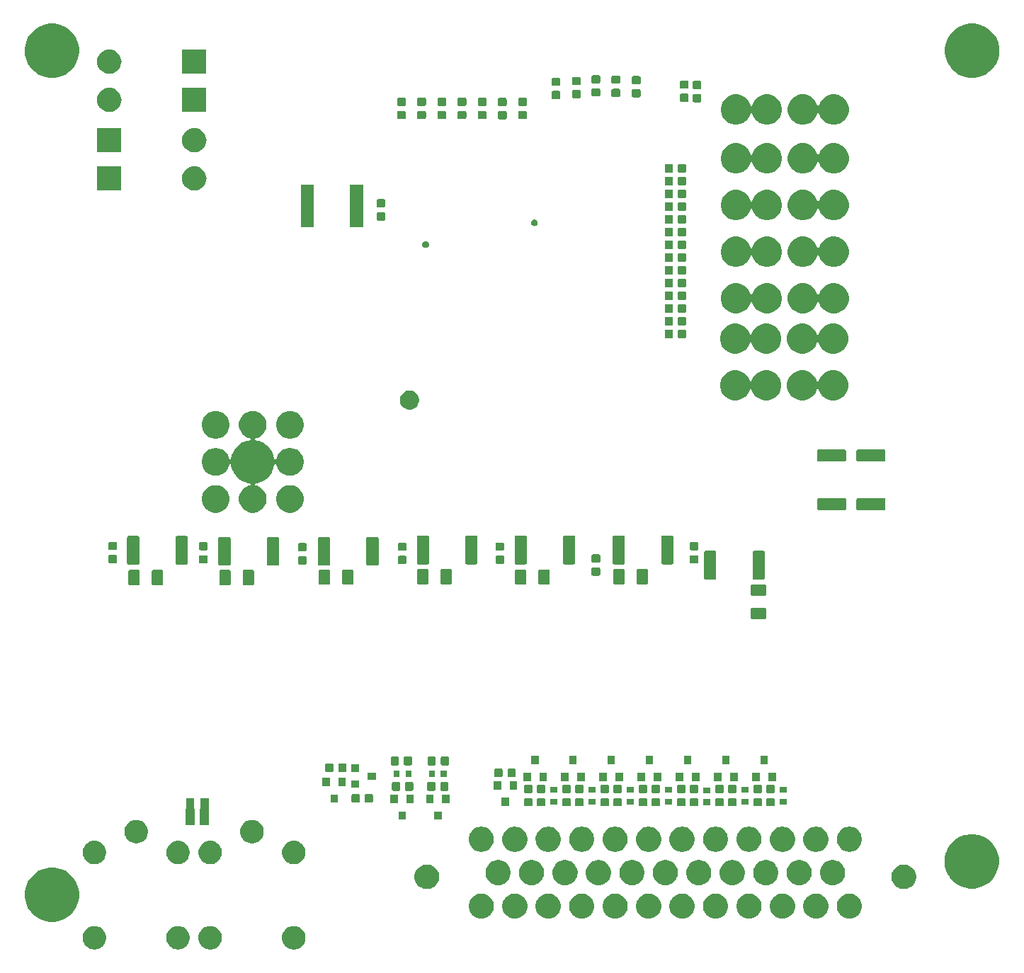
<source format=gbs>
G04 #@! TF.GenerationSoftware,KiCad,Pcbnew,(5.1.4)-1*
G04 #@! TF.CreationDate,2020-03-09T10:16:09+01:00*
G04 #@! TF.ProjectId,AR20_PDM_v1,41523230-5f50-4444-9d5f-76312e6b6963,rev?*
G04 #@! TF.SameCoordinates,Original*
G04 #@! TF.FileFunction,Soldermask,Bot*
G04 #@! TF.FilePolarity,Negative*
%FSLAX46Y46*%
G04 Gerber Fmt 4.6, Leading zero omitted, Abs format (unit mm)*
G04 Created by KiCad (PCBNEW (5.1.4)-1) date 2020-03-09 10:16:09*
%MOMM*%
%LPD*%
G04 APERTURE LIST*
%ADD10C,0.100000*%
G04 APERTURE END LIST*
D10*
G36*
X67087433Y-145105893D02*
G01*
X67177657Y-145123839D01*
X67283267Y-145167585D01*
X67432621Y-145229449D01*
X67432622Y-145229450D01*
X67662086Y-145382772D01*
X67857228Y-145577914D01*
X67959675Y-145731237D01*
X68010551Y-145807379D01*
X68116161Y-146062344D01*
X68170000Y-146333012D01*
X68170000Y-146608988D01*
X68116161Y-146879656D01*
X68010551Y-147134621D01*
X68010550Y-147134622D01*
X67857228Y-147364086D01*
X67662086Y-147559228D01*
X67508763Y-147661675D01*
X67432621Y-147712551D01*
X67283267Y-147774415D01*
X67177657Y-147818161D01*
X67087433Y-147836107D01*
X66906988Y-147872000D01*
X66631012Y-147872000D01*
X66450567Y-147836107D01*
X66360343Y-147818161D01*
X66254733Y-147774415D01*
X66105379Y-147712551D01*
X66029237Y-147661675D01*
X65875914Y-147559228D01*
X65680772Y-147364086D01*
X65527450Y-147134622D01*
X65527449Y-147134621D01*
X65421839Y-146879656D01*
X65368000Y-146608988D01*
X65368000Y-146333012D01*
X65421839Y-146062344D01*
X65527449Y-145807379D01*
X65578325Y-145731237D01*
X65680772Y-145577914D01*
X65875914Y-145382772D01*
X66105378Y-145229450D01*
X66105379Y-145229449D01*
X66254733Y-145167585D01*
X66360343Y-145123839D01*
X66450567Y-145105893D01*
X66631012Y-145070000D01*
X66906988Y-145070000D01*
X67087433Y-145105893D01*
X67087433Y-145105893D01*
G37*
G36*
X57087433Y-145105893D02*
G01*
X57177657Y-145123839D01*
X57283267Y-145167585D01*
X57432621Y-145229449D01*
X57432622Y-145229450D01*
X57662086Y-145382772D01*
X57857228Y-145577914D01*
X57959675Y-145731237D01*
X58010551Y-145807379D01*
X58116161Y-146062344D01*
X58170000Y-146333012D01*
X58170000Y-146608988D01*
X58116161Y-146879656D01*
X58010551Y-147134621D01*
X58010550Y-147134622D01*
X57857228Y-147364086D01*
X57662086Y-147559228D01*
X57508763Y-147661675D01*
X57432621Y-147712551D01*
X57283267Y-147774415D01*
X57177657Y-147818161D01*
X57087433Y-147836107D01*
X56906988Y-147872000D01*
X56631012Y-147872000D01*
X56450567Y-147836107D01*
X56360343Y-147818161D01*
X56254733Y-147774415D01*
X56105379Y-147712551D01*
X56029237Y-147661675D01*
X55875914Y-147559228D01*
X55680772Y-147364086D01*
X55527450Y-147134622D01*
X55527449Y-147134621D01*
X55421839Y-146879656D01*
X55368000Y-146608988D01*
X55368000Y-146333012D01*
X55421839Y-146062344D01*
X55527449Y-145807379D01*
X55578325Y-145731237D01*
X55680772Y-145577914D01*
X55875914Y-145382772D01*
X56105378Y-145229450D01*
X56105379Y-145229449D01*
X56254733Y-145167585D01*
X56360343Y-145123839D01*
X56450567Y-145105893D01*
X56631012Y-145070000D01*
X56906988Y-145070000D01*
X57087433Y-145105893D01*
X57087433Y-145105893D01*
G37*
G36*
X53244433Y-145105893D02*
G01*
X53334657Y-145123839D01*
X53440267Y-145167585D01*
X53589621Y-145229449D01*
X53589622Y-145229450D01*
X53819086Y-145382772D01*
X54014228Y-145577914D01*
X54116675Y-145731237D01*
X54167551Y-145807379D01*
X54273161Y-146062344D01*
X54327000Y-146333012D01*
X54327000Y-146608988D01*
X54273161Y-146879656D01*
X54167551Y-147134621D01*
X54167550Y-147134622D01*
X54014228Y-147364086D01*
X53819086Y-147559228D01*
X53665763Y-147661675D01*
X53589621Y-147712551D01*
X53440267Y-147774415D01*
X53334657Y-147818161D01*
X53244433Y-147836107D01*
X53063988Y-147872000D01*
X52788012Y-147872000D01*
X52607567Y-147836107D01*
X52517343Y-147818161D01*
X52411733Y-147774415D01*
X52262379Y-147712551D01*
X52186237Y-147661675D01*
X52032914Y-147559228D01*
X51837772Y-147364086D01*
X51684450Y-147134622D01*
X51684449Y-147134621D01*
X51578839Y-146879656D01*
X51525000Y-146608988D01*
X51525000Y-146333012D01*
X51578839Y-146062344D01*
X51684449Y-145807379D01*
X51735325Y-145731237D01*
X51837772Y-145577914D01*
X52032914Y-145382772D01*
X52262378Y-145229450D01*
X52262379Y-145229449D01*
X52411733Y-145167585D01*
X52517343Y-145123839D01*
X52607567Y-145105893D01*
X52788012Y-145070000D01*
X53063988Y-145070000D01*
X53244433Y-145105893D01*
X53244433Y-145105893D01*
G37*
G36*
X43244433Y-145105893D02*
G01*
X43334657Y-145123839D01*
X43440267Y-145167585D01*
X43589621Y-145229449D01*
X43589622Y-145229450D01*
X43819086Y-145382772D01*
X44014228Y-145577914D01*
X44116675Y-145731237D01*
X44167551Y-145807379D01*
X44273161Y-146062344D01*
X44327000Y-146333012D01*
X44327000Y-146608988D01*
X44273161Y-146879656D01*
X44167551Y-147134621D01*
X44167550Y-147134622D01*
X44014228Y-147364086D01*
X43819086Y-147559228D01*
X43665763Y-147661675D01*
X43589621Y-147712551D01*
X43440267Y-147774415D01*
X43334657Y-147818161D01*
X43244433Y-147836107D01*
X43063988Y-147872000D01*
X42788012Y-147872000D01*
X42607567Y-147836107D01*
X42517343Y-147818161D01*
X42411733Y-147774415D01*
X42262379Y-147712551D01*
X42186237Y-147661675D01*
X42032914Y-147559228D01*
X41837772Y-147364086D01*
X41684450Y-147134622D01*
X41684449Y-147134621D01*
X41578839Y-146879656D01*
X41525000Y-146608988D01*
X41525000Y-146333012D01*
X41578839Y-146062344D01*
X41684449Y-145807379D01*
X41735325Y-145731237D01*
X41837772Y-145577914D01*
X42032914Y-145382772D01*
X42262378Y-145229450D01*
X42262379Y-145229449D01*
X42411733Y-145167585D01*
X42517343Y-145123839D01*
X42607567Y-145105893D01*
X42788012Y-145070000D01*
X43063988Y-145070000D01*
X43244433Y-145105893D01*
X43244433Y-145105893D01*
G37*
G36*
X38491239Y-138147467D02*
G01*
X38805282Y-138209934D01*
X39396926Y-138455001D01*
X39929392Y-138810784D01*
X40382216Y-139263608D01*
X40737999Y-139796074D01*
X40983066Y-140387718D01*
X41025944Y-140603279D01*
X41108000Y-141015803D01*
X41108000Y-141656197D01*
X41045533Y-141970239D01*
X40983066Y-142284282D01*
X40737999Y-142875926D01*
X40382216Y-143408392D01*
X39929392Y-143861216D01*
X39396926Y-144216999D01*
X38805282Y-144462066D01*
X38491239Y-144524533D01*
X38177197Y-144587000D01*
X37536803Y-144587000D01*
X37222761Y-144524533D01*
X36908718Y-144462066D01*
X36317074Y-144216999D01*
X35784608Y-143861216D01*
X35331784Y-143408392D01*
X34976001Y-142875926D01*
X34730934Y-142284282D01*
X34668467Y-141970239D01*
X34606000Y-141656197D01*
X34606000Y-141015803D01*
X34688056Y-140603279D01*
X34730934Y-140387718D01*
X34976001Y-139796074D01*
X35331784Y-139263608D01*
X35784608Y-138810784D01*
X36317074Y-138455001D01*
X36908718Y-138209934D01*
X37222761Y-138147467D01*
X37536803Y-138085000D01*
X38177197Y-138085000D01*
X38491239Y-138147467D01*
X38491239Y-138147467D01*
G37*
G36*
X101478831Y-141211841D02*
G01*
X101623826Y-141240682D01*
X101736974Y-141287550D01*
X101896989Y-141353830D01*
X102019076Y-141435406D01*
X102142832Y-141518097D01*
X102351903Y-141727168D01*
X102391881Y-141787000D01*
X102516170Y-141973011D01*
X102629318Y-142246175D01*
X102687000Y-142536163D01*
X102687000Y-142831837D01*
X102629318Y-143121825D01*
X102516170Y-143394989D01*
X102516169Y-143394990D01*
X102351903Y-143640832D01*
X102142832Y-143849903D01*
X102125899Y-143861217D01*
X101896989Y-144014170D01*
X101736974Y-144080450D01*
X101623826Y-144127318D01*
X101478831Y-144156159D01*
X101333837Y-144185000D01*
X101038163Y-144185000D01*
X100893169Y-144156159D01*
X100748174Y-144127318D01*
X100635026Y-144080450D01*
X100475011Y-144014170D01*
X100246101Y-143861217D01*
X100229168Y-143849903D01*
X100020097Y-143640832D01*
X99855831Y-143394990D01*
X99855830Y-143394989D01*
X99742682Y-143121825D01*
X99685000Y-142831837D01*
X99685000Y-142536163D01*
X99742682Y-142246175D01*
X99855830Y-141973011D01*
X99980119Y-141787000D01*
X100020097Y-141727168D01*
X100229168Y-141518097D01*
X100352924Y-141435406D01*
X100475011Y-141353830D01*
X100635026Y-141287550D01*
X100748174Y-141240682D01*
X100893169Y-141211841D01*
X101038163Y-141183000D01*
X101333837Y-141183000D01*
X101478831Y-141211841D01*
X101478831Y-141211841D01*
G37*
G36*
X105478831Y-141211841D02*
G01*
X105623826Y-141240682D01*
X105736974Y-141287550D01*
X105896989Y-141353830D01*
X106019076Y-141435406D01*
X106142832Y-141518097D01*
X106351903Y-141727168D01*
X106391881Y-141787000D01*
X106516170Y-141973011D01*
X106629318Y-142246175D01*
X106687000Y-142536163D01*
X106687000Y-142831837D01*
X106629318Y-143121825D01*
X106516170Y-143394989D01*
X106516169Y-143394990D01*
X106351903Y-143640832D01*
X106142832Y-143849903D01*
X106125899Y-143861217D01*
X105896989Y-144014170D01*
X105736974Y-144080450D01*
X105623826Y-144127318D01*
X105478831Y-144156159D01*
X105333837Y-144185000D01*
X105038163Y-144185000D01*
X104893169Y-144156159D01*
X104748174Y-144127318D01*
X104635026Y-144080450D01*
X104475011Y-144014170D01*
X104246101Y-143861217D01*
X104229168Y-143849903D01*
X104020097Y-143640832D01*
X103855831Y-143394990D01*
X103855830Y-143394989D01*
X103742682Y-143121825D01*
X103685000Y-142831837D01*
X103685000Y-142536163D01*
X103742682Y-142246175D01*
X103855830Y-141973011D01*
X103980119Y-141787000D01*
X104020097Y-141727168D01*
X104229168Y-141518097D01*
X104352924Y-141435406D01*
X104475011Y-141353830D01*
X104635026Y-141287550D01*
X104748174Y-141240682D01*
X104893169Y-141211841D01*
X105038163Y-141183000D01*
X105333837Y-141183000D01*
X105478831Y-141211841D01*
X105478831Y-141211841D01*
G37*
G36*
X97478831Y-141211841D02*
G01*
X97623826Y-141240682D01*
X97736974Y-141287550D01*
X97896989Y-141353830D01*
X98019076Y-141435406D01*
X98142832Y-141518097D01*
X98351903Y-141727168D01*
X98391881Y-141787000D01*
X98516170Y-141973011D01*
X98629318Y-142246175D01*
X98687000Y-142536163D01*
X98687000Y-142831837D01*
X98629318Y-143121825D01*
X98516170Y-143394989D01*
X98516169Y-143394990D01*
X98351903Y-143640832D01*
X98142832Y-143849903D01*
X98125899Y-143861217D01*
X97896989Y-144014170D01*
X97736974Y-144080450D01*
X97623826Y-144127318D01*
X97478831Y-144156159D01*
X97333837Y-144185000D01*
X97038163Y-144185000D01*
X96893169Y-144156159D01*
X96748174Y-144127318D01*
X96635026Y-144080450D01*
X96475011Y-144014170D01*
X96246101Y-143861217D01*
X96229168Y-143849903D01*
X96020097Y-143640832D01*
X95855831Y-143394990D01*
X95855830Y-143394989D01*
X95742682Y-143121825D01*
X95685000Y-142831837D01*
X95685000Y-142536163D01*
X95742682Y-142246175D01*
X95855830Y-141973011D01*
X95980119Y-141787000D01*
X96020097Y-141727168D01*
X96229168Y-141518097D01*
X96352924Y-141435406D01*
X96475011Y-141353830D01*
X96635026Y-141287550D01*
X96748174Y-141240682D01*
X96893169Y-141211841D01*
X97038163Y-141183000D01*
X97333837Y-141183000D01*
X97478831Y-141211841D01*
X97478831Y-141211841D01*
G37*
G36*
X93478831Y-141211841D02*
G01*
X93623826Y-141240682D01*
X93736974Y-141287550D01*
X93896989Y-141353830D01*
X94019076Y-141435406D01*
X94142832Y-141518097D01*
X94351903Y-141727168D01*
X94391881Y-141787000D01*
X94516170Y-141973011D01*
X94629318Y-142246175D01*
X94687000Y-142536163D01*
X94687000Y-142831837D01*
X94629318Y-143121825D01*
X94516170Y-143394989D01*
X94516169Y-143394990D01*
X94351903Y-143640832D01*
X94142832Y-143849903D01*
X94125899Y-143861217D01*
X93896989Y-144014170D01*
X93736974Y-144080450D01*
X93623826Y-144127318D01*
X93478831Y-144156159D01*
X93333837Y-144185000D01*
X93038163Y-144185000D01*
X92893169Y-144156159D01*
X92748174Y-144127318D01*
X92635026Y-144080450D01*
X92475011Y-144014170D01*
X92246101Y-143861217D01*
X92229168Y-143849903D01*
X92020097Y-143640832D01*
X91855831Y-143394990D01*
X91855830Y-143394989D01*
X91742682Y-143121825D01*
X91685000Y-142831837D01*
X91685000Y-142536163D01*
X91742682Y-142246175D01*
X91855830Y-141973011D01*
X91980119Y-141787000D01*
X92020097Y-141727168D01*
X92229168Y-141518097D01*
X92352924Y-141435406D01*
X92475011Y-141353830D01*
X92635026Y-141287550D01*
X92748174Y-141240682D01*
X92893169Y-141211841D01*
X93038163Y-141183000D01*
X93333837Y-141183000D01*
X93478831Y-141211841D01*
X93478831Y-141211841D01*
G37*
G36*
X89478831Y-141211841D02*
G01*
X89623826Y-141240682D01*
X89736974Y-141287550D01*
X89896989Y-141353830D01*
X90019076Y-141435406D01*
X90142832Y-141518097D01*
X90351903Y-141727168D01*
X90391881Y-141787000D01*
X90516170Y-141973011D01*
X90629318Y-142246175D01*
X90687000Y-142536163D01*
X90687000Y-142831837D01*
X90629318Y-143121825D01*
X90516170Y-143394989D01*
X90516169Y-143394990D01*
X90351903Y-143640832D01*
X90142832Y-143849903D01*
X90125899Y-143861217D01*
X89896989Y-144014170D01*
X89736974Y-144080450D01*
X89623826Y-144127318D01*
X89478831Y-144156159D01*
X89333837Y-144185000D01*
X89038163Y-144185000D01*
X88893169Y-144156159D01*
X88748174Y-144127318D01*
X88635026Y-144080450D01*
X88475011Y-144014170D01*
X88246101Y-143861217D01*
X88229168Y-143849903D01*
X88020097Y-143640832D01*
X87855831Y-143394990D01*
X87855830Y-143394989D01*
X87742682Y-143121825D01*
X87685000Y-142831837D01*
X87685000Y-142536163D01*
X87742682Y-142246175D01*
X87855830Y-141973011D01*
X87980119Y-141787000D01*
X88020097Y-141727168D01*
X88229168Y-141518097D01*
X88352924Y-141435406D01*
X88475011Y-141353830D01*
X88635026Y-141287550D01*
X88748174Y-141240682D01*
X88893169Y-141211841D01*
X89038163Y-141183000D01*
X89333837Y-141183000D01*
X89478831Y-141211841D01*
X89478831Y-141211841D01*
G37*
G36*
X113478831Y-141211841D02*
G01*
X113623826Y-141240682D01*
X113736974Y-141287550D01*
X113896989Y-141353830D01*
X114019076Y-141435406D01*
X114142832Y-141518097D01*
X114351903Y-141727168D01*
X114391881Y-141787000D01*
X114516170Y-141973011D01*
X114629318Y-142246175D01*
X114687000Y-142536163D01*
X114687000Y-142831837D01*
X114629318Y-143121825D01*
X114516170Y-143394989D01*
X114516169Y-143394990D01*
X114351903Y-143640832D01*
X114142832Y-143849903D01*
X114125899Y-143861217D01*
X113896989Y-144014170D01*
X113736974Y-144080450D01*
X113623826Y-144127318D01*
X113478831Y-144156159D01*
X113333837Y-144185000D01*
X113038163Y-144185000D01*
X112893169Y-144156159D01*
X112748174Y-144127318D01*
X112635026Y-144080450D01*
X112475011Y-144014170D01*
X112246101Y-143861217D01*
X112229168Y-143849903D01*
X112020097Y-143640832D01*
X111855831Y-143394990D01*
X111855830Y-143394989D01*
X111742682Y-143121825D01*
X111685000Y-142831837D01*
X111685000Y-142536163D01*
X111742682Y-142246175D01*
X111855830Y-141973011D01*
X111980119Y-141787000D01*
X112020097Y-141727168D01*
X112229168Y-141518097D01*
X112352924Y-141435406D01*
X112475011Y-141353830D01*
X112635026Y-141287550D01*
X112748174Y-141240682D01*
X112893169Y-141211841D01*
X113038163Y-141183000D01*
X113333837Y-141183000D01*
X113478831Y-141211841D01*
X113478831Y-141211841D01*
G37*
G36*
X109478831Y-141211841D02*
G01*
X109623826Y-141240682D01*
X109736974Y-141287550D01*
X109896989Y-141353830D01*
X110019076Y-141435406D01*
X110142832Y-141518097D01*
X110351903Y-141727168D01*
X110391881Y-141787000D01*
X110516170Y-141973011D01*
X110629318Y-142246175D01*
X110687000Y-142536163D01*
X110687000Y-142831837D01*
X110629318Y-143121825D01*
X110516170Y-143394989D01*
X110516169Y-143394990D01*
X110351903Y-143640832D01*
X110142832Y-143849903D01*
X110125899Y-143861217D01*
X109896989Y-144014170D01*
X109736974Y-144080450D01*
X109623826Y-144127318D01*
X109478831Y-144156159D01*
X109333837Y-144185000D01*
X109038163Y-144185000D01*
X108893169Y-144156159D01*
X108748174Y-144127318D01*
X108635026Y-144080450D01*
X108475011Y-144014170D01*
X108246101Y-143861217D01*
X108229168Y-143849903D01*
X108020097Y-143640832D01*
X107855831Y-143394990D01*
X107855830Y-143394989D01*
X107742682Y-143121825D01*
X107685000Y-142831837D01*
X107685000Y-142536163D01*
X107742682Y-142246175D01*
X107855830Y-141973011D01*
X107980119Y-141787000D01*
X108020097Y-141727168D01*
X108229168Y-141518097D01*
X108352924Y-141435406D01*
X108475011Y-141353830D01*
X108635026Y-141287550D01*
X108748174Y-141240682D01*
X108893169Y-141211841D01*
X109038163Y-141183000D01*
X109333837Y-141183000D01*
X109478831Y-141211841D01*
X109478831Y-141211841D01*
G37*
G36*
X117478831Y-141211841D02*
G01*
X117623826Y-141240682D01*
X117736974Y-141287550D01*
X117896989Y-141353830D01*
X118019076Y-141435406D01*
X118142832Y-141518097D01*
X118351903Y-141727168D01*
X118391881Y-141787000D01*
X118516170Y-141973011D01*
X118629318Y-142246175D01*
X118687000Y-142536163D01*
X118687000Y-142831837D01*
X118629318Y-143121825D01*
X118516170Y-143394989D01*
X118516169Y-143394990D01*
X118351903Y-143640832D01*
X118142832Y-143849903D01*
X118125899Y-143861217D01*
X117896989Y-144014170D01*
X117736974Y-144080450D01*
X117623826Y-144127318D01*
X117478831Y-144156159D01*
X117333837Y-144185000D01*
X117038163Y-144185000D01*
X116893169Y-144156159D01*
X116748174Y-144127318D01*
X116635026Y-144080450D01*
X116475011Y-144014170D01*
X116246101Y-143861217D01*
X116229168Y-143849903D01*
X116020097Y-143640832D01*
X115855831Y-143394990D01*
X115855830Y-143394989D01*
X115742682Y-143121825D01*
X115685000Y-142831837D01*
X115685000Y-142536163D01*
X115742682Y-142246175D01*
X115855830Y-141973011D01*
X115980119Y-141787000D01*
X116020097Y-141727168D01*
X116229168Y-141518097D01*
X116352924Y-141435406D01*
X116475011Y-141353830D01*
X116635026Y-141287550D01*
X116748174Y-141240682D01*
X116893169Y-141211841D01*
X117038163Y-141183000D01*
X117333837Y-141183000D01*
X117478831Y-141211841D01*
X117478831Y-141211841D01*
G37*
G36*
X121478831Y-141211841D02*
G01*
X121623826Y-141240682D01*
X121736974Y-141287550D01*
X121896989Y-141353830D01*
X122019076Y-141435406D01*
X122142832Y-141518097D01*
X122351903Y-141727168D01*
X122391881Y-141787000D01*
X122516170Y-141973011D01*
X122629318Y-142246175D01*
X122687000Y-142536163D01*
X122687000Y-142831837D01*
X122629318Y-143121825D01*
X122516170Y-143394989D01*
X122516169Y-143394990D01*
X122351903Y-143640832D01*
X122142832Y-143849903D01*
X122125899Y-143861217D01*
X121896989Y-144014170D01*
X121736974Y-144080450D01*
X121623826Y-144127318D01*
X121478831Y-144156159D01*
X121333837Y-144185000D01*
X121038163Y-144185000D01*
X120893169Y-144156159D01*
X120748174Y-144127318D01*
X120635026Y-144080450D01*
X120475011Y-144014170D01*
X120246101Y-143861217D01*
X120229168Y-143849903D01*
X120020097Y-143640832D01*
X119855831Y-143394990D01*
X119855830Y-143394989D01*
X119742682Y-143121825D01*
X119685000Y-142831837D01*
X119685000Y-142536163D01*
X119742682Y-142246175D01*
X119855830Y-141973011D01*
X119980119Y-141787000D01*
X120020097Y-141727168D01*
X120229168Y-141518097D01*
X120352924Y-141435406D01*
X120475011Y-141353830D01*
X120635026Y-141287550D01*
X120748174Y-141240682D01*
X120893169Y-141211841D01*
X121038163Y-141183000D01*
X121333837Y-141183000D01*
X121478831Y-141211841D01*
X121478831Y-141211841D01*
G37*
G36*
X125478831Y-141211841D02*
G01*
X125623826Y-141240682D01*
X125736974Y-141287550D01*
X125896989Y-141353830D01*
X126019076Y-141435406D01*
X126142832Y-141518097D01*
X126351903Y-141727168D01*
X126391881Y-141787000D01*
X126516170Y-141973011D01*
X126629318Y-142246175D01*
X126687000Y-142536163D01*
X126687000Y-142831837D01*
X126629318Y-143121825D01*
X126516170Y-143394989D01*
X126516169Y-143394990D01*
X126351903Y-143640832D01*
X126142832Y-143849903D01*
X126125899Y-143861217D01*
X125896989Y-144014170D01*
X125736974Y-144080450D01*
X125623826Y-144127318D01*
X125478831Y-144156159D01*
X125333837Y-144185000D01*
X125038163Y-144185000D01*
X124893169Y-144156159D01*
X124748174Y-144127318D01*
X124635026Y-144080450D01*
X124475011Y-144014170D01*
X124246101Y-143861217D01*
X124229168Y-143849903D01*
X124020097Y-143640832D01*
X123855831Y-143394990D01*
X123855830Y-143394989D01*
X123742682Y-143121825D01*
X123685000Y-142831837D01*
X123685000Y-142536163D01*
X123742682Y-142246175D01*
X123855830Y-141973011D01*
X123980119Y-141787000D01*
X124020097Y-141727168D01*
X124229168Y-141518097D01*
X124352924Y-141435406D01*
X124475011Y-141353830D01*
X124635026Y-141287550D01*
X124748174Y-141240682D01*
X124893169Y-141211841D01*
X125038163Y-141183000D01*
X125333837Y-141183000D01*
X125478831Y-141211841D01*
X125478831Y-141211841D01*
G37*
G36*
X129478831Y-141211841D02*
G01*
X129623826Y-141240682D01*
X129736974Y-141287550D01*
X129896989Y-141353830D01*
X130019076Y-141435406D01*
X130142832Y-141518097D01*
X130351903Y-141727168D01*
X130391881Y-141787000D01*
X130516170Y-141973011D01*
X130629318Y-142246175D01*
X130687000Y-142536163D01*
X130687000Y-142831837D01*
X130629318Y-143121825D01*
X130516170Y-143394989D01*
X130516169Y-143394990D01*
X130351903Y-143640832D01*
X130142832Y-143849903D01*
X130125899Y-143861217D01*
X129896989Y-144014170D01*
X129736974Y-144080450D01*
X129623826Y-144127318D01*
X129478831Y-144156159D01*
X129333837Y-144185000D01*
X129038163Y-144185000D01*
X128893169Y-144156159D01*
X128748174Y-144127318D01*
X128635026Y-144080450D01*
X128475011Y-144014170D01*
X128246101Y-143861217D01*
X128229168Y-143849903D01*
X128020097Y-143640832D01*
X127855831Y-143394990D01*
X127855830Y-143394989D01*
X127742682Y-143121825D01*
X127685000Y-142831837D01*
X127685000Y-142536163D01*
X127742682Y-142246175D01*
X127855830Y-141973011D01*
X127980119Y-141787000D01*
X128020097Y-141727168D01*
X128229168Y-141518097D01*
X128352924Y-141435406D01*
X128475011Y-141353830D01*
X128635026Y-141287550D01*
X128748174Y-141240682D01*
X128893169Y-141211841D01*
X129038163Y-141183000D01*
X129333837Y-141183000D01*
X129478831Y-141211841D01*
X129478831Y-141211841D01*
G37*
G36*
X133478831Y-141211841D02*
G01*
X133623826Y-141240682D01*
X133736974Y-141287550D01*
X133896989Y-141353830D01*
X134019076Y-141435406D01*
X134142832Y-141518097D01*
X134351903Y-141727168D01*
X134391881Y-141787000D01*
X134516170Y-141973011D01*
X134629318Y-142246175D01*
X134687000Y-142536163D01*
X134687000Y-142831837D01*
X134629318Y-143121825D01*
X134516170Y-143394989D01*
X134516169Y-143394990D01*
X134351903Y-143640832D01*
X134142832Y-143849903D01*
X134125899Y-143861217D01*
X133896989Y-144014170D01*
X133736974Y-144080450D01*
X133623826Y-144127318D01*
X133478831Y-144156159D01*
X133333837Y-144185000D01*
X133038163Y-144185000D01*
X132893169Y-144156159D01*
X132748174Y-144127318D01*
X132635026Y-144080450D01*
X132475011Y-144014170D01*
X132246101Y-143861217D01*
X132229168Y-143849903D01*
X132020097Y-143640832D01*
X131855831Y-143394990D01*
X131855830Y-143394989D01*
X131742682Y-143121825D01*
X131685000Y-142831837D01*
X131685000Y-142536163D01*
X131742682Y-142246175D01*
X131855830Y-141973011D01*
X131980119Y-141787000D01*
X132020097Y-141727168D01*
X132229168Y-141518097D01*
X132352924Y-141435406D01*
X132475011Y-141353830D01*
X132635026Y-141287550D01*
X132748174Y-141240682D01*
X132893169Y-141211841D01*
X133038163Y-141183000D01*
X133333837Y-141183000D01*
X133478831Y-141211841D01*
X133478831Y-141211841D01*
G37*
G36*
X83116532Y-137764721D02*
G01*
X83385147Y-137875985D01*
X83626895Y-138037516D01*
X83832484Y-138243105D01*
X83994015Y-138484853D01*
X84105279Y-138753468D01*
X84162000Y-139038625D01*
X84162000Y-139329375D01*
X84105279Y-139614532D01*
X83994015Y-139883147D01*
X83832484Y-140124895D01*
X83626895Y-140330484D01*
X83385147Y-140492015D01*
X83116532Y-140603279D01*
X82831375Y-140660000D01*
X82540625Y-140660000D01*
X82255468Y-140603279D01*
X81986853Y-140492015D01*
X81745105Y-140330484D01*
X81539516Y-140124895D01*
X81377985Y-139883147D01*
X81266721Y-139614532D01*
X81210000Y-139329375D01*
X81210000Y-139038625D01*
X81266721Y-138753468D01*
X81377985Y-138484853D01*
X81539516Y-138243105D01*
X81745105Y-138037516D01*
X81986853Y-137875985D01*
X82255468Y-137764721D01*
X82540625Y-137708000D01*
X82831375Y-137708000D01*
X83116532Y-137764721D01*
X83116532Y-137764721D01*
G37*
G36*
X140116532Y-137764721D02*
G01*
X140385147Y-137875985D01*
X140626895Y-138037516D01*
X140832484Y-138243105D01*
X140994015Y-138484853D01*
X141105279Y-138753468D01*
X141162000Y-139038625D01*
X141162000Y-139329375D01*
X141105279Y-139614532D01*
X140994015Y-139883147D01*
X140832484Y-140124895D01*
X140626895Y-140330484D01*
X140385147Y-140492015D01*
X140116532Y-140603279D01*
X139831375Y-140660000D01*
X139540625Y-140660000D01*
X139255468Y-140603279D01*
X138986853Y-140492015D01*
X138745105Y-140330484D01*
X138539516Y-140124895D01*
X138377985Y-139883147D01*
X138266721Y-139614532D01*
X138210000Y-139329375D01*
X138210000Y-139038625D01*
X138266721Y-138753468D01*
X138377985Y-138484853D01*
X138539516Y-138243105D01*
X138745105Y-138037516D01*
X138986853Y-137875985D01*
X139255468Y-137764721D01*
X139540625Y-137708000D01*
X139831375Y-137708000D01*
X140116532Y-137764721D01*
X140116532Y-137764721D01*
G37*
G36*
X148462239Y-134147467D02*
G01*
X148776282Y-134209934D01*
X149367926Y-134455001D01*
X149900392Y-134810784D01*
X150353216Y-135263608D01*
X150708999Y-135796074D01*
X150848563Y-136133012D01*
X150954066Y-136387719D01*
X151079000Y-137015803D01*
X151079000Y-137656197D01*
X151035281Y-137875985D01*
X150954066Y-138284282D01*
X150708999Y-138875926D01*
X150500515Y-139187944D01*
X150353217Y-139408391D01*
X149900391Y-139861217D01*
X149802778Y-139926440D01*
X149367926Y-140216999D01*
X148776282Y-140462066D01*
X148625723Y-140492014D01*
X148148197Y-140587000D01*
X147507803Y-140587000D01*
X147030277Y-140492014D01*
X146879718Y-140462066D01*
X146288074Y-140216999D01*
X145853222Y-139926440D01*
X145755609Y-139861217D01*
X145302783Y-139408391D01*
X145155485Y-139187944D01*
X144947001Y-138875926D01*
X144701934Y-138284282D01*
X144620719Y-137875985D01*
X144577000Y-137656197D01*
X144577000Y-137015803D01*
X144701934Y-136387719D01*
X144807437Y-136133012D01*
X144947001Y-135796074D01*
X145302784Y-135263608D01*
X145755608Y-134810784D01*
X146288074Y-134455001D01*
X146879718Y-134209934D01*
X147193761Y-134147467D01*
X147507803Y-134085000D01*
X148148197Y-134085000D01*
X148462239Y-134147467D01*
X148462239Y-134147467D01*
G37*
G36*
X99478831Y-137211841D02*
G01*
X99623826Y-137240682D01*
X99736974Y-137287550D01*
X99896989Y-137353830D01*
X100019076Y-137435406D01*
X100142832Y-137518097D01*
X100351903Y-137727168D01*
X100391881Y-137787000D01*
X100516170Y-137973011D01*
X100562557Y-138085000D01*
X100628047Y-138243105D01*
X100629318Y-138246175D01*
X100687000Y-138536163D01*
X100687000Y-138831837D01*
X100678230Y-138875926D01*
X100629318Y-139121826D01*
X100611597Y-139164608D01*
X100516170Y-139394989D01*
X100516169Y-139394990D01*
X100351903Y-139640832D01*
X100142832Y-139849903D01*
X100093077Y-139883148D01*
X99896989Y-140014170D01*
X99837973Y-140038615D01*
X99623826Y-140127318D01*
X99478831Y-140156159D01*
X99333837Y-140185000D01*
X99038163Y-140185000D01*
X98893169Y-140156159D01*
X98748174Y-140127318D01*
X98534027Y-140038615D01*
X98475011Y-140014170D01*
X98278923Y-139883148D01*
X98229168Y-139849903D01*
X98020097Y-139640832D01*
X97855831Y-139394990D01*
X97855830Y-139394989D01*
X97760403Y-139164608D01*
X97742682Y-139121826D01*
X97693770Y-138875926D01*
X97685000Y-138831837D01*
X97685000Y-138536163D01*
X97742682Y-138246175D01*
X97743954Y-138243105D01*
X97809443Y-138085000D01*
X97855830Y-137973011D01*
X97980119Y-137787000D01*
X98020097Y-137727168D01*
X98229168Y-137518097D01*
X98352924Y-137435406D01*
X98475011Y-137353830D01*
X98635026Y-137287550D01*
X98748174Y-137240682D01*
X98893169Y-137211841D01*
X99038163Y-137183000D01*
X99333837Y-137183000D01*
X99478831Y-137211841D01*
X99478831Y-137211841D01*
G37*
G36*
X115478831Y-137211841D02*
G01*
X115623826Y-137240682D01*
X115736974Y-137287550D01*
X115896989Y-137353830D01*
X116019076Y-137435406D01*
X116142832Y-137518097D01*
X116351903Y-137727168D01*
X116391881Y-137787000D01*
X116516170Y-137973011D01*
X116562557Y-138085000D01*
X116628047Y-138243105D01*
X116629318Y-138246175D01*
X116687000Y-138536163D01*
X116687000Y-138831837D01*
X116678230Y-138875926D01*
X116629318Y-139121826D01*
X116611597Y-139164608D01*
X116516170Y-139394989D01*
X116516169Y-139394990D01*
X116351903Y-139640832D01*
X116142832Y-139849903D01*
X116093077Y-139883148D01*
X115896989Y-140014170D01*
X115837973Y-140038615D01*
X115623826Y-140127318D01*
X115478831Y-140156159D01*
X115333837Y-140185000D01*
X115038163Y-140185000D01*
X114893169Y-140156159D01*
X114748174Y-140127318D01*
X114534027Y-140038615D01*
X114475011Y-140014170D01*
X114278923Y-139883148D01*
X114229168Y-139849903D01*
X114020097Y-139640832D01*
X113855831Y-139394990D01*
X113855830Y-139394989D01*
X113760403Y-139164608D01*
X113742682Y-139121826D01*
X113693770Y-138875926D01*
X113685000Y-138831837D01*
X113685000Y-138536163D01*
X113742682Y-138246175D01*
X113743954Y-138243105D01*
X113809443Y-138085000D01*
X113855830Y-137973011D01*
X113980119Y-137787000D01*
X114020097Y-137727168D01*
X114229168Y-137518097D01*
X114352924Y-137435406D01*
X114475011Y-137353830D01*
X114635026Y-137287550D01*
X114748174Y-137240682D01*
X114893169Y-137211841D01*
X115038163Y-137183000D01*
X115333837Y-137183000D01*
X115478831Y-137211841D01*
X115478831Y-137211841D01*
G37*
G36*
X111478831Y-137211841D02*
G01*
X111623826Y-137240682D01*
X111736974Y-137287550D01*
X111896989Y-137353830D01*
X112019076Y-137435406D01*
X112142832Y-137518097D01*
X112351903Y-137727168D01*
X112391881Y-137787000D01*
X112516170Y-137973011D01*
X112562557Y-138085000D01*
X112628047Y-138243105D01*
X112629318Y-138246175D01*
X112687000Y-138536163D01*
X112687000Y-138831837D01*
X112678230Y-138875926D01*
X112629318Y-139121826D01*
X112611597Y-139164608D01*
X112516170Y-139394989D01*
X112516169Y-139394990D01*
X112351903Y-139640832D01*
X112142832Y-139849903D01*
X112093077Y-139883148D01*
X111896989Y-140014170D01*
X111837973Y-140038615D01*
X111623826Y-140127318D01*
X111478831Y-140156159D01*
X111333837Y-140185000D01*
X111038163Y-140185000D01*
X110893169Y-140156159D01*
X110748174Y-140127318D01*
X110534027Y-140038615D01*
X110475011Y-140014170D01*
X110278923Y-139883148D01*
X110229168Y-139849903D01*
X110020097Y-139640832D01*
X109855831Y-139394990D01*
X109855830Y-139394989D01*
X109760403Y-139164608D01*
X109742682Y-139121826D01*
X109693770Y-138875926D01*
X109685000Y-138831837D01*
X109685000Y-138536163D01*
X109742682Y-138246175D01*
X109743954Y-138243105D01*
X109809443Y-138085000D01*
X109855830Y-137973011D01*
X109980119Y-137787000D01*
X110020097Y-137727168D01*
X110229168Y-137518097D01*
X110352924Y-137435406D01*
X110475011Y-137353830D01*
X110635026Y-137287550D01*
X110748174Y-137240682D01*
X110893169Y-137211841D01*
X111038163Y-137183000D01*
X111333837Y-137183000D01*
X111478831Y-137211841D01*
X111478831Y-137211841D01*
G37*
G36*
X131478831Y-137211841D02*
G01*
X131623826Y-137240682D01*
X131736974Y-137287550D01*
X131896989Y-137353830D01*
X132019076Y-137435406D01*
X132142832Y-137518097D01*
X132351903Y-137727168D01*
X132391881Y-137787000D01*
X132516170Y-137973011D01*
X132562557Y-138085000D01*
X132628047Y-138243105D01*
X132629318Y-138246175D01*
X132687000Y-138536163D01*
X132687000Y-138831837D01*
X132678230Y-138875926D01*
X132629318Y-139121826D01*
X132611597Y-139164608D01*
X132516170Y-139394989D01*
X132516169Y-139394990D01*
X132351903Y-139640832D01*
X132142832Y-139849903D01*
X132093077Y-139883148D01*
X131896989Y-140014170D01*
X131837973Y-140038615D01*
X131623826Y-140127318D01*
X131478831Y-140156159D01*
X131333837Y-140185000D01*
X131038163Y-140185000D01*
X130893169Y-140156159D01*
X130748174Y-140127318D01*
X130534027Y-140038615D01*
X130475011Y-140014170D01*
X130278923Y-139883148D01*
X130229168Y-139849903D01*
X130020097Y-139640832D01*
X129855831Y-139394990D01*
X129855830Y-139394989D01*
X129760403Y-139164608D01*
X129742682Y-139121826D01*
X129693770Y-138875926D01*
X129685000Y-138831837D01*
X129685000Y-138536163D01*
X129742682Y-138246175D01*
X129743954Y-138243105D01*
X129809443Y-138085000D01*
X129855830Y-137973011D01*
X129980119Y-137787000D01*
X130020097Y-137727168D01*
X130229168Y-137518097D01*
X130352924Y-137435406D01*
X130475011Y-137353830D01*
X130635026Y-137287550D01*
X130748174Y-137240682D01*
X130893169Y-137211841D01*
X131038163Y-137183000D01*
X131333837Y-137183000D01*
X131478831Y-137211841D01*
X131478831Y-137211841D01*
G37*
G36*
X127478831Y-137211841D02*
G01*
X127623826Y-137240682D01*
X127736974Y-137287550D01*
X127896989Y-137353830D01*
X128019076Y-137435406D01*
X128142832Y-137518097D01*
X128351903Y-137727168D01*
X128391881Y-137787000D01*
X128516170Y-137973011D01*
X128562557Y-138085000D01*
X128628047Y-138243105D01*
X128629318Y-138246175D01*
X128687000Y-138536163D01*
X128687000Y-138831837D01*
X128678230Y-138875926D01*
X128629318Y-139121826D01*
X128611597Y-139164608D01*
X128516170Y-139394989D01*
X128516169Y-139394990D01*
X128351903Y-139640832D01*
X128142832Y-139849903D01*
X128093077Y-139883148D01*
X127896989Y-140014170D01*
X127837973Y-140038615D01*
X127623826Y-140127318D01*
X127478831Y-140156159D01*
X127333837Y-140185000D01*
X127038163Y-140185000D01*
X126893169Y-140156159D01*
X126748174Y-140127318D01*
X126534027Y-140038615D01*
X126475011Y-140014170D01*
X126278923Y-139883148D01*
X126229168Y-139849903D01*
X126020097Y-139640832D01*
X125855831Y-139394990D01*
X125855830Y-139394989D01*
X125760403Y-139164608D01*
X125742682Y-139121826D01*
X125693770Y-138875926D01*
X125685000Y-138831837D01*
X125685000Y-138536163D01*
X125742682Y-138246175D01*
X125743954Y-138243105D01*
X125809443Y-138085000D01*
X125855830Y-137973011D01*
X125980119Y-137787000D01*
X126020097Y-137727168D01*
X126229168Y-137518097D01*
X126352924Y-137435406D01*
X126475011Y-137353830D01*
X126635026Y-137287550D01*
X126748174Y-137240682D01*
X126893169Y-137211841D01*
X127038163Y-137183000D01*
X127333837Y-137183000D01*
X127478831Y-137211841D01*
X127478831Y-137211841D01*
G37*
G36*
X107478831Y-137211841D02*
G01*
X107623826Y-137240682D01*
X107736974Y-137287550D01*
X107896989Y-137353830D01*
X108019076Y-137435406D01*
X108142832Y-137518097D01*
X108351903Y-137727168D01*
X108391881Y-137787000D01*
X108516170Y-137973011D01*
X108562557Y-138085000D01*
X108628047Y-138243105D01*
X108629318Y-138246175D01*
X108687000Y-138536163D01*
X108687000Y-138831837D01*
X108678230Y-138875926D01*
X108629318Y-139121826D01*
X108611597Y-139164608D01*
X108516170Y-139394989D01*
X108516169Y-139394990D01*
X108351903Y-139640832D01*
X108142832Y-139849903D01*
X108093077Y-139883148D01*
X107896989Y-140014170D01*
X107837973Y-140038615D01*
X107623826Y-140127318D01*
X107478831Y-140156159D01*
X107333837Y-140185000D01*
X107038163Y-140185000D01*
X106893169Y-140156159D01*
X106748174Y-140127318D01*
X106534027Y-140038615D01*
X106475011Y-140014170D01*
X106278923Y-139883148D01*
X106229168Y-139849903D01*
X106020097Y-139640832D01*
X105855831Y-139394990D01*
X105855830Y-139394989D01*
X105760403Y-139164608D01*
X105742682Y-139121826D01*
X105693770Y-138875926D01*
X105685000Y-138831837D01*
X105685000Y-138536163D01*
X105742682Y-138246175D01*
X105743954Y-138243105D01*
X105809443Y-138085000D01*
X105855830Y-137973011D01*
X105980119Y-137787000D01*
X106020097Y-137727168D01*
X106229168Y-137518097D01*
X106352924Y-137435406D01*
X106475011Y-137353830D01*
X106635026Y-137287550D01*
X106748174Y-137240682D01*
X106893169Y-137211841D01*
X107038163Y-137183000D01*
X107333837Y-137183000D01*
X107478831Y-137211841D01*
X107478831Y-137211841D01*
G37*
G36*
X123478831Y-137211841D02*
G01*
X123623826Y-137240682D01*
X123736974Y-137287550D01*
X123896989Y-137353830D01*
X124019076Y-137435406D01*
X124142832Y-137518097D01*
X124351903Y-137727168D01*
X124391881Y-137787000D01*
X124516170Y-137973011D01*
X124562557Y-138085000D01*
X124628047Y-138243105D01*
X124629318Y-138246175D01*
X124687000Y-138536163D01*
X124687000Y-138831837D01*
X124678230Y-138875926D01*
X124629318Y-139121826D01*
X124611597Y-139164608D01*
X124516170Y-139394989D01*
X124516169Y-139394990D01*
X124351903Y-139640832D01*
X124142832Y-139849903D01*
X124093077Y-139883148D01*
X123896989Y-140014170D01*
X123837973Y-140038615D01*
X123623826Y-140127318D01*
X123478831Y-140156159D01*
X123333837Y-140185000D01*
X123038163Y-140185000D01*
X122893169Y-140156159D01*
X122748174Y-140127318D01*
X122534027Y-140038615D01*
X122475011Y-140014170D01*
X122278923Y-139883148D01*
X122229168Y-139849903D01*
X122020097Y-139640832D01*
X121855831Y-139394990D01*
X121855830Y-139394989D01*
X121760403Y-139164608D01*
X121742682Y-139121826D01*
X121693770Y-138875926D01*
X121685000Y-138831837D01*
X121685000Y-138536163D01*
X121742682Y-138246175D01*
X121743954Y-138243105D01*
X121809443Y-138085000D01*
X121855830Y-137973011D01*
X121980119Y-137787000D01*
X122020097Y-137727168D01*
X122229168Y-137518097D01*
X122352924Y-137435406D01*
X122475011Y-137353830D01*
X122635026Y-137287550D01*
X122748174Y-137240682D01*
X122893169Y-137211841D01*
X123038163Y-137183000D01*
X123333837Y-137183000D01*
X123478831Y-137211841D01*
X123478831Y-137211841D01*
G37*
G36*
X103478831Y-137211841D02*
G01*
X103623826Y-137240682D01*
X103736974Y-137287550D01*
X103896989Y-137353830D01*
X104019076Y-137435406D01*
X104142832Y-137518097D01*
X104351903Y-137727168D01*
X104391881Y-137787000D01*
X104516170Y-137973011D01*
X104562557Y-138085000D01*
X104628047Y-138243105D01*
X104629318Y-138246175D01*
X104687000Y-138536163D01*
X104687000Y-138831837D01*
X104678230Y-138875926D01*
X104629318Y-139121826D01*
X104611597Y-139164608D01*
X104516170Y-139394989D01*
X104516169Y-139394990D01*
X104351903Y-139640832D01*
X104142832Y-139849903D01*
X104093077Y-139883148D01*
X103896989Y-140014170D01*
X103837973Y-140038615D01*
X103623826Y-140127318D01*
X103478831Y-140156159D01*
X103333837Y-140185000D01*
X103038163Y-140185000D01*
X102893169Y-140156159D01*
X102748174Y-140127318D01*
X102534027Y-140038615D01*
X102475011Y-140014170D01*
X102278923Y-139883148D01*
X102229168Y-139849903D01*
X102020097Y-139640832D01*
X101855831Y-139394990D01*
X101855830Y-139394989D01*
X101760403Y-139164608D01*
X101742682Y-139121826D01*
X101693770Y-138875926D01*
X101685000Y-138831837D01*
X101685000Y-138536163D01*
X101742682Y-138246175D01*
X101743954Y-138243105D01*
X101809443Y-138085000D01*
X101855830Y-137973011D01*
X101980119Y-137787000D01*
X102020097Y-137727168D01*
X102229168Y-137518097D01*
X102352924Y-137435406D01*
X102475011Y-137353830D01*
X102635026Y-137287550D01*
X102748174Y-137240682D01*
X102893169Y-137211841D01*
X103038163Y-137183000D01*
X103333837Y-137183000D01*
X103478831Y-137211841D01*
X103478831Y-137211841D01*
G37*
G36*
X95478831Y-137211841D02*
G01*
X95623826Y-137240682D01*
X95736974Y-137287550D01*
X95896989Y-137353830D01*
X96019076Y-137435406D01*
X96142832Y-137518097D01*
X96351903Y-137727168D01*
X96391881Y-137787000D01*
X96516170Y-137973011D01*
X96562557Y-138085000D01*
X96628047Y-138243105D01*
X96629318Y-138246175D01*
X96687000Y-138536163D01*
X96687000Y-138831837D01*
X96678230Y-138875926D01*
X96629318Y-139121826D01*
X96611597Y-139164608D01*
X96516170Y-139394989D01*
X96516169Y-139394990D01*
X96351903Y-139640832D01*
X96142832Y-139849903D01*
X96093077Y-139883148D01*
X95896989Y-140014170D01*
X95837973Y-140038615D01*
X95623826Y-140127318D01*
X95478831Y-140156159D01*
X95333837Y-140185000D01*
X95038163Y-140185000D01*
X94893169Y-140156159D01*
X94748174Y-140127318D01*
X94534027Y-140038615D01*
X94475011Y-140014170D01*
X94278923Y-139883148D01*
X94229168Y-139849903D01*
X94020097Y-139640832D01*
X93855831Y-139394990D01*
X93855830Y-139394989D01*
X93760403Y-139164608D01*
X93742682Y-139121826D01*
X93693770Y-138875926D01*
X93685000Y-138831837D01*
X93685000Y-138536163D01*
X93742682Y-138246175D01*
X93743954Y-138243105D01*
X93809443Y-138085000D01*
X93855830Y-137973011D01*
X93980119Y-137787000D01*
X94020097Y-137727168D01*
X94229168Y-137518097D01*
X94352924Y-137435406D01*
X94475011Y-137353830D01*
X94635026Y-137287550D01*
X94748174Y-137240682D01*
X94893169Y-137211841D01*
X95038163Y-137183000D01*
X95333837Y-137183000D01*
X95478831Y-137211841D01*
X95478831Y-137211841D01*
G37*
G36*
X91478831Y-137211841D02*
G01*
X91623826Y-137240682D01*
X91736974Y-137287550D01*
X91896989Y-137353830D01*
X92019076Y-137435406D01*
X92142832Y-137518097D01*
X92351903Y-137727168D01*
X92391881Y-137787000D01*
X92516170Y-137973011D01*
X92562557Y-138085000D01*
X92628047Y-138243105D01*
X92629318Y-138246175D01*
X92687000Y-138536163D01*
X92687000Y-138831837D01*
X92678230Y-138875926D01*
X92629318Y-139121826D01*
X92611597Y-139164608D01*
X92516170Y-139394989D01*
X92516169Y-139394990D01*
X92351903Y-139640832D01*
X92142832Y-139849903D01*
X92093077Y-139883148D01*
X91896989Y-140014170D01*
X91837973Y-140038615D01*
X91623826Y-140127318D01*
X91478831Y-140156159D01*
X91333837Y-140185000D01*
X91038163Y-140185000D01*
X90893169Y-140156159D01*
X90748174Y-140127318D01*
X90534027Y-140038615D01*
X90475011Y-140014170D01*
X90278923Y-139883148D01*
X90229168Y-139849903D01*
X90020097Y-139640832D01*
X89855831Y-139394990D01*
X89855830Y-139394989D01*
X89760403Y-139164608D01*
X89742682Y-139121826D01*
X89693770Y-138875926D01*
X89685000Y-138831837D01*
X89685000Y-138536163D01*
X89742682Y-138246175D01*
X89743954Y-138243105D01*
X89809443Y-138085000D01*
X89855830Y-137973011D01*
X89980119Y-137787000D01*
X90020097Y-137727168D01*
X90229168Y-137518097D01*
X90352924Y-137435406D01*
X90475011Y-137353830D01*
X90635026Y-137287550D01*
X90748174Y-137240682D01*
X90893169Y-137211841D01*
X91038163Y-137183000D01*
X91333837Y-137183000D01*
X91478831Y-137211841D01*
X91478831Y-137211841D01*
G37*
G36*
X119478831Y-137211841D02*
G01*
X119623826Y-137240682D01*
X119736974Y-137287550D01*
X119896989Y-137353830D01*
X120019076Y-137435406D01*
X120142832Y-137518097D01*
X120351903Y-137727168D01*
X120391881Y-137787000D01*
X120516170Y-137973011D01*
X120562557Y-138085000D01*
X120628047Y-138243105D01*
X120629318Y-138246175D01*
X120687000Y-138536163D01*
X120687000Y-138831837D01*
X120678230Y-138875926D01*
X120629318Y-139121826D01*
X120611597Y-139164608D01*
X120516170Y-139394989D01*
X120516169Y-139394990D01*
X120351903Y-139640832D01*
X120142832Y-139849903D01*
X120093077Y-139883148D01*
X119896989Y-140014170D01*
X119837973Y-140038615D01*
X119623826Y-140127318D01*
X119478831Y-140156159D01*
X119333837Y-140185000D01*
X119038163Y-140185000D01*
X118893169Y-140156159D01*
X118748174Y-140127318D01*
X118534027Y-140038615D01*
X118475011Y-140014170D01*
X118278923Y-139883148D01*
X118229168Y-139849903D01*
X118020097Y-139640832D01*
X117855831Y-139394990D01*
X117855830Y-139394989D01*
X117760403Y-139164608D01*
X117742682Y-139121826D01*
X117693770Y-138875926D01*
X117685000Y-138831837D01*
X117685000Y-138536163D01*
X117742682Y-138246175D01*
X117743954Y-138243105D01*
X117809443Y-138085000D01*
X117855830Y-137973011D01*
X117980119Y-137787000D01*
X118020097Y-137727168D01*
X118229168Y-137518097D01*
X118352924Y-137435406D01*
X118475011Y-137353830D01*
X118635026Y-137287550D01*
X118748174Y-137240682D01*
X118893169Y-137211841D01*
X119038163Y-137183000D01*
X119333837Y-137183000D01*
X119478831Y-137211841D01*
X119478831Y-137211841D01*
G37*
G36*
X67015912Y-134891580D02*
G01*
X67178091Y-134923839D01*
X67283701Y-134967585D01*
X67433055Y-135029449D01*
X67433056Y-135029450D01*
X67662520Y-135182772D01*
X67857662Y-135377914D01*
X67889334Y-135425315D01*
X68010985Y-135607379D01*
X68042459Y-135683364D01*
X68111443Y-135849904D01*
X68116595Y-135862344D01*
X68170434Y-136133012D01*
X68170434Y-136408988D01*
X68116595Y-136679656D01*
X68010985Y-136934621D01*
X67976864Y-136985686D01*
X67857662Y-137164086D01*
X67662520Y-137359228D01*
X67509197Y-137461675D01*
X67433055Y-137512551D01*
X67283701Y-137574415D01*
X67178091Y-137618161D01*
X67087867Y-137636107D01*
X66907422Y-137672000D01*
X66631446Y-137672000D01*
X66451001Y-137636107D01*
X66360777Y-137618161D01*
X66255167Y-137574415D01*
X66105813Y-137512551D01*
X66029671Y-137461675D01*
X65876348Y-137359228D01*
X65681206Y-137164086D01*
X65562004Y-136985686D01*
X65527883Y-136934621D01*
X65422273Y-136679656D01*
X65368434Y-136408988D01*
X65368434Y-136133012D01*
X65422273Y-135862344D01*
X65427426Y-135849904D01*
X65496409Y-135683364D01*
X65527883Y-135607379D01*
X65649534Y-135425315D01*
X65681206Y-135377914D01*
X65876348Y-135182772D01*
X66105812Y-135029450D01*
X66105813Y-135029449D01*
X66255167Y-134967585D01*
X66360777Y-134923839D01*
X66522956Y-134891580D01*
X66631446Y-134870000D01*
X66907422Y-134870000D01*
X67015912Y-134891580D01*
X67015912Y-134891580D01*
G37*
G36*
X57015478Y-134891580D02*
G01*
X57177657Y-134923839D01*
X57283267Y-134967585D01*
X57432621Y-135029449D01*
X57432622Y-135029450D01*
X57662086Y-135182772D01*
X57857228Y-135377914D01*
X57888900Y-135425315D01*
X58010551Y-135607379D01*
X58042025Y-135683364D01*
X58111009Y-135849904D01*
X58116161Y-135862344D01*
X58170000Y-136133012D01*
X58170000Y-136408988D01*
X58116161Y-136679656D01*
X58010551Y-136934621D01*
X57976430Y-136985686D01*
X57857228Y-137164086D01*
X57662086Y-137359228D01*
X57508763Y-137461675D01*
X57432621Y-137512551D01*
X57283267Y-137574415D01*
X57177657Y-137618161D01*
X57087433Y-137636107D01*
X56906988Y-137672000D01*
X56631012Y-137672000D01*
X56450567Y-137636107D01*
X56360343Y-137618161D01*
X56254733Y-137574415D01*
X56105379Y-137512551D01*
X56029237Y-137461675D01*
X55875914Y-137359228D01*
X55680772Y-137164086D01*
X55561570Y-136985686D01*
X55527449Y-136934621D01*
X55421839Y-136679656D01*
X55368000Y-136408988D01*
X55368000Y-136133012D01*
X55421839Y-135862344D01*
X55426992Y-135849904D01*
X55495975Y-135683364D01*
X55527449Y-135607379D01*
X55649100Y-135425315D01*
X55680772Y-135377914D01*
X55875914Y-135182772D01*
X56105378Y-135029450D01*
X56105379Y-135029449D01*
X56254733Y-134967585D01*
X56360343Y-134923839D01*
X56522522Y-134891580D01*
X56631012Y-134870000D01*
X56906988Y-134870000D01*
X57015478Y-134891580D01*
X57015478Y-134891580D01*
G37*
G36*
X43172478Y-134891580D02*
G01*
X43334657Y-134923839D01*
X43440267Y-134967585D01*
X43589621Y-135029449D01*
X43589622Y-135029450D01*
X43819086Y-135182772D01*
X44014228Y-135377914D01*
X44045900Y-135425315D01*
X44167551Y-135607379D01*
X44199025Y-135683364D01*
X44268009Y-135849904D01*
X44273161Y-135862344D01*
X44327000Y-136133012D01*
X44327000Y-136408988D01*
X44273161Y-136679656D01*
X44167551Y-136934621D01*
X44133430Y-136985686D01*
X44014228Y-137164086D01*
X43819086Y-137359228D01*
X43665763Y-137461675D01*
X43589621Y-137512551D01*
X43440267Y-137574415D01*
X43334657Y-137618161D01*
X43244433Y-137636107D01*
X43063988Y-137672000D01*
X42788012Y-137672000D01*
X42607567Y-137636107D01*
X42517343Y-137618161D01*
X42411733Y-137574415D01*
X42262379Y-137512551D01*
X42186237Y-137461675D01*
X42032914Y-137359228D01*
X41837772Y-137164086D01*
X41718570Y-136985686D01*
X41684449Y-136934621D01*
X41578839Y-136679656D01*
X41525000Y-136408988D01*
X41525000Y-136133012D01*
X41578839Y-135862344D01*
X41583992Y-135849904D01*
X41652975Y-135683364D01*
X41684449Y-135607379D01*
X41806100Y-135425315D01*
X41837772Y-135377914D01*
X42032914Y-135182772D01*
X42262378Y-135029450D01*
X42262379Y-135029449D01*
X42411733Y-134967585D01*
X42517343Y-134923839D01*
X42679522Y-134891580D01*
X42788012Y-134870000D01*
X43063988Y-134870000D01*
X43172478Y-134891580D01*
X43172478Y-134891580D01*
G37*
G36*
X53172912Y-134891580D02*
G01*
X53335091Y-134923839D01*
X53440701Y-134967585D01*
X53590055Y-135029449D01*
X53590056Y-135029450D01*
X53819520Y-135182772D01*
X54014662Y-135377914D01*
X54046334Y-135425315D01*
X54167985Y-135607379D01*
X54199459Y-135683364D01*
X54268443Y-135849904D01*
X54273595Y-135862344D01*
X54327434Y-136133012D01*
X54327434Y-136408988D01*
X54273595Y-136679656D01*
X54167985Y-136934621D01*
X54133864Y-136985686D01*
X54014662Y-137164086D01*
X53819520Y-137359228D01*
X53666197Y-137461675D01*
X53590055Y-137512551D01*
X53440701Y-137574415D01*
X53335091Y-137618161D01*
X53244867Y-137636107D01*
X53064422Y-137672000D01*
X52788446Y-137672000D01*
X52608001Y-137636107D01*
X52517777Y-137618161D01*
X52412167Y-137574415D01*
X52262813Y-137512551D01*
X52186671Y-137461675D01*
X52033348Y-137359228D01*
X51838206Y-137164086D01*
X51719004Y-136985686D01*
X51684883Y-136934621D01*
X51579273Y-136679656D01*
X51525434Y-136408988D01*
X51525434Y-136133012D01*
X51579273Y-135862344D01*
X51584426Y-135849904D01*
X51653409Y-135683364D01*
X51684883Y-135607379D01*
X51806534Y-135425315D01*
X51838206Y-135377914D01*
X52033348Y-135182772D01*
X52262812Y-135029450D01*
X52262813Y-135029449D01*
X52412167Y-134967585D01*
X52517777Y-134923839D01*
X52679956Y-134891580D01*
X52788446Y-134870000D01*
X53064422Y-134870000D01*
X53172912Y-134891580D01*
X53172912Y-134891580D01*
G37*
G36*
X129478831Y-133211841D02*
G01*
X129623826Y-133240682D01*
X129736974Y-133287550D01*
X129896989Y-133353830D01*
X129909731Y-133362344D01*
X130142832Y-133518097D01*
X130351903Y-133727168D01*
X130351904Y-133727170D01*
X130516170Y-133973011D01*
X130562557Y-134085000D01*
X130601766Y-134179657D01*
X130629318Y-134246175D01*
X130687000Y-134536163D01*
X130687000Y-134831837D01*
X130679409Y-134870000D01*
X130629318Y-135121826D01*
X130608535Y-135172000D01*
X130516170Y-135394989D01*
X130516169Y-135394990D01*
X130351903Y-135640832D01*
X130142832Y-135849903D01*
X130028286Y-135926440D01*
X129896989Y-136014170D01*
X129837973Y-136038615D01*
X129623826Y-136127318D01*
X129478831Y-136156159D01*
X129333837Y-136185000D01*
X129038163Y-136185000D01*
X128893169Y-136156159D01*
X128748174Y-136127318D01*
X128534027Y-136038615D01*
X128475011Y-136014170D01*
X128343714Y-135926440D01*
X128229168Y-135849903D01*
X128020097Y-135640832D01*
X127855831Y-135394990D01*
X127855830Y-135394989D01*
X127763465Y-135172000D01*
X127742682Y-135121826D01*
X127692591Y-134870000D01*
X127685000Y-134831837D01*
X127685000Y-134536163D01*
X127742682Y-134246175D01*
X127770235Y-134179657D01*
X127809443Y-134085000D01*
X127855830Y-133973011D01*
X128020096Y-133727170D01*
X128020097Y-133727168D01*
X128229168Y-133518097D01*
X128462269Y-133362344D01*
X128475011Y-133353830D01*
X128635026Y-133287550D01*
X128748174Y-133240682D01*
X128893169Y-133211841D01*
X129038163Y-133183000D01*
X129333837Y-133183000D01*
X129478831Y-133211841D01*
X129478831Y-133211841D01*
G37*
G36*
X117478831Y-133211841D02*
G01*
X117623826Y-133240682D01*
X117736974Y-133287550D01*
X117896989Y-133353830D01*
X117909731Y-133362344D01*
X118142832Y-133518097D01*
X118351903Y-133727168D01*
X118351904Y-133727170D01*
X118516170Y-133973011D01*
X118562557Y-134085000D01*
X118601766Y-134179657D01*
X118629318Y-134246175D01*
X118687000Y-134536163D01*
X118687000Y-134831837D01*
X118679409Y-134870000D01*
X118629318Y-135121826D01*
X118608535Y-135172000D01*
X118516170Y-135394989D01*
X118516169Y-135394990D01*
X118351903Y-135640832D01*
X118142832Y-135849903D01*
X118028286Y-135926440D01*
X117896989Y-136014170D01*
X117837973Y-136038615D01*
X117623826Y-136127318D01*
X117478831Y-136156159D01*
X117333837Y-136185000D01*
X117038163Y-136185000D01*
X116893169Y-136156159D01*
X116748174Y-136127318D01*
X116534027Y-136038615D01*
X116475011Y-136014170D01*
X116343714Y-135926440D01*
X116229168Y-135849903D01*
X116020097Y-135640832D01*
X115855831Y-135394990D01*
X115855830Y-135394989D01*
X115763465Y-135172000D01*
X115742682Y-135121826D01*
X115692591Y-134870000D01*
X115685000Y-134831837D01*
X115685000Y-134536163D01*
X115742682Y-134246175D01*
X115770235Y-134179657D01*
X115809443Y-134085000D01*
X115855830Y-133973011D01*
X116020096Y-133727170D01*
X116020097Y-133727168D01*
X116229168Y-133518097D01*
X116462269Y-133362344D01*
X116475011Y-133353830D01*
X116635026Y-133287550D01*
X116748174Y-133240682D01*
X116893169Y-133211841D01*
X117038163Y-133183000D01*
X117333837Y-133183000D01*
X117478831Y-133211841D01*
X117478831Y-133211841D01*
G37*
G36*
X121478831Y-133211841D02*
G01*
X121623826Y-133240682D01*
X121736974Y-133287550D01*
X121896989Y-133353830D01*
X121909731Y-133362344D01*
X122142832Y-133518097D01*
X122351903Y-133727168D01*
X122351904Y-133727170D01*
X122516170Y-133973011D01*
X122562557Y-134085000D01*
X122601766Y-134179657D01*
X122629318Y-134246175D01*
X122687000Y-134536163D01*
X122687000Y-134831837D01*
X122679409Y-134870000D01*
X122629318Y-135121826D01*
X122608535Y-135172000D01*
X122516170Y-135394989D01*
X122516169Y-135394990D01*
X122351903Y-135640832D01*
X122142832Y-135849903D01*
X122028286Y-135926440D01*
X121896989Y-136014170D01*
X121837973Y-136038615D01*
X121623826Y-136127318D01*
X121478831Y-136156159D01*
X121333837Y-136185000D01*
X121038163Y-136185000D01*
X120893169Y-136156159D01*
X120748174Y-136127318D01*
X120534027Y-136038615D01*
X120475011Y-136014170D01*
X120343714Y-135926440D01*
X120229168Y-135849903D01*
X120020097Y-135640832D01*
X119855831Y-135394990D01*
X119855830Y-135394989D01*
X119763465Y-135172000D01*
X119742682Y-135121826D01*
X119692591Y-134870000D01*
X119685000Y-134831837D01*
X119685000Y-134536163D01*
X119742682Y-134246175D01*
X119770235Y-134179657D01*
X119809443Y-134085000D01*
X119855830Y-133973011D01*
X120020096Y-133727170D01*
X120020097Y-133727168D01*
X120229168Y-133518097D01*
X120462269Y-133362344D01*
X120475011Y-133353830D01*
X120635026Y-133287550D01*
X120748174Y-133240682D01*
X120893169Y-133211841D01*
X121038163Y-133183000D01*
X121333837Y-133183000D01*
X121478831Y-133211841D01*
X121478831Y-133211841D01*
G37*
G36*
X125478831Y-133211841D02*
G01*
X125623826Y-133240682D01*
X125736974Y-133287550D01*
X125896989Y-133353830D01*
X125909731Y-133362344D01*
X126142832Y-133518097D01*
X126351903Y-133727168D01*
X126351904Y-133727170D01*
X126516170Y-133973011D01*
X126562557Y-134085000D01*
X126601766Y-134179657D01*
X126629318Y-134246175D01*
X126687000Y-134536163D01*
X126687000Y-134831837D01*
X126679409Y-134870000D01*
X126629318Y-135121826D01*
X126608535Y-135172000D01*
X126516170Y-135394989D01*
X126516169Y-135394990D01*
X126351903Y-135640832D01*
X126142832Y-135849903D01*
X126028286Y-135926440D01*
X125896989Y-136014170D01*
X125837973Y-136038615D01*
X125623826Y-136127318D01*
X125478831Y-136156159D01*
X125333837Y-136185000D01*
X125038163Y-136185000D01*
X124893169Y-136156159D01*
X124748174Y-136127318D01*
X124534027Y-136038615D01*
X124475011Y-136014170D01*
X124343714Y-135926440D01*
X124229168Y-135849903D01*
X124020097Y-135640832D01*
X123855831Y-135394990D01*
X123855830Y-135394989D01*
X123763465Y-135172000D01*
X123742682Y-135121826D01*
X123692591Y-134870000D01*
X123685000Y-134831837D01*
X123685000Y-134536163D01*
X123742682Y-134246175D01*
X123770235Y-134179657D01*
X123809443Y-134085000D01*
X123855830Y-133973011D01*
X124020096Y-133727170D01*
X124020097Y-133727168D01*
X124229168Y-133518097D01*
X124462269Y-133362344D01*
X124475011Y-133353830D01*
X124635026Y-133287550D01*
X124748174Y-133240682D01*
X124893169Y-133211841D01*
X125038163Y-133183000D01*
X125333837Y-133183000D01*
X125478831Y-133211841D01*
X125478831Y-133211841D01*
G37*
G36*
X133478831Y-133211841D02*
G01*
X133623826Y-133240682D01*
X133736974Y-133287550D01*
X133896989Y-133353830D01*
X133909731Y-133362344D01*
X134142832Y-133518097D01*
X134351903Y-133727168D01*
X134351904Y-133727170D01*
X134516170Y-133973011D01*
X134562557Y-134085000D01*
X134601766Y-134179657D01*
X134629318Y-134246175D01*
X134687000Y-134536163D01*
X134687000Y-134831837D01*
X134679409Y-134870000D01*
X134629318Y-135121826D01*
X134608535Y-135172000D01*
X134516170Y-135394989D01*
X134516169Y-135394990D01*
X134351903Y-135640832D01*
X134142832Y-135849903D01*
X134028286Y-135926440D01*
X133896989Y-136014170D01*
X133837973Y-136038615D01*
X133623826Y-136127318D01*
X133478831Y-136156159D01*
X133333837Y-136185000D01*
X133038163Y-136185000D01*
X132893169Y-136156159D01*
X132748174Y-136127318D01*
X132534027Y-136038615D01*
X132475011Y-136014170D01*
X132343714Y-135926440D01*
X132229168Y-135849903D01*
X132020097Y-135640832D01*
X131855831Y-135394990D01*
X131855830Y-135394989D01*
X131763465Y-135172000D01*
X131742682Y-135121826D01*
X131692591Y-134870000D01*
X131685000Y-134831837D01*
X131685000Y-134536163D01*
X131742682Y-134246175D01*
X131770235Y-134179657D01*
X131809443Y-134085000D01*
X131855830Y-133973011D01*
X132020096Y-133727170D01*
X132020097Y-133727168D01*
X132229168Y-133518097D01*
X132462269Y-133362344D01*
X132475011Y-133353830D01*
X132635026Y-133287550D01*
X132748174Y-133240682D01*
X132893169Y-133211841D01*
X133038163Y-133183000D01*
X133333837Y-133183000D01*
X133478831Y-133211841D01*
X133478831Y-133211841D01*
G37*
G36*
X105478831Y-133211841D02*
G01*
X105623826Y-133240682D01*
X105736974Y-133287550D01*
X105896989Y-133353830D01*
X105909731Y-133362344D01*
X106142832Y-133518097D01*
X106351903Y-133727168D01*
X106351904Y-133727170D01*
X106516170Y-133973011D01*
X106562557Y-134085000D01*
X106601766Y-134179657D01*
X106629318Y-134246175D01*
X106687000Y-134536163D01*
X106687000Y-134831837D01*
X106679409Y-134870000D01*
X106629318Y-135121826D01*
X106608535Y-135172000D01*
X106516170Y-135394989D01*
X106516169Y-135394990D01*
X106351903Y-135640832D01*
X106142832Y-135849903D01*
X106028286Y-135926440D01*
X105896989Y-136014170D01*
X105837973Y-136038615D01*
X105623826Y-136127318D01*
X105478831Y-136156159D01*
X105333837Y-136185000D01*
X105038163Y-136185000D01*
X104893169Y-136156159D01*
X104748174Y-136127318D01*
X104534027Y-136038615D01*
X104475011Y-136014170D01*
X104343714Y-135926440D01*
X104229168Y-135849903D01*
X104020097Y-135640832D01*
X103855831Y-135394990D01*
X103855830Y-135394989D01*
X103763465Y-135172000D01*
X103742682Y-135121826D01*
X103692591Y-134870000D01*
X103685000Y-134831837D01*
X103685000Y-134536163D01*
X103742682Y-134246175D01*
X103770235Y-134179657D01*
X103809443Y-134085000D01*
X103855830Y-133973011D01*
X104020096Y-133727170D01*
X104020097Y-133727168D01*
X104229168Y-133518097D01*
X104462269Y-133362344D01*
X104475011Y-133353830D01*
X104635026Y-133287550D01*
X104748174Y-133240682D01*
X104893169Y-133211841D01*
X105038163Y-133183000D01*
X105333837Y-133183000D01*
X105478831Y-133211841D01*
X105478831Y-133211841D01*
G37*
G36*
X97478831Y-133211841D02*
G01*
X97623826Y-133240682D01*
X97736974Y-133287550D01*
X97896989Y-133353830D01*
X97909731Y-133362344D01*
X98142832Y-133518097D01*
X98351903Y-133727168D01*
X98351904Y-133727170D01*
X98516170Y-133973011D01*
X98562557Y-134085000D01*
X98601766Y-134179657D01*
X98629318Y-134246175D01*
X98687000Y-134536163D01*
X98687000Y-134831837D01*
X98679409Y-134870000D01*
X98629318Y-135121826D01*
X98608535Y-135172000D01*
X98516170Y-135394989D01*
X98516169Y-135394990D01*
X98351903Y-135640832D01*
X98142832Y-135849903D01*
X98028286Y-135926440D01*
X97896989Y-136014170D01*
X97837973Y-136038615D01*
X97623826Y-136127318D01*
X97478831Y-136156159D01*
X97333837Y-136185000D01*
X97038163Y-136185000D01*
X96893169Y-136156159D01*
X96748174Y-136127318D01*
X96534027Y-136038615D01*
X96475011Y-136014170D01*
X96343714Y-135926440D01*
X96229168Y-135849903D01*
X96020097Y-135640832D01*
X95855831Y-135394990D01*
X95855830Y-135394989D01*
X95763465Y-135172000D01*
X95742682Y-135121826D01*
X95692591Y-134870000D01*
X95685000Y-134831837D01*
X95685000Y-134536163D01*
X95742682Y-134246175D01*
X95770235Y-134179657D01*
X95809443Y-134085000D01*
X95855830Y-133973011D01*
X96020096Y-133727170D01*
X96020097Y-133727168D01*
X96229168Y-133518097D01*
X96462269Y-133362344D01*
X96475011Y-133353830D01*
X96635026Y-133287550D01*
X96748174Y-133240682D01*
X96893169Y-133211841D01*
X97038163Y-133183000D01*
X97333837Y-133183000D01*
X97478831Y-133211841D01*
X97478831Y-133211841D01*
G37*
G36*
X93478831Y-133211841D02*
G01*
X93623826Y-133240682D01*
X93736974Y-133287550D01*
X93896989Y-133353830D01*
X93909731Y-133362344D01*
X94142832Y-133518097D01*
X94351903Y-133727168D01*
X94351904Y-133727170D01*
X94516170Y-133973011D01*
X94562557Y-134085000D01*
X94601766Y-134179657D01*
X94629318Y-134246175D01*
X94687000Y-134536163D01*
X94687000Y-134831837D01*
X94679409Y-134870000D01*
X94629318Y-135121826D01*
X94608535Y-135172000D01*
X94516170Y-135394989D01*
X94516169Y-135394990D01*
X94351903Y-135640832D01*
X94142832Y-135849903D01*
X94028286Y-135926440D01*
X93896989Y-136014170D01*
X93837973Y-136038615D01*
X93623826Y-136127318D01*
X93478831Y-136156159D01*
X93333837Y-136185000D01*
X93038163Y-136185000D01*
X92893169Y-136156159D01*
X92748174Y-136127318D01*
X92534027Y-136038615D01*
X92475011Y-136014170D01*
X92343714Y-135926440D01*
X92229168Y-135849903D01*
X92020097Y-135640832D01*
X91855831Y-135394990D01*
X91855830Y-135394989D01*
X91763465Y-135172000D01*
X91742682Y-135121826D01*
X91692591Y-134870000D01*
X91685000Y-134831837D01*
X91685000Y-134536163D01*
X91742682Y-134246175D01*
X91770235Y-134179657D01*
X91809443Y-134085000D01*
X91855830Y-133973011D01*
X92020096Y-133727170D01*
X92020097Y-133727168D01*
X92229168Y-133518097D01*
X92462269Y-133362344D01*
X92475011Y-133353830D01*
X92635026Y-133287550D01*
X92748174Y-133240682D01*
X92893169Y-133211841D01*
X93038163Y-133183000D01*
X93333837Y-133183000D01*
X93478831Y-133211841D01*
X93478831Y-133211841D01*
G37*
G36*
X113478831Y-133211841D02*
G01*
X113623826Y-133240682D01*
X113736974Y-133287550D01*
X113896989Y-133353830D01*
X113909731Y-133362344D01*
X114142832Y-133518097D01*
X114351903Y-133727168D01*
X114351904Y-133727170D01*
X114516170Y-133973011D01*
X114562557Y-134085000D01*
X114601766Y-134179657D01*
X114629318Y-134246175D01*
X114687000Y-134536163D01*
X114687000Y-134831837D01*
X114679409Y-134870000D01*
X114629318Y-135121826D01*
X114608535Y-135172000D01*
X114516170Y-135394989D01*
X114516169Y-135394990D01*
X114351903Y-135640832D01*
X114142832Y-135849903D01*
X114028286Y-135926440D01*
X113896989Y-136014170D01*
X113837973Y-136038615D01*
X113623826Y-136127318D01*
X113478831Y-136156159D01*
X113333837Y-136185000D01*
X113038163Y-136185000D01*
X112893169Y-136156159D01*
X112748174Y-136127318D01*
X112534027Y-136038615D01*
X112475011Y-136014170D01*
X112343714Y-135926440D01*
X112229168Y-135849903D01*
X112020097Y-135640832D01*
X111855831Y-135394990D01*
X111855830Y-135394989D01*
X111763465Y-135172000D01*
X111742682Y-135121826D01*
X111692591Y-134870000D01*
X111685000Y-134831837D01*
X111685000Y-134536163D01*
X111742682Y-134246175D01*
X111770235Y-134179657D01*
X111809443Y-134085000D01*
X111855830Y-133973011D01*
X112020096Y-133727170D01*
X112020097Y-133727168D01*
X112229168Y-133518097D01*
X112462269Y-133362344D01*
X112475011Y-133353830D01*
X112635026Y-133287550D01*
X112748174Y-133240682D01*
X112893169Y-133211841D01*
X113038163Y-133183000D01*
X113333837Y-133183000D01*
X113478831Y-133211841D01*
X113478831Y-133211841D01*
G37*
G36*
X109478831Y-133211841D02*
G01*
X109623826Y-133240682D01*
X109736974Y-133287550D01*
X109896989Y-133353830D01*
X109909731Y-133362344D01*
X110142832Y-133518097D01*
X110351903Y-133727168D01*
X110351904Y-133727170D01*
X110516170Y-133973011D01*
X110562557Y-134085000D01*
X110601766Y-134179657D01*
X110629318Y-134246175D01*
X110687000Y-134536163D01*
X110687000Y-134831837D01*
X110679409Y-134870000D01*
X110629318Y-135121826D01*
X110608535Y-135172000D01*
X110516170Y-135394989D01*
X110516169Y-135394990D01*
X110351903Y-135640832D01*
X110142832Y-135849903D01*
X110028286Y-135926440D01*
X109896989Y-136014170D01*
X109837973Y-136038615D01*
X109623826Y-136127318D01*
X109478831Y-136156159D01*
X109333837Y-136185000D01*
X109038163Y-136185000D01*
X108893169Y-136156159D01*
X108748174Y-136127318D01*
X108534027Y-136038615D01*
X108475011Y-136014170D01*
X108343714Y-135926440D01*
X108229168Y-135849903D01*
X108020097Y-135640832D01*
X107855831Y-135394990D01*
X107855830Y-135394989D01*
X107763465Y-135172000D01*
X107742682Y-135121826D01*
X107692591Y-134870000D01*
X107685000Y-134831837D01*
X107685000Y-134536163D01*
X107742682Y-134246175D01*
X107770235Y-134179657D01*
X107809443Y-134085000D01*
X107855830Y-133973011D01*
X108020096Y-133727170D01*
X108020097Y-133727168D01*
X108229168Y-133518097D01*
X108462269Y-133362344D01*
X108475011Y-133353830D01*
X108635026Y-133287550D01*
X108748174Y-133240682D01*
X108893169Y-133211841D01*
X109038163Y-133183000D01*
X109333837Y-133183000D01*
X109478831Y-133211841D01*
X109478831Y-133211841D01*
G37*
G36*
X89478831Y-133211841D02*
G01*
X89623826Y-133240682D01*
X89736974Y-133287550D01*
X89896989Y-133353830D01*
X89909731Y-133362344D01*
X90142832Y-133518097D01*
X90351903Y-133727168D01*
X90351904Y-133727170D01*
X90516170Y-133973011D01*
X90562557Y-134085000D01*
X90601766Y-134179657D01*
X90629318Y-134246175D01*
X90687000Y-134536163D01*
X90687000Y-134831837D01*
X90679409Y-134870000D01*
X90629318Y-135121826D01*
X90608535Y-135172000D01*
X90516170Y-135394989D01*
X90516169Y-135394990D01*
X90351903Y-135640832D01*
X90142832Y-135849903D01*
X90028286Y-135926440D01*
X89896989Y-136014170D01*
X89837973Y-136038615D01*
X89623826Y-136127318D01*
X89478831Y-136156159D01*
X89333837Y-136185000D01*
X89038163Y-136185000D01*
X88893169Y-136156159D01*
X88748174Y-136127318D01*
X88534027Y-136038615D01*
X88475011Y-136014170D01*
X88343714Y-135926440D01*
X88229168Y-135849903D01*
X88020097Y-135640832D01*
X87855831Y-135394990D01*
X87855830Y-135394989D01*
X87763465Y-135172000D01*
X87742682Y-135121826D01*
X87692591Y-134870000D01*
X87685000Y-134831837D01*
X87685000Y-134536163D01*
X87742682Y-134246175D01*
X87770235Y-134179657D01*
X87809443Y-134085000D01*
X87855830Y-133973011D01*
X88020096Y-133727170D01*
X88020097Y-133727168D01*
X88229168Y-133518097D01*
X88462269Y-133362344D01*
X88475011Y-133353830D01*
X88635026Y-133287550D01*
X88748174Y-133240682D01*
X88893169Y-133211841D01*
X89038163Y-133183000D01*
X89333837Y-133183000D01*
X89478831Y-133211841D01*
X89478831Y-133211841D01*
G37*
G36*
X101478831Y-133211841D02*
G01*
X101623826Y-133240682D01*
X101736974Y-133287550D01*
X101896989Y-133353830D01*
X101909731Y-133362344D01*
X102142832Y-133518097D01*
X102351903Y-133727168D01*
X102351904Y-133727170D01*
X102516170Y-133973011D01*
X102562557Y-134085000D01*
X102601766Y-134179657D01*
X102629318Y-134246175D01*
X102687000Y-134536163D01*
X102687000Y-134831837D01*
X102679409Y-134870000D01*
X102629318Y-135121826D01*
X102608535Y-135172000D01*
X102516170Y-135394989D01*
X102516169Y-135394990D01*
X102351903Y-135640832D01*
X102142832Y-135849903D01*
X102028286Y-135926440D01*
X101896989Y-136014170D01*
X101837973Y-136038615D01*
X101623826Y-136127318D01*
X101478831Y-136156159D01*
X101333837Y-136185000D01*
X101038163Y-136185000D01*
X100893169Y-136156159D01*
X100748174Y-136127318D01*
X100534027Y-136038615D01*
X100475011Y-136014170D01*
X100343714Y-135926440D01*
X100229168Y-135849903D01*
X100020097Y-135640832D01*
X99855831Y-135394990D01*
X99855830Y-135394989D01*
X99763465Y-135172000D01*
X99742682Y-135121826D01*
X99692591Y-134870000D01*
X99685000Y-134831837D01*
X99685000Y-134536163D01*
X99742682Y-134246175D01*
X99770235Y-134179657D01*
X99809443Y-134085000D01*
X99855830Y-133973011D01*
X100020096Y-133727170D01*
X100020097Y-133727168D01*
X100229168Y-133518097D01*
X100462269Y-133362344D01*
X100475011Y-133353830D01*
X100635026Y-133287550D01*
X100748174Y-133240682D01*
X100893169Y-133211841D01*
X101038163Y-133183000D01*
X101333837Y-133183000D01*
X101478831Y-133211841D01*
X101478831Y-133211841D01*
G37*
G36*
X48244433Y-132405893D02*
G01*
X48334657Y-132423839D01*
X48440267Y-132467585D01*
X48589621Y-132529449D01*
X48589622Y-132529450D01*
X48819086Y-132682772D01*
X49014228Y-132877914D01*
X49096836Y-133001546D01*
X49167551Y-133107379D01*
X49198874Y-133183000D01*
X49273161Y-133362343D01*
X49327000Y-133633014D01*
X49327000Y-133908986D01*
X49273161Y-134179657D01*
X49245608Y-134246174D01*
X49167551Y-134434621D01*
X49133889Y-134485000D01*
X49014228Y-134664086D01*
X48819086Y-134859228D01*
X48722388Y-134923839D01*
X48589621Y-135012551D01*
X48456837Y-135067552D01*
X48334657Y-135118161D01*
X48244433Y-135136107D01*
X48063988Y-135172000D01*
X47788012Y-135172000D01*
X47607567Y-135136107D01*
X47517343Y-135118161D01*
X47395163Y-135067552D01*
X47262379Y-135012551D01*
X47129612Y-134923839D01*
X47032914Y-134859228D01*
X46837772Y-134664086D01*
X46718111Y-134485000D01*
X46684449Y-134434621D01*
X46606392Y-134246174D01*
X46578839Y-134179657D01*
X46525000Y-133908986D01*
X46525000Y-133633014D01*
X46578839Y-133362343D01*
X46653126Y-133183000D01*
X46684449Y-133107379D01*
X46755164Y-133001546D01*
X46837772Y-132877914D01*
X47032914Y-132682772D01*
X47262378Y-132529450D01*
X47262379Y-132529449D01*
X47411733Y-132467585D01*
X47517343Y-132423839D01*
X47607567Y-132405893D01*
X47788012Y-132370000D01*
X48063988Y-132370000D01*
X48244433Y-132405893D01*
X48244433Y-132405893D01*
G37*
G36*
X62087433Y-132405893D02*
G01*
X62177657Y-132423839D01*
X62283267Y-132467585D01*
X62432621Y-132529449D01*
X62432622Y-132529450D01*
X62662086Y-132682772D01*
X62857228Y-132877914D01*
X62939836Y-133001546D01*
X63010551Y-133107379D01*
X63041874Y-133183000D01*
X63116161Y-133362343D01*
X63170000Y-133633014D01*
X63170000Y-133908986D01*
X63116161Y-134179657D01*
X63088608Y-134246174D01*
X63010551Y-134434621D01*
X62976889Y-134485000D01*
X62857228Y-134664086D01*
X62662086Y-134859228D01*
X62565388Y-134923839D01*
X62432621Y-135012551D01*
X62299837Y-135067552D01*
X62177657Y-135118161D01*
X62087433Y-135136107D01*
X61906988Y-135172000D01*
X61631012Y-135172000D01*
X61450567Y-135136107D01*
X61360343Y-135118161D01*
X61238163Y-135067552D01*
X61105379Y-135012551D01*
X60972612Y-134923839D01*
X60875914Y-134859228D01*
X60680772Y-134664086D01*
X60561111Y-134485000D01*
X60527449Y-134434621D01*
X60449392Y-134246174D01*
X60421839Y-134179657D01*
X60368000Y-133908986D01*
X60368000Y-133633014D01*
X60421839Y-133362343D01*
X60496126Y-133183000D01*
X60527449Y-133107379D01*
X60598164Y-133001546D01*
X60680772Y-132877914D01*
X60875914Y-132682772D01*
X61105378Y-132529450D01*
X61105379Y-132529449D01*
X61254733Y-132467585D01*
X61360343Y-132423839D01*
X61450567Y-132405893D01*
X61631012Y-132370000D01*
X61906988Y-132370000D01*
X62087433Y-132405893D01*
X62087433Y-132405893D01*
G37*
G36*
X54855061Y-130984547D02*
G01*
X54857463Y-131008933D01*
X54864576Y-131032382D01*
X54876127Y-131053993D01*
X54891672Y-131072935D01*
X54905061Y-131083923D01*
X54905061Y-133001546D01*
X53823061Y-133001546D01*
X53823061Y-131083923D01*
X53836450Y-131072935D01*
X53851995Y-131053993D01*
X53863546Y-131032382D01*
X53870659Y-131008933D01*
X53873061Y-130984547D01*
X53873061Y-129779546D01*
X54855061Y-129779546D01*
X54855061Y-130984547D01*
X54855061Y-130984547D01*
G37*
G36*
X56586900Y-130962801D02*
G01*
X56589302Y-130987187D01*
X56596415Y-131010636D01*
X56607966Y-131032247D01*
X56623511Y-131051189D01*
X56636900Y-131062177D01*
X56636900Y-132979800D01*
X55554900Y-132979800D01*
X55554900Y-131062177D01*
X55568289Y-131051189D01*
X55583834Y-131032247D01*
X55595385Y-131010636D01*
X55602498Y-130987187D01*
X55604900Y-130962801D01*
X55604900Y-129757800D01*
X56586900Y-129757800D01*
X56586900Y-130962801D01*
X56586900Y-130962801D01*
G37*
G36*
X80168900Y-132361800D02*
G01*
X79266900Y-132361800D01*
X79266900Y-131359800D01*
X80168900Y-131359800D01*
X80168900Y-132361800D01*
X80168900Y-132361800D01*
G37*
G36*
X84436100Y-132361800D02*
G01*
X83534100Y-132361800D01*
X83534100Y-131359800D01*
X84436100Y-131359800D01*
X84436100Y-132361800D01*
X84436100Y-132361800D01*
G37*
G36*
X110425091Y-129779585D02*
G01*
X110459069Y-129789893D01*
X110490390Y-129806634D01*
X110517839Y-129829161D01*
X110540366Y-129856610D01*
X110557107Y-129887931D01*
X110567415Y-129921909D01*
X110571500Y-129963390D01*
X110571500Y-130564610D01*
X110567415Y-130606091D01*
X110557107Y-130640069D01*
X110540366Y-130671390D01*
X110517839Y-130698839D01*
X110490390Y-130721366D01*
X110459069Y-130738107D01*
X110425091Y-130748415D01*
X110383610Y-130752500D01*
X109707390Y-130752500D01*
X109665909Y-130748415D01*
X109631931Y-130738107D01*
X109600610Y-130721366D01*
X109573161Y-130698839D01*
X109550634Y-130671390D01*
X109533893Y-130640069D01*
X109523585Y-130606091D01*
X109519500Y-130564610D01*
X109519500Y-129963390D01*
X109523585Y-129921909D01*
X109533893Y-129887931D01*
X109550634Y-129856610D01*
X109573161Y-129829161D01*
X109600610Y-129806634D01*
X109631931Y-129789893D01*
X109665909Y-129779585D01*
X109707390Y-129775500D01*
X110383610Y-129775500D01*
X110425091Y-129779585D01*
X110425091Y-129779585D01*
G37*
G36*
X113473091Y-129779585D02*
G01*
X113507069Y-129789893D01*
X113538390Y-129806634D01*
X113565839Y-129829161D01*
X113588366Y-129856610D01*
X113605107Y-129887931D01*
X113615415Y-129921909D01*
X113619500Y-129963390D01*
X113619500Y-130564610D01*
X113615415Y-130606091D01*
X113605107Y-130640069D01*
X113588366Y-130671390D01*
X113565839Y-130698839D01*
X113538390Y-130721366D01*
X113507069Y-130738107D01*
X113473091Y-130748415D01*
X113431610Y-130752500D01*
X112755390Y-130752500D01*
X112713909Y-130748415D01*
X112679931Y-130738107D01*
X112648610Y-130721366D01*
X112621161Y-130698839D01*
X112598634Y-130671390D01*
X112581893Y-130640069D01*
X112571585Y-130606091D01*
X112567500Y-130564610D01*
X112567500Y-129963390D01*
X112571585Y-129921909D01*
X112581893Y-129887931D01*
X112598634Y-129856610D01*
X112621161Y-129829161D01*
X112648610Y-129806634D01*
X112679931Y-129789893D01*
X112713909Y-129779585D01*
X112755390Y-129775500D01*
X113431610Y-129775500D01*
X113473091Y-129779585D01*
X113473091Y-129779585D01*
G37*
G36*
X108901091Y-129779585D02*
G01*
X108935069Y-129789893D01*
X108966390Y-129806634D01*
X108993839Y-129829161D01*
X109016366Y-129856610D01*
X109033107Y-129887931D01*
X109043415Y-129921909D01*
X109047500Y-129963390D01*
X109047500Y-130564610D01*
X109043415Y-130606091D01*
X109033107Y-130640069D01*
X109016366Y-130671390D01*
X108993839Y-130698839D01*
X108966390Y-130721366D01*
X108935069Y-130738107D01*
X108901091Y-130748415D01*
X108859610Y-130752500D01*
X108183390Y-130752500D01*
X108141909Y-130748415D01*
X108107931Y-130738107D01*
X108076610Y-130721366D01*
X108049161Y-130698839D01*
X108026634Y-130671390D01*
X108009893Y-130640069D01*
X107999585Y-130606091D01*
X107995500Y-130564610D01*
X107995500Y-129963390D01*
X107999585Y-129921909D01*
X108009893Y-129887931D01*
X108026634Y-129856610D01*
X108049161Y-129829161D01*
X108076610Y-129806634D01*
X108107931Y-129789893D01*
X108141909Y-129779585D01*
X108183390Y-129775500D01*
X108859610Y-129775500D01*
X108901091Y-129779585D01*
X108901091Y-129779585D01*
G37*
G36*
X105853091Y-129779585D02*
G01*
X105887069Y-129789893D01*
X105918390Y-129806634D01*
X105945839Y-129829161D01*
X105968366Y-129856610D01*
X105985107Y-129887931D01*
X105995415Y-129921909D01*
X105999500Y-129963390D01*
X105999500Y-130564610D01*
X105995415Y-130606091D01*
X105985107Y-130640069D01*
X105968366Y-130671390D01*
X105945839Y-130698839D01*
X105918390Y-130721366D01*
X105887069Y-130738107D01*
X105853091Y-130748415D01*
X105811610Y-130752500D01*
X105135390Y-130752500D01*
X105093909Y-130748415D01*
X105059931Y-130738107D01*
X105028610Y-130721366D01*
X105001161Y-130698839D01*
X104978634Y-130671390D01*
X104961893Y-130640069D01*
X104951585Y-130606091D01*
X104947500Y-130564610D01*
X104947500Y-129963390D01*
X104951585Y-129921909D01*
X104961893Y-129887931D01*
X104978634Y-129856610D01*
X105001161Y-129829161D01*
X105028610Y-129806634D01*
X105059931Y-129789893D01*
X105093909Y-129779585D01*
X105135390Y-129775500D01*
X105811610Y-129775500D01*
X105853091Y-129779585D01*
X105853091Y-129779585D01*
G37*
G36*
X124141091Y-129779585D02*
G01*
X124175069Y-129789893D01*
X124206390Y-129806634D01*
X124233839Y-129829161D01*
X124256366Y-129856610D01*
X124273107Y-129887931D01*
X124283415Y-129921909D01*
X124287500Y-129963390D01*
X124287500Y-130564610D01*
X124283415Y-130606091D01*
X124273107Y-130640069D01*
X124256366Y-130671390D01*
X124233839Y-130698839D01*
X124206390Y-130721366D01*
X124175069Y-130738107D01*
X124141091Y-130748415D01*
X124099610Y-130752500D01*
X123423390Y-130752500D01*
X123381909Y-130748415D01*
X123347931Y-130738107D01*
X123316610Y-130721366D01*
X123289161Y-130698839D01*
X123266634Y-130671390D01*
X123249893Y-130640069D01*
X123239585Y-130606091D01*
X123235500Y-130564610D01*
X123235500Y-129963390D01*
X123239585Y-129921909D01*
X123249893Y-129887931D01*
X123266634Y-129856610D01*
X123289161Y-129829161D01*
X123316610Y-129806634D01*
X123347931Y-129789893D01*
X123381909Y-129779585D01*
X123423390Y-129775500D01*
X124099610Y-129775500D01*
X124141091Y-129779585D01*
X124141091Y-129779585D01*
G37*
G36*
X104329091Y-129779585D02*
G01*
X104363069Y-129789893D01*
X104394390Y-129806634D01*
X104421839Y-129829161D01*
X104444366Y-129856610D01*
X104461107Y-129887931D01*
X104471415Y-129921909D01*
X104475500Y-129963390D01*
X104475500Y-130564610D01*
X104471415Y-130606091D01*
X104461107Y-130640069D01*
X104444366Y-130671390D01*
X104421839Y-130698839D01*
X104394390Y-130721366D01*
X104363069Y-130738107D01*
X104329091Y-130748415D01*
X104287610Y-130752500D01*
X103611390Y-130752500D01*
X103569909Y-130748415D01*
X103535931Y-130738107D01*
X103504610Y-130721366D01*
X103477161Y-130698839D01*
X103454634Y-130671390D01*
X103437893Y-130640069D01*
X103427585Y-130606091D01*
X103423500Y-130564610D01*
X103423500Y-129963390D01*
X103427585Y-129921909D01*
X103437893Y-129887931D01*
X103454634Y-129856610D01*
X103477161Y-129829161D01*
X103504610Y-129806634D01*
X103535931Y-129789893D01*
X103569909Y-129779585D01*
X103611390Y-129775500D01*
X104287610Y-129775500D01*
X104329091Y-129779585D01*
X104329091Y-129779585D01*
G37*
G36*
X122617091Y-129779585D02*
G01*
X122651069Y-129789893D01*
X122682390Y-129806634D01*
X122709839Y-129829161D01*
X122732366Y-129856610D01*
X122749107Y-129887931D01*
X122759415Y-129921909D01*
X122763500Y-129963390D01*
X122763500Y-130564610D01*
X122759415Y-130606091D01*
X122749107Y-130640069D01*
X122732366Y-130671390D01*
X122709839Y-130698839D01*
X122682390Y-130721366D01*
X122651069Y-130738107D01*
X122617091Y-130748415D01*
X122575610Y-130752500D01*
X121899390Y-130752500D01*
X121857909Y-130748415D01*
X121823931Y-130738107D01*
X121792610Y-130721366D01*
X121765161Y-130698839D01*
X121742634Y-130671390D01*
X121725893Y-130640069D01*
X121715585Y-130606091D01*
X121711500Y-130564610D01*
X121711500Y-129963390D01*
X121715585Y-129921909D01*
X121725893Y-129887931D01*
X121742634Y-129856610D01*
X121765161Y-129829161D01*
X121792610Y-129806634D01*
X121823931Y-129789893D01*
X121857909Y-129779585D01*
X121899390Y-129775500D01*
X122575610Y-129775500D01*
X122617091Y-129779585D01*
X122617091Y-129779585D01*
G37*
G36*
X101281091Y-129779585D02*
G01*
X101315069Y-129789893D01*
X101346390Y-129806634D01*
X101373839Y-129829161D01*
X101396366Y-129856610D01*
X101413107Y-129887931D01*
X101423415Y-129921909D01*
X101427500Y-129963390D01*
X101427500Y-130564610D01*
X101423415Y-130606091D01*
X101413107Y-130640069D01*
X101396366Y-130671390D01*
X101373839Y-130698839D01*
X101346390Y-130721366D01*
X101315069Y-130738107D01*
X101281091Y-130748415D01*
X101239610Y-130752500D01*
X100563390Y-130752500D01*
X100521909Y-130748415D01*
X100487931Y-130738107D01*
X100456610Y-130721366D01*
X100429161Y-130698839D01*
X100406634Y-130671390D01*
X100389893Y-130640069D01*
X100379585Y-130606091D01*
X100375500Y-130564610D01*
X100375500Y-129963390D01*
X100379585Y-129921909D01*
X100389893Y-129887931D01*
X100406634Y-129856610D01*
X100429161Y-129829161D01*
X100456610Y-129806634D01*
X100487931Y-129789893D01*
X100521909Y-129779585D01*
X100563390Y-129775500D01*
X101239610Y-129775500D01*
X101281091Y-129779585D01*
X101281091Y-129779585D01*
G37*
G36*
X114997091Y-129779585D02*
G01*
X115031069Y-129789893D01*
X115062390Y-129806634D01*
X115089839Y-129829161D01*
X115112366Y-129856610D01*
X115129107Y-129887931D01*
X115139415Y-129921909D01*
X115143500Y-129963390D01*
X115143500Y-130564610D01*
X115139415Y-130606091D01*
X115129107Y-130640069D01*
X115112366Y-130671390D01*
X115089839Y-130698839D01*
X115062390Y-130721366D01*
X115031069Y-130738107D01*
X114997091Y-130748415D01*
X114955610Y-130752500D01*
X114279390Y-130752500D01*
X114237909Y-130748415D01*
X114203931Y-130738107D01*
X114172610Y-130721366D01*
X114145161Y-130698839D01*
X114122634Y-130671390D01*
X114105893Y-130640069D01*
X114095585Y-130606091D01*
X114091500Y-130564610D01*
X114091500Y-129963390D01*
X114095585Y-129921909D01*
X114105893Y-129887931D01*
X114122634Y-129856610D01*
X114145161Y-129829161D01*
X114172610Y-129806634D01*
X114203931Y-129789893D01*
X114237909Y-129779585D01*
X114279390Y-129775500D01*
X114955610Y-129775500D01*
X114997091Y-129779585D01*
X114997091Y-129779585D01*
G37*
G36*
X118045091Y-129779585D02*
G01*
X118079069Y-129789893D01*
X118110390Y-129806634D01*
X118137839Y-129829161D01*
X118160366Y-129856610D01*
X118177107Y-129887931D01*
X118187415Y-129921909D01*
X118191500Y-129963390D01*
X118191500Y-130564610D01*
X118187415Y-130606091D01*
X118177107Y-130640069D01*
X118160366Y-130671390D01*
X118137839Y-130698839D01*
X118110390Y-130721366D01*
X118079069Y-130738107D01*
X118045091Y-130748415D01*
X118003610Y-130752500D01*
X117327390Y-130752500D01*
X117285909Y-130748415D01*
X117251931Y-130738107D01*
X117220610Y-130721366D01*
X117193161Y-130698839D01*
X117170634Y-130671390D01*
X117153893Y-130640069D01*
X117143585Y-130606091D01*
X117139500Y-130564610D01*
X117139500Y-129963390D01*
X117143585Y-129921909D01*
X117153893Y-129887931D01*
X117170634Y-129856610D01*
X117193161Y-129829161D01*
X117220610Y-129806634D01*
X117251931Y-129789893D01*
X117285909Y-129779585D01*
X117327390Y-129775500D01*
X118003610Y-129775500D01*
X118045091Y-129779585D01*
X118045091Y-129779585D01*
G37*
G36*
X99757091Y-129779585D02*
G01*
X99791069Y-129789893D01*
X99822390Y-129806634D01*
X99849839Y-129829161D01*
X99872366Y-129856610D01*
X99889107Y-129887931D01*
X99899415Y-129921909D01*
X99903500Y-129963390D01*
X99903500Y-130564610D01*
X99899415Y-130606091D01*
X99889107Y-130640069D01*
X99872366Y-130671390D01*
X99849839Y-130698839D01*
X99822390Y-130721366D01*
X99791069Y-130738107D01*
X99757091Y-130748415D01*
X99715610Y-130752500D01*
X99039390Y-130752500D01*
X98997909Y-130748415D01*
X98963931Y-130738107D01*
X98932610Y-130721366D01*
X98905161Y-130698839D01*
X98882634Y-130671390D01*
X98865893Y-130640069D01*
X98855585Y-130606091D01*
X98851500Y-130564610D01*
X98851500Y-129963390D01*
X98855585Y-129921909D01*
X98865893Y-129887931D01*
X98882634Y-129856610D01*
X98905161Y-129829161D01*
X98932610Y-129806634D01*
X98963931Y-129789893D01*
X98997909Y-129779585D01*
X99039390Y-129775500D01*
X99715610Y-129775500D01*
X99757091Y-129779585D01*
X99757091Y-129779585D01*
G37*
G36*
X96709091Y-129779585D02*
G01*
X96743069Y-129789893D01*
X96774390Y-129806634D01*
X96801839Y-129829161D01*
X96824366Y-129856610D01*
X96841107Y-129887931D01*
X96851415Y-129921909D01*
X96855500Y-129963390D01*
X96855500Y-130564610D01*
X96851415Y-130606091D01*
X96841107Y-130640069D01*
X96824366Y-130671390D01*
X96801839Y-130698839D01*
X96774390Y-130721366D01*
X96743069Y-130738107D01*
X96709091Y-130748415D01*
X96667610Y-130752500D01*
X95991390Y-130752500D01*
X95949909Y-130748415D01*
X95915931Y-130738107D01*
X95884610Y-130721366D01*
X95857161Y-130698839D01*
X95834634Y-130671390D01*
X95817893Y-130640069D01*
X95807585Y-130606091D01*
X95803500Y-130564610D01*
X95803500Y-129963390D01*
X95807585Y-129921909D01*
X95817893Y-129887931D01*
X95834634Y-129856610D01*
X95857161Y-129829161D01*
X95884610Y-129806634D01*
X95915931Y-129789893D01*
X95949909Y-129779585D01*
X95991390Y-129775500D01*
X96667610Y-129775500D01*
X96709091Y-129779585D01*
X96709091Y-129779585D01*
G37*
G36*
X95185091Y-129779585D02*
G01*
X95219069Y-129789893D01*
X95250390Y-129806634D01*
X95277839Y-129829161D01*
X95300366Y-129856610D01*
X95317107Y-129887931D01*
X95327415Y-129921909D01*
X95331500Y-129963390D01*
X95331500Y-130564610D01*
X95327415Y-130606091D01*
X95317107Y-130640069D01*
X95300366Y-130671390D01*
X95277839Y-130698839D01*
X95250390Y-130721366D01*
X95219069Y-130738107D01*
X95185091Y-130748415D01*
X95143610Y-130752500D01*
X94467390Y-130752500D01*
X94425909Y-130748415D01*
X94391931Y-130738107D01*
X94360610Y-130721366D01*
X94333161Y-130698839D01*
X94310634Y-130671390D01*
X94293893Y-130640069D01*
X94283585Y-130606091D01*
X94279500Y-130564610D01*
X94279500Y-129963390D01*
X94283585Y-129921909D01*
X94293893Y-129887931D01*
X94310634Y-129856610D01*
X94333161Y-129829161D01*
X94360610Y-129806634D01*
X94391931Y-129789893D01*
X94425909Y-129779585D01*
X94467390Y-129775500D01*
X95143610Y-129775500D01*
X95185091Y-129779585D01*
X95185091Y-129779585D01*
G37*
G36*
X119569091Y-129779585D02*
G01*
X119603069Y-129789893D01*
X119634390Y-129806634D01*
X119661839Y-129829161D01*
X119684366Y-129856610D01*
X119701107Y-129887931D01*
X119711415Y-129921909D01*
X119715500Y-129963390D01*
X119715500Y-130564610D01*
X119711415Y-130606091D01*
X119701107Y-130640069D01*
X119684366Y-130671390D01*
X119661839Y-130698839D01*
X119634390Y-130721366D01*
X119603069Y-130738107D01*
X119569091Y-130748415D01*
X119527610Y-130752500D01*
X118851390Y-130752500D01*
X118809909Y-130748415D01*
X118775931Y-130738107D01*
X118744610Y-130721366D01*
X118717161Y-130698839D01*
X118694634Y-130671390D01*
X118677893Y-130640069D01*
X118667585Y-130606091D01*
X118663500Y-130564610D01*
X118663500Y-129963390D01*
X118667585Y-129921909D01*
X118677893Y-129887931D01*
X118694634Y-129856610D01*
X118717161Y-129829161D01*
X118744610Y-129806634D01*
X118775931Y-129789893D01*
X118809909Y-129779585D01*
X118851390Y-129775500D01*
X119527610Y-129775500D01*
X119569091Y-129779585D01*
X119569091Y-129779585D01*
G37*
G36*
X92513300Y-130736200D02*
G01*
X91611300Y-130736200D01*
X91611300Y-129734200D01*
X92513300Y-129734200D01*
X92513300Y-130736200D01*
X92513300Y-130736200D01*
G37*
G36*
X116542500Y-130591000D02*
G01*
X115740500Y-130591000D01*
X115740500Y-129889000D01*
X116542500Y-129889000D01*
X116542500Y-130591000D01*
X116542500Y-130591000D01*
G37*
G36*
X111970500Y-130527500D02*
G01*
X111168500Y-130527500D01*
X111168500Y-129825500D01*
X111970500Y-129825500D01*
X111970500Y-130527500D01*
X111970500Y-130527500D01*
G37*
G36*
X102826500Y-130527500D02*
G01*
X102024500Y-130527500D01*
X102024500Y-129825500D01*
X102826500Y-129825500D01*
X102826500Y-130527500D01*
X102826500Y-130527500D01*
G37*
G36*
X107398500Y-130527500D02*
G01*
X106596500Y-130527500D01*
X106596500Y-129825500D01*
X107398500Y-129825500D01*
X107398500Y-130527500D01*
X107398500Y-130527500D01*
G37*
G36*
X121114500Y-130527500D02*
G01*
X120312500Y-130527500D01*
X120312500Y-129825500D01*
X121114500Y-129825500D01*
X121114500Y-130527500D01*
X121114500Y-130527500D01*
G37*
G36*
X125686500Y-130527500D02*
G01*
X124884500Y-130527500D01*
X124884500Y-129825500D01*
X125686500Y-129825500D01*
X125686500Y-130527500D01*
X125686500Y-130527500D01*
G37*
G36*
X98254500Y-130527500D02*
G01*
X97452500Y-130527500D01*
X97452500Y-129825500D01*
X98254500Y-129825500D01*
X98254500Y-130527500D01*
X98254500Y-130527500D01*
G37*
G36*
X81118900Y-130361800D02*
G01*
X80216900Y-130361800D01*
X80216900Y-129359800D01*
X81118900Y-129359800D01*
X81118900Y-130361800D01*
X81118900Y-130361800D01*
G37*
G36*
X83486100Y-130361800D02*
G01*
X82584100Y-130361800D01*
X82584100Y-129359800D01*
X83486100Y-129359800D01*
X83486100Y-130361800D01*
X83486100Y-130361800D01*
G37*
G36*
X85386100Y-130361800D02*
G01*
X84484100Y-130361800D01*
X84484100Y-129359800D01*
X85386100Y-129359800D01*
X85386100Y-130361800D01*
X85386100Y-130361800D01*
G37*
G36*
X79218900Y-130361800D02*
G01*
X78316900Y-130361800D01*
X78316900Y-129359800D01*
X79218900Y-129359800D01*
X79218900Y-130361800D01*
X79218900Y-130361800D01*
G37*
G36*
X72040900Y-130329800D02*
G01*
X71138900Y-130329800D01*
X71138900Y-129327800D01*
X72040900Y-129327800D01*
X72040900Y-130329800D01*
X72040900Y-130329800D01*
G37*
G36*
X76072291Y-129272085D02*
G01*
X76106269Y-129282393D01*
X76137590Y-129299134D01*
X76165039Y-129321661D01*
X76187566Y-129349110D01*
X76204307Y-129380431D01*
X76214615Y-129414409D01*
X76218700Y-129455890D01*
X76218700Y-130132110D01*
X76214615Y-130173591D01*
X76204307Y-130207569D01*
X76187566Y-130238890D01*
X76165039Y-130266339D01*
X76137590Y-130288866D01*
X76106269Y-130305607D01*
X76072291Y-130315915D01*
X76030810Y-130320000D01*
X75429590Y-130320000D01*
X75388109Y-130315915D01*
X75354131Y-130305607D01*
X75322810Y-130288866D01*
X75295361Y-130266339D01*
X75272834Y-130238890D01*
X75256093Y-130207569D01*
X75245785Y-130173591D01*
X75241700Y-130132110D01*
X75241700Y-129455890D01*
X75245785Y-129414409D01*
X75256093Y-129380431D01*
X75272834Y-129349110D01*
X75295361Y-129321661D01*
X75322810Y-129299134D01*
X75354131Y-129282393D01*
X75388109Y-129272085D01*
X75429590Y-129268000D01*
X76030810Y-129268000D01*
X76072291Y-129272085D01*
X76072291Y-129272085D01*
G37*
G36*
X74497291Y-129272085D02*
G01*
X74531269Y-129282393D01*
X74562590Y-129299134D01*
X74590039Y-129321661D01*
X74612566Y-129349110D01*
X74629307Y-129380431D01*
X74639615Y-129414409D01*
X74643700Y-129455890D01*
X74643700Y-130132110D01*
X74639615Y-130173591D01*
X74629307Y-130207569D01*
X74612566Y-130238890D01*
X74590039Y-130266339D01*
X74562590Y-130288866D01*
X74531269Y-130305607D01*
X74497291Y-130315915D01*
X74455810Y-130320000D01*
X73854590Y-130320000D01*
X73813109Y-130315915D01*
X73779131Y-130305607D01*
X73747810Y-130288866D01*
X73720361Y-130266339D01*
X73697834Y-130238890D01*
X73681093Y-130207569D01*
X73670785Y-130173591D01*
X73666700Y-130132110D01*
X73666700Y-129455890D01*
X73670785Y-129414409D01*
X73681093Y-129380431D01*
X73697834Y-129349110D01*
X73720361Y-129321661D01*
X73747810Y-129299134D01*
X73779131Y-129282393D01*
X73813109Y-129272085D01*
X73854590Y-129268000D01*
X74455810Y-129268000D01*
X74497291Y-129272085D01*
X74497291Y-129272085D01*
G37*
G36*
X116542500Y-129191000D02*
G01*
X115740500Y-129191000D01*
X115740500Y-128489000D01*
X116542500Y-128489000D01*
X116542500Y-129191000D01*
X116542500Y-129191000D01*
G37*
G36*
X105853091Y-128204585D02*
G01*
X105887069Y-128214893D01*
X105918390Y-128231634D01*
X105945839Y-128254161D01*
X105968366Y-128281610D01*
X105985107Y-128312931D01*
X105995415Y-128346909D01*
X105999500Y-128388390D01*
X105999500Y-128989610D01*
X105995415Y-129031091D01*
X105985107Y-129065069D01*
X105968366Y-129096390D01*
X105945839Y-129123839D01*
X105918390Y-129146366D01*
X105887069Y-129163107D01*
X105853091Y-129173415D01*
X105811610Y-129177500D01*
X105135390Y-129177500D01*
X105093909Y-129173415D01*
X105059931Y-129163107D01*
X105028610Y-129146366D01*
X105001161Y-129123839D01*
X104978634Y-129096390D01*
X104961893Y-129065069D01*
X104951585Y-129031091D01*
X104947500Y-128989610D01*
X104947500Y-128388390D01*
X104951585Y-128346909D01*
X104961893Y-128312931D01*
X104978634Y-128281610D01*
X105001161Y-128254161D01*
X105028610Y-128231634D01*
X105059931Y-128214893D01*
X105093909Y-128204585D01*
X105135390Y-128200500D01*
X105811610Y-128200500D01*
X105853091Y-128204585D01*
X105853091Y-128204585D01*
G37*
G36*
X104329091Y-128204585D02*
G01*
X104363069Y-128214893D01*
X104394390Y-128231634D01*
X104421839Y-128254161D01*
X104444366Y-128281610D01*
X104461107Y-128312931D01*
X104471415Y-128346909D01*
X104475500Y-128388390D01*
X104475500Y-128989610D01*
X104471415Y-129031091D01*
X104461107Y-129065069D01*
X104444366Y-129096390D01*
X104421839Y-129123839D01*
X104394390Y-129146366D01*
X104363069Y-129163107D01*
X104329091Y-129173415D01*
X104287610Y-129177500D01*
X103611390Y-129177500D01*
X103569909Y-129173415D01*
X103535931Y-129163107D01*
X103504610Y-129146366D01*
X103477161Y-129123839D01*
X103454634Y-129096390D01*
X103437893Y-129065069D01*
X103427585Y-129031091D01*
X103423500Y-128989610D01*
X103423500Y-128388390D01*
X103427585Y-128346909D01*
X103437893Y-128312931D01*
X103454634Y-128281610D01*
X103477161Y-128254161D01*
X103504610Y-128231634D01*
X103535931Y-128214893D01*
X103569909Y-128204585D01*
X103611390Y-128200500D01*
X104287610Y-128200500D01*
X104329091Y-128204585D01*
X104329091Y-128204585D01*
G37*
G36*
X99757091Y-128204585D02*
G01*
X99791069Y-128214893D01*
X99822390Y-128231634D01*
X99849839Y-128254161D01*
X99872366Y-128281610D01*
X99889107Y-128312931D01*
X99899415Y-128346909D01*
X99903500Y-128388390D01*
X99903500Y-128989610D01*
X99899415Y-129031091D01*
X99889107Y-129065069D01*
X99872366Y-129096390D01*
X99849839Y-129123839D01*
X99822390Y-129146366D01*
X99791069Y-129163107D01*
X99757091Y-129173415D01*
X99715610Y-129177500D01*
X99039390Y-129177500D01*
X98997909Y-129173415D01*
X98963931Y-129163107D01*
X98932610Y-129146366D01*
X98905161Y-129123839D01*
X98882634Y-129096390D01*
X98865893Y-129065069D01*
X98855585Y-129031091D01*
X98851500Y-128989610D01*
X98851500Y-128388390D01*
X98855585Y-128346909D01*
X98865893Y-128312931D01*
X98882634Y-128281610D01*
X98905161Y-128254161D01*
X98932610Y-128231634D01*
X98963931Y-128214893D01*
X98997909Y-128204585D01*
X99039390Y-128200500D01*
X99715610Y-128200500D01*
X99757091Y-128204585D01*
X99757091Y-128204585D01*
G37*
G36*
X108901091Y-128204585D02*
G01*
X108935069Y-128214893D01*
X108966390Y-128231634D01*
X108993839Y-128254161D01*
X109016366Y-128281610D01*
X109033107Y-128312931D01*
X109043415Y-128346909D01*
X109047500Y-128388390D01*
X109047500Y-128989610D01*
X109043415Y-129031091D01*
X109033107Y-129065069D01*
X109016366Y-129096390D01*
X108993839Y-129123839D01*
X108966390Y-129146366D01*
X108935069Y-129163107D01*
X108901091Y-129173415D01*
X108859610Y-129177500D01*
X108183390Y-129177500D01*
X108141909Y-129173415D01*
X108107931Y-129163107D01*
X108076610Y-129146366D01*
X108049161Y-129123839D01*
X108026634Y-129096390D01*
X108009893Y-129065069D01*
X107999585Y-129031091D01*
X107995500Y-128989610D01*
X107995500Y-128388390D01*
X107999585Y-128346909D01*
X108009893Y-128312931D01*
X108026634Y-128281610D01*
X108049161Y-128254161D01*
X108076610Y-128231634D01*
X108107931Y-128214893D01*
X108141909Y-128204585D01*
X108183390Y-128200500D01*
X108859610Y-128200500D01*
X108901091Y-128204585D01*
X108901091Y-128204585D01*
G37*
G36*
X113473091Y-128204585D02*
G01*
X113507069Y-128214893D01*
X113538390Y-128231634D01*
X113565839Y-128254161D01*
X113588366Y-128281610D01*
X113605107Y-128312931D01*
X113615415Y-128346909D01*
X113619500Y-128388390D01*
X113619500Y-128989610D01*
X113615415Y-129031091D01*
X113605107Y-129065069D01*
X113588366Y-129096390D01*
X113565839Y-129123839D01*
X113538390Y-129146366D01*
X113507069Y-129163107D01*
X113473091Y-129173415D01*
X113431610Y-129177500D01*
X112755390Y-129177500D01*
X112713909Y-129173415D01*
X112679931Y-129163107D01*
X112648610Y-129146366D01*
X112621161Y-129123839D01*
X112598634Y-129096390D01*
X112581893Y-129065069D01*
X112571585Y-129031091D01*
X112567500Y-128989610D01*
X112567500Y-128388390D01*
X112571585Y-128346909D01*
X112581893Y-128312931D01*
X112598634Y-128281610D01*
X112621161Y-128254161D01*
X112648610Y-128231634D01*
X112679931Y-128214893D01*
X112713909Y-128204585D01*
X112755390Y-128200500D01*
X113431610Y-128200500D01*
X113473091Y-128204585D01*
X113473091Y-128204585D01*
G37*
G36*
X114997091Y-128204585D02*
G01*
X115031069Y-128214893D01*
X115062390Y-128231634D01*
X115089839Y-128254161D01*
X115112366Y-128281610D01*
X115129107Y-128312931D01*
X115139415Y-128346909D01*
X115143500Y-128388390D01*
X115143500Y-128989610D01*
X115139415Y-129031091D01*
X115129107Y-129065069D01*
X115112366Y-129096390D01*
X115089839Y-129123839D01*
X115062390Y-129146366D01*
X115031069Y-129163107D01*
X114997091Y-129173415D01*
X114955610Y-129177500D01*
X114279390Y-129177500D01*
X114237909Y-129173415D01*
X114203931Y-129163107D01*
X114172610Y-129146366D01*
X114145161Y-129123839D01*
X114122634Y-129096390D01*
X114105893Y-129065069D01*
X114095585Y-129031091D01*
X114091500Y-128989610D01*
X114091500Y-128388390D01*
X114095585Y-128346909D01*
X114105893Y-128312931D01*
X114122634Y-128281610D01*
X114145161Y-128254161D01*
X114172610Y-128231634D01*
X114203931Y-128214893D01*
X114237909Y-128204585D01*
X114279390Y-128200500D01*
X114955610Y-128200500D01*
X114997091Y-128204585D01*
X114997091Y-128204585D01*
G37*
G36*
X110425091Y-128204585D02*
G01*
X110459069Y-128214893D01*
X110490390Y-128231634D01*
X110517839Y-128254161D01*
X110540366Y-128281610D01*
X110557107Y-128312931D01*
X110567415Y-128346909D01*
X110571500Y-128388390D01*
X110571500Y-128989610D01*
X110567415Y-129031091D01*
X110557107Y-129065069D01*
X110540366Y-129096390D01*
X110517839Y-129123839D01*
X110490390Y-129146366D01*
X110459069Y-129163107D01*
X110425091Y-129173415D01*
X110383610Y-129177500D01*
X109707390Y-129177500D01*
X109665909Y-129173415D01*
X109631931Y-129163107D01*
X109600610Y-129146366D01*
X109573161Y-129123839D01*
X109550634Y-129096390D01*
X109533893Y-129065069D01*
X109523585Y-129031091D01*
X109519500Y-128989610D01*
X109519500Y-128388390D01*
X109523585Y-128346909D01*
X109533893Y-128312931D01*
X109550634Y-128281610D01*
X109573161Y-128254161D01*
X109600610Y-128231634D01*
X109631931Y-128214893D01*
X109665909Y-128204585D01*
X109707390Y-128200500D01*
X110383610Y-128200500D01*
X110425091Y-128204585D01*
X110425091Y-128204585D01*
G37*
G36*
X101281091Y-128204585D02*
G01*
X101315069Y-128214893D01*
X101346390Y-128231634D01*
X101373839Y-128254161D01*
X101396366Y-128281610D01*
X101413107Y-128312931D01*
X101423415Y-128346909D01*
X101427500Y-128388390D01*
X101427500Y-128989610D01*
X101423415Y-129031091D01*
X101413107Y-129065069D01*
X101396366Y-129096390D01*
X101373839Y-129123839D01*
X101346390Y-129146366D01*
X101315069Y-129163107D01*
X101281091Y-129173415D01*
X101239610Y-129177500D01*
X100563390Y-129177500D01*
X100521909Y-129173415D01*
X100487931Y-129163107D01*
X100456610Y-129146366D01*
X100429161Y-129123839D01*
X100406634Y-129096390D01*
X100389893Y-129065069D01*
X100379585Y-129031091D01*
X100375500Y-128989610D01*
X100375500Y-128388390D01*
X100379585Y-128346909D01*
X100389893Y-128312931D01*
X100406634Y-128281610D01*
X100429161Y-128254161D01*
X100456610Y-128231634D01*
X100487931Y-128214893D01*
X100521909Y-128204585D01*
X100563390Y-128200500D01*
X101239610Y-128200500D01*
X101281091Y-128204585D01*
X101281091Y-128204585D01*
G37*
G36*
X96709091Y-128204585D02*
G01*
X96743069Y-128214893D01*
X96774390Y-128231634D01*
X96801839Y-128254161D01*
X96824366Y-128281610D01*
X96841107Y-128312931D01*
X96851415Y-128346909D01*
X96855500Y-128388390D01*
X96855500Y-128989610D01*
X96851415Y-129031091D01*
X96841107Y-129065069D01*
X96824366Y-129096390D01*
X96801839Y-129123839D01*
X96774390Y-129146366D01*
X96743069Y-129163107D01*
X96709091Y-129173415D01*
X96667610Y-129177500D01*
X95991390Y-129177500D01*
X95949909Y-129173415D01*
X95915931Y-129163107D01*
X95884610Y-129146366D01*
X95857161Y-129123839D01*
X95834634Y-129096390D01*
X95817893Y-129065069D01*
X95807585Y-129031091D01*
X95803500Y-128989610D01*
X95803500Y-128388390D01*
X95807585Y-128346909D01*
X95817893Y-128312931D01*
X95834634Y-128281610D01*
X95857161Y-128254161D01*
X95884610Y-128231634D01*
X95915931Y-128214893D01*
X95949909Y-128204585D01*
X95991390Y-128200500D01*
X96667610Y-128200500D01*
X96709091Y-128204585D01*
X96709091Y-128204585D01*
G37*
G36*
X122617091Y-128204585D02*
G01*
X122651069Y-128214893D01*
X122682390Y-128231634D01*
X122709839Y-128254161D01*
X122732366Y-128281610D01*
X122749107Y-128312931D01*
X122759415Y-128346909D01*
X122763500Y-128388390D01*
X122763500Y-128989610D01*
X122759415Y-129031091D01*
X122749107Y-129065069D01*
X122732366Y-129096390D01*
X122709839Y-129123839D01*
X122682390Y-129146366D01*
X122651069Y-129163107D01*
X122617091Y-129173415D01*
X122575610Y-129177500D01*
X121899390Y-129177500D01*
X121857909Y-129173415D01*
X121823931Y-129163107D01*
X121792610Y-129146366D01*
X121765161Y-129123839D01*
X121742634Y-129096390D01*
X121725893Y-129065069D01*
X121715585Y-129031091D01*
X121711500Y-128989610D01*
X121711500Y-128388390D01*
X121715585Y-128346909D01*
X121725893Y-128312931D01*
X121742634Y-128281610D01*
X121765161Y-128254161D01*
X121792610Y-128231634D01*
X121823931Y-128214893D01*
X121857909Y-128204585D01*
X121899390Y-128200500D01*
X122575610Y-128200500D01*
X122617091Y-128204585D01*
X122617091Y-128204585D01*
G37*
G36*
X124141091Y-128204585D02*
G01*
X124175069Y-128214893D01*
X124206390Y-128231634D01*
X124233839Y-128254161D01*
X124256366Y-128281610D01*
X124273107Y-128312931D01*
X124283415Y-128346909D01*
X124287500Y-128388390D01*
X124287500Y-128989610D01*
X124283415Y-129031091D01*
X124273107Y-129065069D01*
X124256366Y-129096390D01*
X124233839Y-129123839D01*
X124206390Y-129146366D01*
X124175069Y-129163107D01*
X124141091Y-129173415D01*
X124099610Y-129177500D01*
X123423390Y-129177500D01*
X123381909Y-129173415D01*
X123347931Y-129163107D01*
X123316610Y-129146366D01*
X123289161Y-129123839D01*
X123266634Y-129096390D01*
X123249893Y-129065069D01*
X123239585Y-129031091D01*
X123235500Y-128989610D01*
X123235500Y-128388390D01*
X123239585Y-128346909D01*
X123249893Y-128312931D01*
X123266634Y-128281610D01*
X123289161Y-128254161D01*
X123316610Y-128231634D01*
X123347931Y-128214893D01*
X123381909Y-128204585D01*
X123423390Y-128200500D01*
X124099610Y-128200500D01*
X124141091Y-128204585D01*
X124141091Y-128204585D01*
G37*
G36*
X118045091Y-128204585D02*
G01*
X118079069Y-128214893D01*
X118110390Y-128231634D01*
X118137839Y-128254161D01*
X118160366Y-128281610D01*
X118177107Y-128312931D01*
X118187415Y-128346909D01*
X118191500Y-128388390D01*
X118191500Y-128989610D01*
X118187415Y-129031091D01*
X118177107Y-129065069D01*
X118160366Y-129096390D01*
X118137839Y-129123839D01*
X118110390Y-129146366D01*
X118079069Y-129163107D01*
X118045091Y-129173415D01*
X118003610Y-129177500D01*
X117327390Y-129177500D01*
X117285909Y-129173415D01*
X117251931Y-129163107D01*
X117220610Y-129146366D01*
X117193161Y-129123839D01*
X117170634Y-129096390D01*
X117153893Y-129065069D01*
X117143585Y-129031091D01*
X117139500Y-128989610D01*
X117139500Y-128388390D01*
X117143585Y-128346909D01*
X117153893Y-128312931D01*
X117170634Y-128281610D01*
X117193161Y-128254161D01*
X117220610Y-128231634D01*
X117251931Y-128214893D01*
X117285909Y-128204585D01*
X117327390Y-128200500D01*
X118003610Y-128200500D01*
X118045091Y-128204585D01*
X118045091Y-128204585D01*
G37*
G36*
X95185091Y-128204585D02*
G01*
X95219069Y-128214893D01*
X95250390Y-128231634D01*
X95277839Y-128254161D01*
X95300366Y-128281610D01*
X95317107Y-128312931D01*
X95327415Y-128346909D01*
X95331500Y-128388390D01*
X95331500Y-128989610D01*
X95327415Y-129031091D01*
X95317107Y-129065069D01*
X95300366Y-129096390D01*
X95277839Y-129123839D01*
X95250390Y-129146366D01*
X95219069Y-129163107D01*
X95185091Y-129173415D01*
X95143610Y-129177500D01*
X94467390Y-129177500D01*
X94425909Y-129173415D01*
X94391931Y-129163107D01*
X94360610Y-129146366D01*
X94333161Y-129123839D01*
X94310634Y-129096390D01*
X94293893Y-129065069D01*
X94283585Y-129031091D01*
X94279500Y-128989610D01*
X94279500Y-128388390D01*
X94283585Y-128346909D01*
X94293893Y-128312931D01*
X94310634Y-128281610D01*
X94333161Y-128254161D01*
X94360610Y-128231634D01*
X94391931Y-128214893D01*
X94425909Y-128204585D01*
X94467390Y-128200500D01*
X95143610Y-128200500D01*
X95185091Y-128204585D01*
X95185091Y-128204585D01*
G37*
G36*
X119569091Y-128204585D02*
G01*
X119603069Y-128214893D01*
X119634390Y-128231634D01*
X119661839Y-128254161D01*
X119684366Y-128281610D01*
X119701107Y-128312931D01*
X119711415Y-128346909D01*
X119715500Y-128388390D01*
X119715500Y-128989610D01*
X119711415Y-129031091D01*
X119701107Y-129065069D01*
X119684366Y-129096390D01*
X119661839Y-129123839D01*
X119634390Y-129146366D01*
X119603069Y-129163107D01*
X119569091Y-129173415D01*
X119527610Y-129177500D01*
X118851390Y-129177500D01*
X118809909Y-129173415D01*
X118775931Y-129163107D01*
X118744610Y-129146366D01*
X118717161Y-129123839D01*
X118694634Y-129096390D01*
X118677893Y-129065069D01*
X118667585Y-129031091D01*
X118663500Y-128989610D01*
X118663500Y-128388390D01*
X118667585Y-128346909D01*
X118677893Y-128312931D01*
X118694634Y-128281610D01*
X118717161Y-128254161D01*
X118744610Y-128231634D01*
X118775931Y-128214893D01*
X118809909Y-128204585D01*
X118851390Y-128200500D01*
X119527610Y-128200500D01*
X119569091Y-128204585D01*
X119569091Y-128204585D01*
G37*
G36*
X121114500Y-129127500D02*
G01*
X120312500Y-129127500D01*
X120312500Y-128425500D01*
X121114500Y-128425500D01*
X121114500Y-129127500D01*
X121114500Y-129127500D01*
G37*
G36*
X98254500Y-129127500D02*
G01*
X97452500Y-129127500D01*
X97452500Y-128425500D01*
X98254500Y-128425500D01*
X98254500Y-129127500D01*
X98254500Y-129127500D01*
G37*
G36*
X111970500Y-129127500D02*
G01*
X111168500Y-129127500D01*
X111168500Y-128425500D01*
X111970500Y-128425500D01*
X111970500Y-129127500D01*
X111970500Y-129127500D01*
G37*
G36*
X125686500Y-129127500D02*
G01*
X124884500Y-129127500D01*
X124884500Y-128425500D01*
X125686500Y-128425500D01*
X125686500Y-129127500D01*
X125686500Y-129127500D01*
G37*
G36*
X102826500Y-129127500D02*
G01*
X102024500Y-129127500D01*
X102024500Y-128425500D01*
X102826500Y-128425500D01*
X102826500Y-129127500D01*
X102826500Y-129127500D01*
G37*
G36*
X107398500Y-129127500D02*
G01*
X106596500Y-129127500D01*
X106596500Y-128425500D01*
X107398500Y-128425500D01*
X107398500Y-129127500D01*
X107398500Y-129127500D01*
G37*
G36*
X85114691Y-127849685D02*
G01*
X85148669Y-127859993D01*
X85179990Y-127876734D01*
X85207439Y-127899261D01*
X85229966Y-127926710D01*
X85246707Y-127958031D01*
X85257015Y-127992009D01*
X85261100Y-128033490D01*
X85261100Y-128709710D01*
X85257015Y-128751191D01*
X85246707Y-128785169D01*
X85229966Y-128816490D01*
X85207439Y-128843939D01*
X85179990Y-128866466D01*
X85148669Y-128883207D01*
X85114691Y-128893515D01*
X85073210Y-128897600D01*
X84471990Y-128897600D01*
X84430509Y-128893515D01*
X84396531Y-128883207D01*
X84365210Y-128866466D01*
X84337761Y-128843939D01*
X84315234Y-128816490D01*
X84298493Y-128785169D01*
X84288185Y-128751191D01*
X84284100Y-128709710D01*
X84284100Y-128033490D01*
X84288185Y-127992009D01*
X84298493Y-127958031D01*
X84315234Y-127926710D01*
X84337761Y-127899261D01*
X84365210Y-127876734D01*
X84396531Y-127859993D01*
X84430509Y-127849685D01*
X84471990Y-127845600D01*
X85073210Y-127845600D01*
X85114691Y-127849685D01*
X85114691Y-127849685D01*
G37*
G36*
X83539691Y-127849685D02*
G01*
X83573669Y-127859993D01*
X83604990Y-127876734D01*
X83632439Y-127899261D01*
X83654966Y-127926710D01*
X83671707Y-127958031D01*
X83682015Y-127992009D01*
X83686100Y-128033490D01*
X83686100Y-128709710D01*
X83682015Y-128751191D01*
X83671707Y-128785169D01*
X83654966Y-128816490D01*
X83632439Y-128843939D01*
X83604990Y-128866466D01*
X83573669Y-128883207D01*
X83539691Y-128893515D01*
X83498210Y-128897600D01*
X82896990Y-128897600D01*
X82855509Y-128893515D01*
X82821531Y-128883207D01*
X82790210Y-128866466D01*
X82762761Y-128843939D01*
X82740234Y-128816490D01*
X82723493Y-128785169D01*
X82713185Y-128751191D01*
X82709100Y-128709710D01*
X82709100Y-128033490D01*
X82713185Y-127992009D01*
X82723493Y-127958031D01*
X82740234Y-127926710D01*
X82762761Y-127899261D01*
X82790210Y-127876734D01*
X82821531Y-127859993D01*
X82855509Y-127849685D01*
X82896990Y-127845600D01*
X83498210Y-127845600D01*
X83539691Y-127849685D01*
X83539691Y-127849685D01*
G37*
G36*
X79323291Y-127849685D02*
G01*
X79357269Y-127859993D01*
X79388590Y-127876734D01*
X79416039Y-127899261D01*
X79438566Y-127926710D01*
X79455307Y-127958031D01*
X79465615Y-127992009D01*
X79469700Y-128033490D01*
X79469700Y-128709710D01*
X79465615Y-128751191D01*
X79455307Y-128785169D01*
X79438566Y-128816490D01*
X79416039Y-128843939D01*
X79388590Y-128866466D01*
X79357269Y-128883207D01*
X79323291Y-128893515D01*
X79281810Y-128897600D01*
X78680590Y-128897600D01*
X78639109Y-128893515D01*
X78605131Y-128883207D01*
X78573810Y-128866466D01*
X78546361Y-128843939D01*
X78523834Y-128816490D01*
X78507093Y-128785169D01*
X78496785Y-128751191D01*
X78492700Y-128709710D01*
X78492700Y-128033490D01*
X78496785Y-127992009D01*
X78507093Y-127958031D01*
X78523834Y-127926710D01*
X78546361Y-127899261D01*
X78573810Y-127876734D01*
X78605131Y-127859993D01*
X78639109Y-127849685D01*
X78680590Y-127845600D01*
X79281810Y-127845600D01*
X79323291Y-127849685D01*
X79323291Y-127849685D01*
G37*
G36*
X80898291Y-127849685D02*
G01*
X80932269Y-127859993D01*
X80963590Y-127876734D01*
X80991039Y-127899261D01*
X81013566Y-127926710D01*
X81030307Y-127958031D01*
X81040615Y-127992009D01*
X81044700Y-128033490D01*
X81044700Y-128709710D01*
X81040615Y-128751191D01*
X81030307Y-128785169D01*
X81013566Y-128816490D01*
X80991039Y-128843939D01*
X80963590Y-128866466D01*
X80932269Y-128883207D01*
X80898291Y-128893515D01*
X80856810Y-128897600D01*
X80255590Y-128897600D01*
X80214109Y-128893515D01*
X80180131Y-128883207D01*
X80148810Y-128866466D01*
X80121361Y-128843939D01*
X80098834Y-128816490D01*
X80082093Y-128785169D01*
X80071785Y-128751191D01*
X80067700Y-128709710D01*
X80067700Y-128033490D01*
X80071785Y-127992009D01*
X80082093Y-127958031D01*
X80098834Y-127926710D01*
X80121361Y-127899261D01*
X80148810Y-127876734D01*
X80180131Y-127859993D01*
X80214109Y-127849685D01*
X80255590Y-127845600D01*
X80856810Y-127845600D01*
X80898291Y-127849685D01*
X80898291Y-127849685D01*
G37*
G36*
X93463300Y-128736200D02*
G01*
X92561300Y-128736200D01*
X92561300Y-127734200D01*
X93463300Y-127734200D01*
X93463300Y-128736200D01*
X93463300Y-128736200D01*
G37*
G36*
X91563300Y-128736200D02*
G01*
X90661300Y-128736200D01*
X90661300Y-127734200D01*
X91563300Y-127734200D01*
X91563300Y-128736200D01*
X91563300Y-128736200D01*
G37*
G36*
X74596100Y-128553400D02*
G01*
X73594100Y-128553400D01*
X73594100Y-127651400D01*
X74596100Y-127651400D01*
X74596100Y-128553400D01*
X74596100Y-128553400D01*
G37*
G36*
X72990900Y-128329800D02*
G01*
X72088900Y-128329800D01*
X72088900Y-127327800D01*
X72990900Y-127327800D01*
X72990900Y-128329800D01*
X72990900Y-128329800D01*
G37*
G36*
X71090900Y-128329800D02*
G01*
X70188900Y-128329800D01*
X70188900Y-127327800D01*
X71090900Y-127327800D01*
X71090900Y-128329800D01*
X71090900Y-128329800D01*
G37*
G36*
X119828500Y-127739000D02*
G01*
X118926500Y-127739000D01*
X118926500Y-126737000D01*
X119828500Y-126737000D01*
X119828500Y-127739000D01*
X119828500Y-127739000D01*
G37*
G36*
X115256500Y-127739000D02*
G01*
X114354500Y-127739000D01*
X114354500Y-126737000D01*
X115256500Y-126737000D01*
X115256500Y-127739000D01*
X115256500Y-127739000D01*
G37*
G36*
X113356500Y-127739000D02*
G01*
X112454500Y-127739000D01*
X112454500Y-126737000D01*
X113356500Y-126737000D01*
X113356500Y-127739000D01*
X113356500Y-127739000D01*
G37*
G36*
X110684500Y-127739000D02*
G01*
X109782500Y-127739000D01*
X109782500Y-126737000D01*
X110684500Y-126737000D01*
X110684500Y-127739000D01*
X110684500Y-127739000D01*
G37*
G36*
X108784500Y-127739000D02*
G01*
X107882500Y-127739000D01*
X107882500Y-126737000D01*
X108784500Y-126737000D01*
X108784500Y-127739000D01*
X108784500Y-127739000D01*
G37*
G36*
X106112500Y-127739000D02*
G01*
X105210500Y-127739000D01*
X105210500Y-126737000D01*
X106112500Y-126737000D01*
X106112500Y-127739000D01*
X106112500Y-127739000D01*
G37*
G36*
X104212500Y-127739000D02*
G01*
X103310500Y-127739000D01*
X103310500Y-126737000D01*
X104212500Y-126737000D01*
X104212500Y-127739000D01*
X104212500Y-127739000D01*
G37*
G36*
X97032000Y-127739000D02*
G01*
X96130000Y-127739000D01*
X96130000Y-126737000D01*
X97032000Y-126737000D01*
X97032000Y-127739000D01*
X97032000Y-127739000D01*
G37*
G36*
X95132000Y-127739000D02*
G01*
X94230000Y-127739000D01*
X94230000Y-126737000D01*
X95132000Y-126737000D01*
X95132000Y-127739000D01*
X95132000Y-127739000D01*
G37*
G36*
X122500500Y-127739000D02*
G01*
X121598500Y-127739000D01*
X121598500Y-126737000D01*
X122500500Y-126737000D01*
X122500500Y-127739000D01*
X122500500Y-127739000D01*
G37*
G36*
X124400500Y-127739000D02*
G01*
X123498500Y-127739000D01*
X123498500Y-126737000D01*
X124400500Y-126737000D01*
X124400500Y-127739000D01*
X124400500Y-127739000D01*
G37*
G36*
X117928500Y-127739000D02*
G01*
X117026500Y-127739000D01*
X117026500Y-126737000D01*
X117928500Y-126737000D01*
X117928500Y-127739000D01*
X117928500Y-127739000D01*
G37*
G36*
X101540500Y-127739000D02*
G01*
X100638500Y-127739000D01*
X100638500Y-126737000D01*
X101540500Y-126737000D01*
X101540500Y-127739000D01*
X101540500Y-127739000D01*
G37*
G36*
X99640500Y-127739000D02*
G01*
X98738500Y-127739000D01*
X98738500Y-126737000D01*
X99640500Y-126737000D01*
X99640500Y-127739000D01*
X99640500Y-127739000D01*
G37*
G36*
X76596100Y-127603400D02*
G01*
X75594100Y-127603400D01*
X75594100Y-126701400D01*
X76596100Y-126701400D01*
X76596100Y-127603400D01*
X76596100Y-127603400D01*
G37*
G36*
X91566091Y-126224085D02*
G01*
X91600069Y-126234393D01*
X91631390Y-126251134D01*
X91658839Y-126273661D01*
X91681366Y-126301110D01*
X91698107Y-126332431D01*
X91708415Y-126366409D01*
X91712500Y-126407890D01*
X91712500Y-127084110D01*
X91708415Y-127125591D01*
X91698107Y-127159569D01*
X91681366Y-127190890D01*
X91658839Y-127218339D01*
X91631390Y-127240866D01*
X91600069Y-127257607D01*
X91566091Y-127267915D01*
X91524610Y-127272000D01*
X90923390Y-127272000D01*
X90881909Y-127267915D01*
X90847931Y-127257607D01*
X90816610Y-127240866D01*
X90789161Y-127218339D01*
X90766634Y-127190890D01*
X90749893Y-127159569D01*
X90739585Y-127125591D01*
X90735500Y-127084110D01*
X90735500Y-126407890D01*
X90739585Y-126366409D01*
X90749893Y-126332431D01*
X90766634Y-126301110D01*
X90789161Y-126273661D01*
X90816610Y-126251134D01*
X90847931Y-126234393D01*
X90881909Y-126224085D01*
X90923390Y-126220000D01*
X91524610Y-126220000D01*
X91566091Y-126224085D01*
X91566091Y-126224085D01*
G37*
G36*
X93141091Y-126224085D02*
G01*
X93175069Y-126234393D01*
X93206390Y-126251134D01*
X93233839Y-126273661D01*
X93256366Y-126301110D01*
X93273107Y-126332431D01*
X93283415Y-126366409D01*
X93287500Y-126407890D01*
X93287500Y-127084110D01*
X93283415Y-127125591D01*
X93273107Y-127159569D01*
X93256366Y-127190890D01*
X93233839Y-127218339D01*
X93206390Y-127240866D01*
X93175069Y-127257607D01*
X93141091Y-127267915D01*
X93099610Y-127272000D01*
X92498390Y-127272000D01*
X92456909Y-127267915D01*
X92422931Y-127257607D01*
X92391610Y-127240866D01*
X92364161Y-127218339D01*
X92341634Y-127190890D01*
X92324893Y-127159569D01*
X92314585Y-127125591D01*
X92310500Y-127084110D01*
X92310500Y-126407890D01*
X92314585Y-126366409D01*
X92324893Y-126332431D01*
X92341634Y-126301110D01*
X92364161Y-126273661D01*
X92391610Y-126251134D01*
X92422931Y-126234393D01*
X92456909Y-126224085D01*
X92498390Y-126220000D01*
X93099610Y-126220000D01*
X93141091Y-126224085D01*
X93141091Y-126224085D01*
G37*
G36*
X85036100Y-127248600D02*
G01*
X84334100Y-127248600D01*
X84334100Y-126446600D01*
X85036100Y-126446600D01*
X85036100Y-127248600D01*
X85036100Y-127248600D01*
G37*
G36*
X83636100Y-127248600D02*
G01*
X82934100Y-127248600D01*
X82934100Y-126446600D01*
X83636100Y-126446600D01*
X83636100Y-127248600D01*
X83636100Y-127248600D01*
G37*
G36*
X80819700Y-127248600D02*
G01*
X80117700Y-127248600D01*
X80117700Y-126446600D01*
X80819700Y-126446600D01*
X80819700Y-127248600D01*
X80819700Y-127248600D01*
G37*
G36*
X79419700Y-127248600D02*
G01*
X78717700Y-127248600D01*
X78717700Y-126446600D01*
X79419700Y-126446600D01*
X79419700Y-127248600D01*
X79419700Y-127248600D01*
G37*
G36*
X72922691Y-125614485D02*
G01*
X72956669Y-125624793D01*
X72987990Y-125641534D01*
X73015439Y-125664061D01*
X73037966Y-125691510D01*
X73054707Y-125722831D01*
X73065015Y-125756809D01*
X73069100Y-125798290D01*
X73069100Y-126474510D01*
X73065015Y-126515991D01*
X73054707Y-126549969D01*
X73037966Y-126581290D01*
X73015439Y-126608739D01*
X72987990Y-126631266D01*
X72956669Y-126648007D01*
X72922691Y-126658315D01*
X72881210Y-126662400D01*
X72279990Y-126662400D01*
X72238509Y-126658315D01*
X72204531Y-126648007D01*
X72173210Y-126631266D01*
X72145761Y-126608739D01*
X72123234Y-126581290D01*
X72106493Y-126549969D01*
X72096185Y-126515991D01*
X72092100Y-126474510D01*
X72092100Y-125798290D01*
X72096185Y-125756809D01*
X72106493Y-125722831D01*
X72123234Y-125691510D01*
X72145761Y-125664061D01*
X72173210Y-125641534D01*
X72204531Y-125624793D01*
X72238509Y-125614485D01*
X72279990Y-125610400D01*
X72881210Y-125610400D01*
X72922691Y-125614485D01*
X72922691Y-125614485D01*
G37*
G36*
X71347691Y-125614485D02*
G01*
X71381669Y-125624793D01*
X71412990Y-125641534D01*
X71440439Y-125664061D01*
X71462966Y-125691510D01*
X71479707Y-125722831D01*
X71490015Y-125756809D01*
X71494100Y-125798290D01*
X71494100Y-126474510D01*
X71490015Y-126515991D01*
X71479707Y-126549969D01*
X71462966Y-126581290D01*
X71440439Y-126608739D01*
X71412990Y-126631266D01*
X71381669Y-126648007D01*
X71347691Y-126658315D01*
X71306210Y-126662400D01*
X70704990Y-126662400D01*
X70663509Y-126658315D01*
X70629531Y-126648007D01*
X70598210Y-126631266D01*
X70570761Y-126608739D01*
X70548234Y-126581290D01*
X70531493Y-126549969D01*
X70521185Y-126515991D01*
X70517100Y-126474510D01*
X70517100Y-125798290D01*
X70521185Y-125756809D01*
X70531493Y-125722831D01*
X70548234Y-125691510D01*
X70570761Y-125664061D01*
X70598210Y-125641534D01*
X70629531Y-125624793D01*
X70663509Y-125614485D01*
X70704990Y-125610400D01*
X71306210Y-125610400D01*
X71347691Y-125614485D01*
X71347691Y-125614485D01*
G37*
G36*
X74596100Y-126653400D02*
G01*
X73594100Y-126653400D01*
X73594100Y-125751400D01*
X74596100Y-125751400D01*
X74596100Y-126653400D01*
X74596100Y-126653400D01*
G37*
G36*
X85165491Y-124801685D02*
G01*
X85199469Y-124811993D01*
X85230790Y-124828734D01*
X85258239Y-124851261D01*
X85280766Y-124878710D01*
X85297507Y-124910031D01*
X85307815Y-124944009D01*
X85311900Y-124985490D01*
X85311900Y-125661710D01*
X85307815Y-125703191D01*
X85297507Y-125737169D01*
X85280766Y-125768490D01*
X85258239Y-125795939D01*
X85230790Y-125818466D01*
X85199469Y-125835207D01*
X85165491Y-125845515D01*
X85124010Y-125849600D01*
X84522790Y-125849600D01*
X84481309Y-125845515D01*
X84447331Y-125835207D01*
X84416010Y-125818466D01*
X84388561Y-125795939D01*
X84366034Y-125768490D01*
X84349293Y-125737169D01*
X84338985Y-125703191D01*
X84334900Y-125661710D01*
X84334900Y-124985490D01*
X84338985Y-124944009D01*
X84349293Y-124910031D01*
X84366034Y-124878710D01*
X84388561Y-124851261D01*
X84416010Y-124828734D01*
X84447331Y-124811993D01*
X84481309Y-124801685D01*
X84522790Y-124797600D01*
X85124010Y-124797600D01*
X85165491Y-124801685D01*
X85165491Y-124801685D01*
G37*
G36*
X83590491Y-124801685D02*
G01*
X83624469Y-124811993D01*
X83655790Y-124828734D01*
X83683239Y-124851261D01*
X83705766Y-124878710D01*
X83722507Y-124910031D01*
X83732815Y-124944009D01*
X83736900Y-124985490D01*
X83736900Y-125661710D01*
X83732815Y-125703191D01*
X83722507Y-125737169D01*
X83705766Y-125768490D01*
X83683239Y-125795939D01*
X83655790Y-125818466D01*
X83624469Y-125835207D01*
X83590491Y-125845515D01*
X83549010Y-125849600D01*
X82947790Y-125849600D01*
X82906309Y-125845515D01*
X82872331Y-125835207D01*
X82841010Y-125818466D01*
X82813561Y-125795939D01*
X82791034Y-125768490D01*
X82774293Y-125737169D01*
X82763985Y-125703191D01*
X82759900Y-125661710D01*
X82759900Y-124985490D01*
X82763985Y-124944009D01*
X82774293Y-124910031D01*
X82791034Y-124878710D01*
X82813561Y-124851261D01*
X82841010Y-124828734D01*
X82872331Y-124811993D01*
X82906309Y-124801685D01*
X82947790Y-124797600D01*
X83549010Y-124797600D01*
X83590491Y-124801685D01*
X83590491Y-124801685D01*
G37*
G36*
X80745891Y-124801685D02*
G01*
X80779869Y-124811993D01*
X80811190Y-124828734D01*
X80838639Y-124851261D01*
X80861166Y-124878710D01*
X80877907Y-124910031D01*
X80888215Y-124944009D01*
X80892300Y-124985490D01*
X80892300Y-125661710D01*
X80888215Y-125703191D01*
X80877907Y-125737169D01*
X80861166Y-125768490D01*
X80838639Y-125795939D01*
X80811190Y-125818466D01*
X80779869Y-125835207D01*
X80745891Y-125845515D01*
X80704410Y-125849600D01*
X80103190Y-125849600D01*
X80061709Y-125845515D01*
X80027731Y-125835207D01*
X79996410Y-125818466D01*
X79968961Y-125795939D01*
X79946434Y-125768490D01*
X79929693Y-125737169D01*
X79919385Y-125703191D01*
X79915300Y-125661710D01*
X79915300Y-124985490D01*
X79919385Y-124944009D01*
X79929693Y-124910031D01*
X79946434Y-124878710D01*
X79968961Y-124851261D01*
X79996410Y-124828734D01*
X80027731Y-124811993D01*
X80061709Y-124801685D01*
X80103190Y-124797600D01*
X80704410Y-124797600D01*
X80745891Y-124801685D01*
X80745891Y-124801685D01*
G37*
G36*
X79170891Y-124801685D02*
G01*
X79204869Y-124811993D01*
X79236190Y-124828734D01*
X79263639Y-124851261D01*
X79286166Y-124878710D01*
X79302907Y-124910031D01*
X79313215Y-124944009D01*
X79317300Y-124985490D01*
X79317300Y-125661710D01*
X79313215Y-125703191D01*
X79302907Y-125737169D01*
X79286166Y-125768490D01*
X79263639Y-125795939D01*
X79236190Y-125818466D01*
X79204869Y-125835207D01*
X79170891Y-125845515D01*
X79129410Y-125849600D01*
X78528190Y-125849600D01*
X78486709Y-125845515D01*
X78452731Y-125835207D01*
X78421410Y-125818466D01*
X78393961Y-125795939D01*
X78371434Y-125768490D01*
X78354693Y-125737169D01*
X78344385Y-125703191D01*
X78340300Y-125661710D01*
X78340300Y-124985490D01*
X78344385Y-124944009D01*
X78354693Y-124910031D01*
X78371434Y-124878710D01*
X78393961Y-124851261D01*
X78421410Y-124828734D01*
X78452731Y-124811993D01*
X78486709Y-124801685D01*
X78528190Y-124797600D01*
X79129410Y-124797600D01*
X79170891Y-124801685D01*
X79170891Y-124801685D01*
G37*
G36*
X100590500Y-125739000D02*
G01*
X99688500Y-125739000D01*
X99688500Y-124737000D01*
X100590500Y-124737000D01*
X100590500Y-125739000D01*
X100590500Y-125739000D01*
G37*
G36*
X105162500Y-125739000D02*
G01*
X104260500Y-125739000D01*
X104260500Y-124737000D01*
X105162500Y-124737000D01*
X105162500Y-125739000D01*
X105162500Y-125739000D01*
G37*
G36*
X109734500Y-125739000D02*
G01*
X108832500Y-125739000D01*
X108832500Y-124737000D01*
X109734500Y-124737000D01*
X109734500Y-125739000D01*
X109734500Y-125739000D01*
G37*
G36*
X114306500Y-125739000D02*
G01*
X113404500Y-125739000D01*
X113404500Y-124737000D01*
X114306500Y-124737000D01*
X114306500Y-125739000D01*
X114306500Y-125739000D01*
G37*
G36*
X118878500Y-125739000D02*
G01*
X117976500Y-125739000D01*
X117976500Y-124737000D01*
X118878500Y-124737000D01*
X118878500Y-125739000D01*
X118878500Y-125739000D01*
G37*
G36*
X96082000Y-125739000D02*
G01*
X95180000Y-125739000D01*
X95180000Y-124737000D01*
X96082000Y-124737000D01*
X96082000Y-125739000D01*
X96082000Y-125739000D01*
G37*
G36*
X123450500Y-125739000D02*
G01*
X122548500Y-125739000D01*
X122548500Y-124737000D01*
X123450500Y-124737000D01*
X123450500Y-125739000D01*
X123450500Y-125739000D01*
G37*
G36*
X123107704Y-107001947D02*
G01*
X123144244Y-107013032D01*
X123177921Y-107031033D01*
X123207441Y-107055259D01*
X123231667Y-107084779D01*
X123249668Y-107118456D01*
X123260753Y-107154996D01*
X123265100Y-107199138D01*
X123265100Y-108148062D01*
X123260753Y-108192204D01*
X123249668Y-108228744D01*
X123231667Y-108262421D01*
X123207441Y-108291941D01*
X123177921Y-108316167D01*
X123144244Y-108334168D01*
X123107704Y-108345253D01*
X123063562Y-108349600D01*
X121614638Y-108349600D01*
X121570496Y-108345253D01*
X121533956Y-108334168D01*
X121500279Y-108316167D01*
X121470759Y-108291941D01*
X121446533Y-108262421D01*
X121428532Y-108228744D01*
X121417447Y-108192204D01*
X121413100Y-108148062D01*
X121413100Y-107199138D01*
X121417447Y-107154996D01*
X121428532Y-107118456D01*
X121446533Y-107084779D01*
X121470759Y-107055259D01*
X121500279Y-107031033D01*
X121533956Y-107013032D01*
X121570496Y-107001947D01*
X121614638Y-106997600D01*
X123063562Y-106997600D01*
X123107704Y-107001947D01*
X123107704Y-107001947D01*
G37*
G36*
X123107704Y-104201947D02*
G01*
X123144244Y-104213032D01*
X123177921Y-104231033D01*
X123207441Y-104255259D01*
X123231667Y-104284779D01*
X123249668Y-104318456D01*
X123260753Y-104354996D01*
X123265100Y-104399138D01*
X123265100Y-105348062D01*
X123260753Y-105392204D01*
X123249668Y-105428744D01*
X123231667Y-105462421D01*
X123207441Y-105491941D01*
X123177921Y-105516167D01*
X123144244Y-105534168D01*
X123107704Y-105545253D01*
X123063562Y-105549600D01*
X121614638Y-105549600D01*
X121570496Y-105545253D01*
X121533956Y-105534168D01*
X121500279Y-105516167D01*
X121470759Y-105491941D01*
X121446533Y-105462421D01*
X121428532Y-105428744D01*
X121417447Y-105392204D01*
X121413100Y-105348062D01*
X121413100Y-104399138D01*
X121417447Y-104354996D01*
X121428532Y-104318456D01*
X121446533Y-104284779D01*
X121470759Y-104255259D01*
X121500279Y-104231033D01*
X121533956Y-104213032D01*
X121570496Y-104201947D01*
X121614638Y-104197600D01*
X123063562Y-104197600D01*
X123107704Y-104201947D01*
X123107704Y-104201947D01*
G37*
G36*
X61852904Y-102456347D02*
G01*
X61889444Y-102467432D01*
X61923121Y-102485433D01*
X61952641Y-102509659D01*
X61976867Y-102539179D01*
X61994868Y-102572856D01*
X62005953Y-102609396D01*
X62010300Y-102653538D01*
X62010300Y-104102462D01*
X62005953Y-104146604D01*
X61994868Y-104183144D01*
X61976867Y-104216821D01*
X61952641Y-104246341D01*
X61923121Y-104270567D01*
X61889444Y-104288568D01*
X61852904Y-104299653D01*
X61808762Y-104304000D01*
X60859838Y-104304000D01*
X60815696Y-104299653D01*
X60779156Y-104288568D01*
X60745479Y-104270567D01*
X60715959Y-104246341D01*
X60691733Y-104216821D01*
X60673732Y-104183144D01*
X60662647Y-104146604D01*
X60658300Y-104102462D01*
X60658300Y-102653538D01*
X60662647Y-102609396D01*
X60673732Y-102572856D01*
X60691733Y-102539179D01*
X60715959Y-102509659D01*
X60745479Y-102485433D01*
X60779156Y-102467432D01*
X60815696Y-102456347D01*
X60859838Y-102452000D01*
X61808762Y-102452000D01*
X61852904Y-102456347D01*
X61852904Y-102456347D01*
G37*
G36*
X59052904Y-102456347D02*
G01*
X59089444Y-102467432D01*
X59123121Y-102485433D01*
X59152641Y-102509659D01*
X59176867Y-102539179D01*
X59194868Y-102572856D01*
X59205953Y-102609396D01*
X59210300Y-102653538D01*
X59210300Y-104102462D01*
X59205953Y-104146604D01*
X59194868Y-104183144D01*
X59176867Y-104216821D01*
X59152641Y-104246341D01*
X59123121Y-104270567D01*
X59089444Y-104288568D01*
X59052904Y-104299653D01*
X59008762Y-104304000D01*
X58059838Y-104304000D01*
X58015696Y-104299653D01*
X57979156Y-104288568D01*
X57945479Y-104270567D01*
X57915959Y-104246341D01*
X57891733Y-104216821D01*
X57873732Y-104183144D01*
X57862647Y-104146604D01*
X57858300Y-104102462D01*
X57858300Y-102653538D01*
X57862647Y-102609396D01*
X57873732Y-102572856D01*
X57891733Y-102539179D01*
X57915959Y-102509659D01*
X57945479Y-102485433D01*
X57979156Y-102467432D01*
X58015696Y-102456347D01*
X58059838Y-102452000D01*
X59008762Y-102452000D01*
X59052904Y-102456347D01*
X59052904Y-102456347D01*
G37*
G36*
X50981704Y-102456347D02*
G01*
X51018244Y-102467432D01*
X51051921Y-102485433D01*
X51081441Y-102509659D01*
X51105667Y-102539179D01*
X51123668Y-102572856D01*
X51134753Y-102609396D01*
X51139100Y-102653538D01*
X51139100Y-104102462D01*
X51134753Y-104146604D01*
X51123668Y-104183144D01*
X51105667Y-104216821D01*
X51081441Y-104246341D01*
X51051921Y-104270567D01*
X51018244Y-104288568D01*
X50981704Y-104299653D01*
X50937562Y-104304000D01*
X49988638Y-104304000D01*
X49944496Y-104299653D01*
X49907956Y-104288568D01*
X49874279Y-104270567D01*
X49844759Y-104246341D01*
X49820533Y-104216821D01*
X49802532Y-104183144D01*
X49791447Y-104146604D01*
X49787100Y-104102462D01*
X49787100Y-102653538D01*
X49791447Y-102609396D01*
X49802532Y-102572856D01*
X49820533Y-102539179D01*
X49844759Y-102509659D01*
X49874279Y-102485433D01*
X49907956Y-102467432D01*
X49944496Y-102456347D01*
X49988638Y-102452000D01*
X50937562Y-102452000D01*
X50981704Y-102456347D01*
X50981704Y-102456347D01*
G37*
G36*
X48181704Y-102456347D02*
G01*
X48218244Y-102467432D01*
X48251921Y-102485433D01*
X48281441Y-102509659D01*
X48305667Y-102539179D01*
X48323668Y-102572856D01*
X48334753Y-102609396D01*
X48339100Y-102653538D01*
X48339100Y-104102462D01*
X48334753Y-104146604D01*
X48323668Y-104183144D01*
X48305667Y-104216821D01*
X48281441Y-104246341D01*
X48251921Y-104270567D01*
X48218244Y-104288568D01*
X48181704Y-104299653D01*
X48137562Y-104304000D01*
X47188638Y-104304000D01*
X47144496Y-104299653D01*
X47107956Y-104288568D01*
X47074279Y-104270567D01*
X47044759Y-104246341D01*
X47020533Y-104216821D01*
X47002532Y-104183144D01*
X46991447Y-104146604D01*
X46987100Y-104102462D01*
X46987100Y-102653538D01*
X46991447Y-102609396D01*
X47002532Y-102572856D01*
X47020533Y-102539179D01*
X47044759Y-102509659D01*
X47074279Y-102485433D01*
X47107956Y-102467432D01*
X47144496Y-102456347D01*
X47188638Y-102452000D01*
X48137562Y-102452000D01*
X48181704Y-102456347D01*
X48181704Y-102456347D01*
G37*
G36*
X97203704Y-102405547D02*
G01*
X97240244Y-102416632D01*
X97273921Y-102434633D01*
X97303441Y-102458859D01*
X97327667Y-102488379D01*
X97345668Y-102522056D01*
X97356753Y-102558596D01*
X97361100Y-102602738D01*
X97361100Y-104051662D01*
X97356753Y-104095804D01*
X97345668Y-104132344D01*
X97327667Y-104166021D01*
X97303441Y-104195541D01*
X97273921Y-104219767D01*
X97240244Y-104237768D01*
X97203704Y-104248853D01*
X97159562Y-104253200D01*
X96210638Y-104253200D01*
X96166496Y-104248853D01*
X96129956Y-104237768D01*
X96096279Y-104219767D01*
X96066759Y-104195541D01*
X96042533Y-104166021D01*
X96024532Y-104132344D01*
X96013447Y-104095804D01*
X96009100Y-104051662D01*
X96009100Y-102602738D01*
X96013447Y-102558596D01*
X96024532Y-102522056D01*
X96042533Y-102488379D01*
X96066759Y-102458859D01*
X96096279Y-102434633D01*
X96129956Y-102416632D01*
X96166496Y-102405547D01*
X96210638Y-102401200D01*
X97159562Y-102401200D01*
X97203704Y-102405547D01*
X97203704Y-102405547D01*
G37*
G36*
X73740104Y-102405547D02*
G01*
X73776644Y-102416632D01*
X73810321Y-102434633D01*
X73839841Y-102458859D01*
X73864067Y-102488379D01*
X73882068Y-102522056D01*
X73893153Y-102558596D01*
X73897500Y-102602738D01*
X73897500Y-104051662D01*
X73893153Y-104095804D01*
X73882068Y-104132344D01*
X73864067Y-104166021D01*
X73839841Y-104195541D01*
X73810321Y-104219767D01*
X73776644Y-104237768D01*
X73740104Y-104248853D01*
X73695962Y-104253200D01*
X72747038Y-104253200D01*
X72702896Y-104248853D01*
X72666356Y-104237768D01*
X72632679Y-104219767D01*
X72603159Y-104195541D01*
X72578933Y-104166021D01*
X72560932Y-104132344D01*
X72549847Y-104095804D01*
X72545500Y-104051662D01*
X72545500Y-102602738D01*
X72549847Y-102558596D01*
X72560932Y-102522056D01*
X72578933Y-102488379D01*
X72603159Y-102458859D01*
X72632679Y-102434633D01*
X72666356Y-102416632D01*
X72702896Y-102405547D01*
X72747038Y-102401200D01*
X73695962Y-102401200D01*
X73740104Y-102405547D01*
X73740104Y-102405547D01*
G37*
G36*
X70940104Y-102405547D02*
G01*
X70976644Y-102416632D01*
X71010321Y-102434633D01*
X71039841Y-102458859D01*
X71064067Y-102488379D01*
X71082068Y-102522056D01*
X71093153Y-102558596D01*
X71097500Y-102602738D01*
X71097500Y-104051662D01*
X71093153Y-104095804D01*
X71082068Y-104132344D01*
X71064067Y-104166021D01*
X71039841Y-104195541D01*
X71010321Y-104219767D01*
X70976644Y-104237768D01*
X70940104Y-104248853D01*
X70895962Y-104253200D01*
X69947038Y-104253200D01*
X69902896Y-104248853D01*
X69866356Y-104237768D01*
X69832679Y-104219767D01*
X69803159Y-104195541D01*
X69778933Y-104166021D01*
X69760932Y-104132344D01*
X69749847Y-104095804D01*
X69745500Y-104051662D01*
X69745500Y-102602738D01*
X69749847Y-102558596D01*
X69760932Y-102522056D01*
X69778933Y-102488379D01*
X69803159Y-102458859D01*
X69832679Y-102434633D01*
X69866356Y-102416632D01*
X69902896Y-102405547D01*
X69947038Y-102401200D01*
X70895962Y-102401200D01*
X70940104Y-102405547D01*
X70940104Y-102405547D01*
G37*
G36*
X94403704Y-102405547D02*
G01*
X94440244Y-102416632D01*
X94473921Y-102434633D01*
X94503441Y-102458859D01*
X94527667Y-102488379D01*
X94545668Y-102522056D01*
X94556753Y-102558596D01*
X94561100Y-102602738D01*
X94561100Y-104051662D01*
X94556753Y-104095804D01*
X94545668Y-104132344D01*
X94527667Y-104166021D01*
X94503441Y-104195541D01*
X94473921Y-104219767D01*
X94440244Y-104237768D01*
X94403704Y-104248853D01*
X94359562Y-104253200D01*
X93410638Y-104253200D01*
X93366496Y-104248853D01*
X93329956Y-104237768D01*
X93296279Y-104219767D01*
X93266759Y-104195541D01*
X93242533Y-104166021D01*
X93224532Y-104132344D01*
X93213447Y-104095804D01*
X93209100Y-104051662D01*
X93209100Y-102602738D01*
X93213447Y-102558596D01*
X93224532Y-102522056D01*
X93242533Y-102488379D01*
X93266759Y-102458859D01*
X93296279Y-102434633D01*
X93329956Y-102416632D01*
X93366496Y-102405547D01*
X93410638Y-102401200D01*
X94359562Y-102401200D01*
X94403704Y-102405547D01*
X94403704Y-102405547D01*
G37*
G36*
X85497304Y-102354747D02*
G01*
X85533844Y-102365832D01*
X85567521Y-102383833D01*
X85597041Y-102408059D01*
X85621267Y-102437579D01*
X85639268Y-102471256D01*
X85650353Y-102507796D01*
X85654700Y-102551938D01*
X85654700Y-104000862D01*
X85650353Y-104045004D01*
X85639268Y-104081544D01*
X85621267Y-104115221D01*
X85597041Y-104144741D01*
X85567521Y-104168967D01*
X85533844Y-104186968D01*
X85497304Y-104198053D01*
X85453162Y-104202400D01*
X84504238Y-104202400D01*
X84460096Y-104198053D01*
X84423556Y-104186968D01*
X84389879Y-104168967D01*
X84360359Y-104144741D01*
X84336133Y-104115221D01*
X84318132Y-104081544D01*
X84307047Y-104045004D01*
X84302700Y-104000862D01*
X84302700Y-102551938D01*
X84307047Y-102507796D01*
X84318132Y-102471256D01*
X84336133Y-102437579D01*
X84360359Y-102408059D01*
X84389879Y-102383833D01*
X84423556Y-102365832D01*
X84460096Y-102354747D01*
X84504238Y-102350400D01*
X85453162Y-102350400D01*
X85497304Y-102354747D01*
X85497304Y-102354747D01*
G37*
G36*
X108966904Y-102354747D02*
G01*
X109003444Y-102365832D01*
X109037121Y-102383833D01*
X109066641Y-102408059D01*
X109090867Y-102437579D01*
X109108868Y-102471256D01*
X109119953Y-102507796D01*
X109124300Y-102551938D01*
X109124300Y-104000862D01*
X109119953Y-104045004D01*
X109108868Y-104081544D01*
X109090867Y-104115221D01*
X109066641Y-104144741D01*
X109037121Y-104168967D01*
X109003444Y-104186968D01*
X108966904Y-104198053D01*
X108922762Y-104202400D01*
X107973838Y-104202400D01*
X107929696Y-104198053D01*
X107893156Y-104186968D01*
X107859479Y-104168967D01*
X107829959Y-104144741D01*
X107805733Y-104115221D01*
X107787732Y-104081544D01*
X107776647Y-104045004D01*
X107772300Y-104000862D01*
X107772300Y-102551938D01*
X107776647Y-102507796D01*
X107787732Y-102471256D01*
X107805733Y-102437579D01*
X107829959Y-102408059D01*
X107859479Y-102383833D01*
X107893156Y-102365832D01*
X107929696Y-102354747D01*
X107973838Y-102350400D01*
X108922762Y-102350400D01*
X108966904Y-102354747D01*
X108966904Y-102354747D01*
G37*
G36*
X106166904Y-102354747D02*
G01*
X106203444Y-102365832D01*
X106237121Y-102383833D01*
X106266641Y-102408059D01*
X106290867Y-102437579D01*
X106308868Y-102471256D01*
X106319953Y-102507796D01*
X106324300Y-102551938D01*
X106324300Y-104000862D01*
X106319953Y-104045004D01*
X106308868Y-104081544D01*
X106290867Y-104115221D01*
X106266641Y-104144741D01*
X106237121Y-104168967D01*
X106203444Y-104186968D01*
X106166904Y-104198053D01*
X106122762Y-104202400D01*
X105173838Y-104202400D01*
X105129696Y-104198053D01*
X105093156Y-104186968D01*
X105059479Y-104168967D01*
X105029959Y-104144741D01*
X105005733Y-104115221D01*
X104987732Y-104081544D01*
X104976647Y-104045004D01*
X104972300Y-104000862D01*
X104972300Y-102551938D01*
X104976647Y-102507796D01*
X104987732Y-102471256D01*
X105005733Y-102437579D01*
X105029959Y-102408059D01*
X105059479Y-102383833D01*
X105093156Y-102365832D01*
X105129696Y-102354747D01*
X105173838Y-102350400D01*
X106122762Y-102350400D01*
X106166904Y-102354747D01*
X106166904Y-102354747D01*
G37*
G36*
X82697304Y-102354747D02*
G01*
X82733844Y-102365832D01*
X82767521Y-102383833D01*
X82797041Y-102408059D01*
X82821267Y-102437579D01*
X82839268Y-102471256D01*
X82850353Y-102507796D01*
X82854700Y-102551938D01*
X82854700Y-104000862D01*
X82850353Y-104045004D01*
X82839268Y-104081544D01*
X82821267Y-104115221D01*
X82797041Y-104144741D01*
X82767521Y-104168967D01*
X82733844Y-104186968D01*
X82697304Y-104198053D01*
X82653162Y-104202400D01*
X81704238Y-104202400D01*
X81660096Y-104198053D01*
X81623556Y-104186968D01*
X81589879Y-104168967D01*
X81560359Y-104144741D01*
X81536133Y-104115221D01*
X81518132Y-104081544D01*
X81507047Y-104045004D01*
X81502700Y-104000862D01*
X81502700Y-102551938D01*
X81507047Y-102507796D01*
X81518132Y-102471256D01*
X81536133Y-102437579D01*
X81560359Y-102408059D01*
X81589879Y-102383833D01*
X81623556Y-102365832D01*
X81660096Y-102354747D01*
X81704238Y-102350400D01*
X82653162Y-102350400D01*
X82697304Y-102354747D01*
X82697304Y-102354747D01*
G37*
G36*
X122920698Y-100183047D02*
G01*
X122956267Y-100193837D01*
X122989039Y-100211354D01*
X123017769Y-100234931D01*
X123041346Y-100263661D01*
X123058863Y-100296433D01*
X123069653Y-100332002D01*
X123073900Y-100375125D01*
X123073900Y-103434475D01*
X123069653Y-103477598D01*
X123058863Y-103513167D01*
X123041346Y-103545939D01*
X123017769Y-103574669D01*
X122989039Y-103598246D01*
X122956267Y-103615763D01*
X122920698Y-103626553D01*
X122877575Y-103630800D01*
X121818225Y-103630800D01*
X121775102Y-103626553D01*
X121739533Y-103615763D01*
X121706761Y-103598246D01*
X121678031Y-103574669D01*
X121654454Y-103545939D01*
X121636937Y-103513167D01*
X121626147Y-103477598D01*
X121621900Y-103434475D01*
X121621900Y-100375125D01*
X121626147Y-100332002D01*
X121636937Y-100296433D01*
X121654454Y-100263661D01*
X121678031Y-100234931D01*
X121706761Y-100211354D01*
X121739533Y-100193837D01*
X121775102Y-100183047D01*
X121818225Y-100178800D01*
X122877575Y-100178800D01*
X122920698Y-100183047D01*
X122920698Y-100183047D01*
G37*
G36*
X117120698Y-100183047D02*
G01*
X117156267Y-100193837D01*
X117189039Y-100211354D01*
X117217769Y-100234931D01*
X117241346Y-100263661D01*
X117258863Y-100296433D01*
X117269653Y-100332002D01*
X117273900Y-100375125D01*
X117273900Y-103434475D01*
X117269653Y-103477598D01*
X117258863Y-103513167D01*
X117241346Y-103545939D01*
X117217769Y-103574669D01*
X117189039Y-103598246D01*
X117156267Y-103615763D01*
X117120698Y-103626553D01*
X117077575Y-103630800D01*
X116018225Y-103630800D01*
X115975102Y-103626553D01*
X115939533Y-103615763D01*
X115906761Y-103598246D01*
X115878031Y-103574669D01*
X115854454Y-103545939D01*
X115836937Y-103513167D01*
X115826147Y-103477598D01*
X115821900Y-103434475D01*
X115821900Y-100375125D01*
X115826147Y-100332002D01*
X115836937Y-100296433D01*
X115854454Y-100263661D01*
X115878031Y-100234931D01*
X115906761Y-100211354D01*
X115939533Y-100193837D01*
X115975102Y-100183047D01*
X116018225Y-100178800D01*
X117077575Y-100178800D01*
X117120698Y-100183047D01*
X117120698Y-100183047D01*
G37*
G36*
X103262291Y-102182485D02*
G01*
X103296269Y-102192793D01*
X103327590Y-102209534D01*
X103355039Y-102232061D01*
X103377566Y-102259510D01*
X103394307Y-102290831D01*
X103404615Y-102324809D01*
X103408700Y-102366290D01*
X103408700Y-102967510D01*
X103404615Y-103008991D01*
X103394307Y-103042969D01*
X103377566Y-103074290D01*
X103355039Y-103101739D01*
X103327590Y-103124266D01*
X103296269Y-103141007D01*
X103262291Y-103151315D01*
X103220810Y-103155400D01*
X102544590Y-103155400D01*
X102503109Y-103151315D01*
X102469131Y-103141007D01*
X102437810Y-103124266D01*
X102410361Y-103101739D01*
X102387834Y-103074290D01*
X102371093Y-103042969D01*
X102360785Y-103008991D01*
X102356700Y-102967510D01*
X102356700Y-102366290D01*
X102360785Y-102324809D01*
X102371093Y-102290831D01*
X102387834Y-102259510D01*
X102410361Y-102232061D01*
X102437810Y-102209534D01*
X102469131Y-102192793D01*
X102503109Y-102182485D01*
X102544590Y-102178400D01*
X103220810Y-102178400D01*
X103262291Y-102182485D01*
X103262291Y-102182485D01*
G37*
G36*
X64847498Y-98506647D02*
G01*
X64883067Y-98517437D01*
X64915839Y-98534954D01*
X64944569Y-98558531D01*
X64968146Y-98587261D01*
X64985663Y-98620033D01*
X64996453Y-98655602D01*
X65000700Y-98698725D01*
X65000700Y-101758075D01*
X64996453Y-101801198D01*
X64985663Y-101836767D01*
X64968146Y-101869539D01*
X64944569Y-101898269D01*
X64915839Y-101921846D01*
X64883067Y-101939363D01*
X64847498Y-101950153D01*
X64804375Y-101954400D01*
X63745025Y-101954400D01*
X63701902Y-101950153D01*
X63666333Y-101939363D01*
X63633561Y-101921846D01*
X63604831Y-101898269D01*
X63581254Y-101869539D01*
X63563737Y-101836767D01*
X63552947Y-101801198D01*
X63548700Y-101758075D01*
X63548700Y-98698725D01*
X63552947Y-98655602D01*
X63563737Y-98620033D01*
X63581254Y-98587261D01*
X63604831Y-98558531D01*
X63633561Y-98534954D01*
X63666333Y-98517437D01*
X63701902Y-98506647D01*
X63745025Y-98502400D01*
X64804375Y-98502400D01*
X64847498Y-98506647D01*
X64847498Y-98506647D01*
G37*
G36*
X59047498Y-98506647D02*
G01*
X59083067Y-98517437D01*
X59115839Y-98534954D01*
X59144569Y-98558531D01*
X59168146Y-98587261D01*
X59185663Y-98620033D01*
X59196453Y-98655602D01*
X59200700Y-98698725D01*
X59200700Y-101758075D01*
X59196453Y-101801198D01*
X59185663Y-101836767D01*
X59168146Y-101869539D01*
X59144569Y-101898269D01*
X59115839Y-101921846D01*
X59083067Y-101939363D01*
X59047498Y-101950153D01*
X59004375Y-101954400D01*
X57945025Y-101954400D01*
X57901902Y-101950153D01*
X57866333Y-101939363D01*
X57833561Y-101921846D01*
X57804831Y-101898269D01*
X57781254Y-101869539D01*
X57763737Y-101836767D01*
X57752947Y-101801198D01*
X57748700Y-101758075D01*
X57748700Y-98698725D01*
X57752947Y-98655602D01*
X57763737Y-98620033D01*
X57781254Y-98587261D01*
X57804831Y-98558531D01*
X57833561Y-98534954D01*
X57866333Y-98517437D01*
X57901902Y-98506647D01*
X57945025Y-98502400D01*
X59004375Y-98502400D01*
X59047498Y-98506647D01*
X59047498Y-98506647D01*
G37*
G36*
X70943498Y-98506647D02*
G01*
X70979067Y-98517437D01*
X71011839Y-98534954D01*
X71040569Y-98558531D01*
X71064146Y-98587261D01*
X71081663Y-98620033D01*
X71092453Y-98655602D01*
X71096700Y-98698725D01*
X71096700Y-101758075D01*
X71092453Y-101801198D01*
X71081663Y-101836767D01*
X71064146Y-101869539D01*
X71040569Y-101898269D01*
X71011839Y-101921846D01*
X70979067Y-101939363D01*
X70943498Y-101950153D01*
X70900375Y-101954400D01*
X69841025Y-101954400D01*
X69797902Y-101950153D01*
X69762333Y-101939363D01*
X69729561Y-101921846D01*
X69700831Y-101898269D01*
X69677254Y-101869539D01*
X69659737Y-101836767D01*
X69648947Y-101801198D01*
X69644700Y-101758075D01*
X69644700Y-98698725D01*
X69648947Y-98655602D01*
X69659737Y-98620033D01*
X69677254Y-98587261D01*
X69700831Y-98558531D01*
X69729561Y-98534954D01*
X69762333Y-98517437D01*
X69797902Y-98506647D01*
X69841025Y-98502400D01*
X70900375Y-98502400D01*
X70943498Y-98506647D01*
X70943498Y-98506647D01*
G37*
G36*
X76743498Y-98506647D02*
G01*
X76779067Y-98517437D01*
X76811839Y-98534954D01*
X76840569Y-98558531D01*
X76864146Y-98587261D01*
X76881663Y-98620033D01*
X76892453Y-98655602D01*
X76896700Y-98698725D01*
X76896700Y-101758075D01*
X76892453Y-101801198D01*
X76881663Y-101836767D01*
X76864146Y-101869539D01*
X76840569Y-101898269D01*
X76811839Y-101921846D01*
X76779067Y-101939363D01*
X76743498Y-101950153D01*
X76700375Y-101954400D01*
X75641025Y-101954400D01*
X75597902Y-101950153D01*
X75562333Y-101939363D01*
X75529561Y-101921846D01*
X75500831Y-101898269D01*
X75477254Y-101869539D01*
X75459737Y-101836767D01*
X75448947Y-101801198D01*
X75444700Y-101758075D01*
X75444700Y-98698725D01*
X75448947Y-98655602D01*
X75459737Y-98620033D01*
X75477254Y-98587261D01*
X75500831Y-98558531D01*
X75529561Y-98534954D01*
X75562333Y-98517437D01*
X75597902Y-98506647D01*
X75641025Y-98502400D01*
X76700375Y-98502400D01*
X76743498Y-98506647D01*
X76743498Y-98506647D01*
G37*
G36*
X53934298Y-98405047D02*
G01*
X53969867Y-98415837D01*
X54002639Y-98433354D01*
X54031369Y-98456931D01*
X54054946Y-98485661D01*
X54072463Y-98518433D01*
X54083253Y-98554002D01*
X54087500Y-98597125D01*
X54087500Y-101656475D01*
X54083253Y-101699598D01*
X54072463Y-101735167D01*
X54054946Y-101767939D01*
X54031369Y-101796669D01*
X54002639Y-101820246D01*
X53969867Y-101837763D01*
X53934298Y-101848553D01*
X53891175Y-101852800D01*
X52831825Y-101852800D01*
X52788702Y-101848553D01*
X52753133Y-101837763D01*
X52720361Y-101820246D01*
X52691631Y-101796669D01*
X52668054Y-101767939D01*
X52650537Y-101735167D01*
X52639747Y-101699598D01*
X52635500Y-101656475D01*
X52635500Y-98597125D01*
X52639747Y-98554002D01*
X52650537Y-98518433D01*
X52668054Y-98485661D01*
X52691631Y-98456931D01*
X52720361Y-98433354D01*
X52753133Y-98415837D01*
X52788702Y-98405047D01*
X52831825Y-98400800D01*
X53891175Y-98400800D01*
X53934298Y-98405047D01*
X53934298Y-98405047D01*
G37*
G36*
X48134298Y-98405047D02*
G01*
X48169867Y-98415837D01*
X48202639Y-98433354D01*
X48231369Y-98456931D01*
X48254946Y-98485661D01*
X48272463Y-98518433D01*
X48283253Y-98554002D01*
X48287500Y-98597125D01*
X48287500Y-101656475D01*
X48283253Y-101699598D01*
X48272463Y-101735167D01*
X48254946Y-101767939D01*
X48231369Y-101796669D01*
X48202639Y-101820246D01*
X48169867Y-101837763D01*
X48134298Y-101848553D01*
X48091175Y-101852800D01*
X47031825Y-101852800D01*
X46988702Y-101848553D01*
X46953133Y-101837763D01*
X46920361Y-101820246D01*
X46891631Y-101796669D01*
X46868054Y-101767939D01*
X46850537Y-101735167D01*
X46839747Y-101699598D01*
X46835500Y-101656475D01*
X46835500Y-98597125D01*
X46839747Y-98554002D01*
X46850537Y-98518433D01*
X46868054Y-98485661D01*
X46891631Y-98456931D01*
X46920361Y-98433354D01*
X46953133Y-98415837D01*
X46988702Y-98405047D01*
X47031825Y-98400800D01*
X48091175Y-98400800D01*
X48134298Y-98405047D01*
X48134298Y-98405047D01*
G37*
G36*
X68159491Y-100836285D02*
G01*
X68193469Y-100846593D01*
X68224790Y-100863334D01*
X68252239Y-100885861D01*
X68274766Y-100913310D01*
X68291507Y-100944631D01*
X68301815Y-100978609D01*
X68305900Y-101020090D01*
X68305900Y-101621310D01*
X68301815Y-101662791D01*
X68291507Y-101696769D01*
X68274766Y-101728090D01*
X68252239Y-101755539D01*
X68224790Y-101778066D01*
X68193469Y-101794807D01*
X68159491Y-101805115D01*
X68118010Y-101809200D01*
X67441790Y-101809200D01*
X67400309Y-101805115D01*
X67366331Y-101794807D01*
X67335010Y-101778066D01*
X67307561Y-101755539D01*
X67285034Y-101728090D01*
X67268293Y-101696769D01*
X67257985Y-101662791D01*
X67253900Y-101621310D01*
X67253900Y-101020090D01*
X67257985Y-100978609D01*
X67268293Y-100944631D01*
X67285034Y-100913310D01*
X67307561Y-100885861D01*
X67335010Y-100863334D01*
X67366331Y-100846593D01*
X67400309Y-100836285D01*
X67441790Y-100832200D01*
X68118010Y-100832200D01*
X68159491Y-100836285D01*
X68159491Y-100836285D01*
G37*
G36*
X106194298Y-98354247D02*
G01*
X106229867Y-98365037D01*
X106262639Y-98382554D01*
X106291369Y-98406131D01*
X106314946Y-98434861D01*
X106332463Y-98467633D01*
X106343253Y-98503202D01*
X106347500Y-98546325D01*
X106347500Y-101605675D01*
X106343253Y-101648798D01*
X106332463Y-101684367D01*
X106314946Y-101717139D01*
X106291369Y-101745869D01*
X106262639Y-101769446D01*
X106229867Y-101786963D01*
X106194298Y-101797753D01*
X106151175Y-101802000D01*
X105091825Y-101802000D01*
X105048702Y-101797753D01*
X105013133Y-101786963D01*
X104980361Y-101769446D01*
X104951631Y-101745869D01*
X104928054Y-101717139D01*
X104910537Y-101684367D01*
X104899747Y-101648798D01*
X104895500Y-101605675D01*
X104895500Y-98546325D01*
X104899747Y-98503202D01*
X104910537Y-98467633D01*
X104928054Y-98434861D01*
X104951631Y-98406131D01*
X104980361Y-98382554D01*
X105013133Y-98365037D01*
X105048702Y-98354247D01*
X105091825Y-98350000D01*
X106151175Y-98350000D01*
X106194298Y-98354247D01*
X106194298Y-98354247D01*
G37*
G36*
X100259498Y-98354247D02*
G01*
X100295067Y-98365037D01*
X100327839Y-98382554D01*
X100356569Y-98406131D01*
X100380146Y-98434861D01*
X100397663Y-98467633D01*
X100408453Y-98503202D01*
X100412700Y-98546325D01*
X100412700Y-101605675D01*
X100408453Y-101648798D01*
X100397663Y-101684367D01*
X100380146Y-101717139D01*
X100356569Y-101745869D01*
X100327839Y-101769446D01*
X100295067Y-101786963D01*
X100259498Y-101797753D01*
X100216375Y-101802000D01*
X99157025Y-101802000D01*
X99113902Y-101797753D01*
X99078333Y-101786963D01*
X99045561Y-101769446D01*
X99016831Y-101745869D01*
X98993254Y-101717139D01*
X98975737Y-101684367D01*
X98964947Y-101648798D01*
X98960700Y-101605675D01*
X98960700Y-98546325D01*
X98964947Y-98503202D01*
X98975737Y-98467633D01*
X98993254Y-98434861D01*
X99016831Y-98406131D01*
X99045561Y-98382554D01*
X99078333Y-98365037D01*
X99113902Y-98354247D01*
X99157025Y-98350000D01*
X100216375Y-98350000D01*
X100259498Y-98354247D01*
X100259498Y-98354247D01*
G37*
G36*
X94459498Y-98354247D02*
G01*
X94495067Y-98365037D01*
X94527839Y-98382554D01*
X94556569Y-98406131D01*
X94580146Y-98434861D01*
X94597663Y-98467633D01*
X94608453Y-98503202D01*
X94612700Y-98546325D01*
X94612700Y-101605675D01*
X94608453Y-101648798D01*
X94597663Y-101684367D01*
X94580146Y-101717139D01*
X94556569Y-101745869D01*
X94527839Y-101769446D01*
X94495067Y-101786963D01*
X94459498Y-101797753D01*
X94416375Y-101802000D01*
X93357025Y-101802000D01*
X93313902Y-101797753D01*
X93278333Y-101786963D01*
X93245561Y-101769446D01*
X93216831Y-101745869D01*
X93193254Y-101717139D01*
X93175737Y-101684367D01*
X93164947Y-101648798D01*
X93160700Y-101605675D01*
X93160700Y-98546325D01*
X93164947Y-98503202D01*
X93175737Y-98467633D01*
X93193254Y-98434861D01*
X93216831Y-98406131D01*
X93245561Y-98382554D01*
X93278333Y-98365037D01*
X93313902Y-98354247D01*
X93357025Y-98350000D01*
X94416375Y-98350000D01*
X94459498Y-98354247D01*
X94459498Y-98354247D01*
G37*
G36*
X111994298Y-98354247D02*
G01*
X112029867Y-98365037D01*
X112062639Y-98382554D01*
X112091369Y-98406131D01*
X112114946Y-98434861D01*
X112132463Y-98467633D01*
X112143253Y-98503202D01*
X112147500Y-98546325D01*
X112147500Y-101605675D01*
X112143253Y-101648798D01*
X112132463Y-101684367D01*
X112114946Y-101717139D01*
X112091369Y-101745869D01*
X112062639Y-101769446D01*
X112029867Y-101786963D01*
X111994298Y-101797753D01*
X111951175Y-101802000D01*
X110891825Y-101802000D01*
X110848702Y-101797753D01*
X110813133Y-101786963D01*
X110780361Y-101769446D01*
X110751631Y-101745869D01*
X110728054Y-101717139D01*
X110710537Y-101684367D01*
X110699747Y-101648798D01*
X110695500Y-101605675D01*
X110695500Y-98546325D01*
X110699747Y-98503202D01*
X110710537Y-98467633D01*
X110728054Y-98434861D01*
X110751631Y-98406131D01*
X110780361Y-98382554D01*
X110813133Y-98365037D01*
X110848702Y-98354247D01*
X110891825Y-98350000D01*
X111951175Y-98350000D01*
X111994298Y-98354247D01*
X111994298Y-98354247D01*
G37*
G36*
X82775498Y-98354247D02*
G01*
X82811067Y-98365037D01*
X82843839Y-98382554D01*
X82872569Y-98406131D01*
X82896146Y-98434861D01*
X82913663Y-98467633D01*
X82924453Y-98503202D01*
X82928700Y-98546325D01*
X82928700Y-101605675D01*
X82924453Y-101648798D01*
X82913663Y-101684367D01*
X82896146Y-101717139D01*
X82872569Y-101745869D01*
X82843839Y-101769446D01*
X82811067Y-101786963D01*
X82775498Y-101797753D01*
X82732375Y-101802000D01*
X81673025Y-101802000D01*
X81629902Y-101797753D01*
X81594333Y-101786963D01*
X81561561Y-101769446D01*
X81532831Y-101745869D01*
X81509254Y-101717139D01*
X81491737Y-101684367D01*
X81480947Y-101648798D01*
X81476700Y-101605675D01*
X81476700Y-98546325D01*
X81480947Y-98503202D01*
X81491737Y-98467633D01*
X81509254Y-98434861D01*
X81532831Y-98406131D01*
X81561561Y-98382554D01*
X81594333Y-98365037D01*
X81629902Y-98354247D01*
X81673025Y-98350000D01*
X82732375Y-98350000D01*
X82775498Y-98354247D01*
X82775498Y-98354247D01*
G37*
G36*
X88575498Y-98354247D02*
G01*
X88611067Y-98365037D01*
X88643839Y-98382554D01*
X88672569Y-98406131D01*
X88696146Y-98434861D01*
X88713663Y-98467633D01*
X88724453Y-98503202D01*
X88728700Y-98546325D01*
X88728700Y-101605675D01*
X88724453Y-101648798D01*
X88713663Y-101684367D01*
X88696146Y-101717139D01*
X88672569Y-101745869D01*
X88643839Y-101769446D01*
X88611067Y-101786963D01*
X88575498Y-101797753D01*
X88532375Y-101802000D01*
X87473025Y-101802000D01*
X87429902Y-101797753D01*
X87394333Y-101786963D01*
X87361561Y-101769446D01*
X87332831Y-101745869D01*
X87309254Y-101717139D01*
X87291737Y-101684367D01*
X87280947Y-101648798D01*
X87276700Y-101605675D01*
X87276700Y-98546325D01*
X87280947Y-98503202D01*
X87291737Y-98467633D01*
X87309254Y-98434861D01*
X87332831Y-98406131D01*
X87361561Y-98382554D01*
X87394333Y-98365037D01*
X87429902Y-98354247D01*
X87473025Y-98350000D01*
X88532375Y-98350000D01*
X88575498Y-98354247D01*
X88575498Y-98354247D01*
G37*
G36*
X80097491Y-100785485D02*
G01*
X80131469Y-100795793D01*
X80162790Y-100812534D01*
X80190239Y-100835061D01*
X80212766Y-100862510D01*
X80229507Y-100893831D01*
X80239815Y-100927809D01*
X80243900Y-100969290D01*
X80243900Y-101570510D01*
X80239815Y-101611991D01*
X80229507Y-101645969D01*
X80212766Y-101677290D01*
X80190239Y-101704739D01*
X80162790Y-101727266D01*
X80131469Y-101744007D01*
X80097491Y-101754315D01*
X80056010Y-101758400D01*
X79379790Y-101758400D01*
X79338309Y-101754315D01*
X79304331Y-101744007D01*
X79273010Y-101727266D01*
X79245561Y-101704739D01*
X79223034Y-101677290D01*
X79206293Y-101645969D01*
X79195985Y-101611991D01*
X79191900Y-101570510D01*
X79191900Y-100969290D01*
X79195985Y-100927809D01*
X79206293Y-100893831D01*
X79223034Y-100862510D01*
X79245561Y-100835061D01*
X79273010Y-100812534D01*
X79304331Y-100795793D01*
X79338309Y-100785485D01*
X79379790Y-100781400D01*
X80056010Y-100781400D01*
X80097491Y-100785485D01*
X80097491Y-100785485D01*
G37*
G36*
X91781491Y-100759985D02*
G01*
X91815469Y-100770293D01*
X91846790Y-100787034D01*
X91874239Y-100809561D01*
X91896766Y-100837010D01*
X91913507Y-100868331D01*
X91923815Y-100902309D01*
X91927900Y-100943790D01*
X91927900Y-101545010D01*
X91923815Y-101586491D01*
X91913507Y-101620469D01*
X91896766Y-101651790D01*
X91874239Y-101679239D01*
X91846790Y-101701766D01*
X91815469Y-101718507D01*
X91781491Y-101728815D01*
X91740010Y-101732900D01*
X91063790Y-101732900D01*
X91022309Y-101728815D01*
X90988331Y-101718507D01*
X90957010Y-101701766D01*
X90929561Y-101679239D01*
X90907034Y-101651790D01*
X90890293Y-101620469D01*
X90879985Y-101586491D01*
X90875900Y-101545010D01*
X90875900Y-100943790D01*
X90879985Y-100902309D01*
X90890293Y-100868331D01*
X90907034Y-100837010D01*
X90929561Y-100809561D01*
X90957010Y-100787034D01*
X90988331Y-100770293D01*
X91022309Y-100759985D01*
X91063790Y-100755900D01*
X91740010Y-100755900D01*
X91781491Y-100759985D01*
X91781491Y-100759985D01*
G37*
G36*
X56323091Y-100709385D02*
G01*
X56357069Y-100719693D01*
X56388390Y-100736434D01*
X56415839Y-100758961D01*
X56438366Y-100786410D01*
X56455107Y-100817731D01*
X56465415Y-100851709D01*
X56469500Y-100893190D01*
X56469500Y-101494410D01*
X56465415Y-101535891D01*
X56455107Y-101569869D01*
X56438366Y-101601190D01*
X56415839Y-101628639D01*
X56388390Y-101651166D01*
X56357069Y-101667907D01*
X56323091Y-101678215D01*
X56281610Y-101682300D01*
X55605390Y-101682300D01*
X55563909Y-101678215D01*
X55529931Y-101667907D01*
X55498610Y-101651166D01*
X55471161Y-101628639D01*
X55448634Y-101601190D01*
X55431893Y-101569869D01*
X55421585Y-101535891D01*
X55417500Y-101494410D01*
X55417500Y-100893190D01*
X55421585Y-100851709D01*
X55431893Y-100817731D01*
X55448634Y-100786410D01*
X55471161Y-100758961D01*
X55498610Y-100736434D01*
X55529931Y-100719693D01*
X55563909Y-100709385D01*
X55605390Y-100705300D01*
X56281610Y-100705300D01*
X56323091Y-100709385D01*
X56323091Y-100709385D01*
G37*
G36*
X114997091Y-100709385D02*
G01*
X115031069Y-100719693D01*
X115062390Y-100736434D01*
X115089839Y-100758961D01*
X115112366Y-100786410D01*
X115129107Y-100817731D01*
X115139415Y-100851709D01*
X115143500Y-100893190D01*
X115143500Y-101494410D01*
X115139415Y-101535891D01*
X115129107Y-101569869D01*
X115112366Y-101601190D01*
X115089839Y-101628639D01*
X115062390Y-101651166D01*
X115031069Y-101667907D01*
X114997091Y-101678215D01*
X114955610Y-101682300D01*
X114279390Y-101682300D01*
X114237909Y-101678215D01*
X114203931Y-101667907D01*
X114172610Y-101651166D01*
X114145161Y-101628639D01*
X114122634Y-101601190D01*
X114105893Y-101569869D01*
X114095585Y-101535891D01*
X114091500Y-101494410D01*
X114091500Y-100893190D01*
X114095585Y-100851709D01*
X114105893Y-100817731D01*
X114122634Y-100786410D01*
X114145161Y-100758961D01*
X114172610Y-100736434D01*
X114203931Y-100719693D01*
X114237909Y-100709385D01*
X114279390Y-100705300D01*
X114955610Y-100705300D01*
X114997091Y-100709385D01*
X114997091Y-100709385D01*
G37*
G36*
X45502691Y-100683885D02*
G01*
X45536669Y-100694193D01*
X45567990Y-100710934D01*
X45595439Y-100733461D01*
X45617966Y-100760910D01*
X45634707Y-100792231D01*
X45645015Y-100826209D01*
X45649100Y-100867690D01*
X45649100Y-101468910D01*
X45645015Y-101510391D01*
X45634707Y-101544369D01*
X45617966Y-101575690D01*
X45595439Y-101603139D01*
X45567990Y-101625666D01*
X45536669Y-101642407D01*
X45502691Y-101652715D01*
X45461210Y-101656800D01*
X44784990Y-101656800D01*
X44743509Y-101652715D01*
X44709531Y-101642407D01*
X44678210Y-101625666D01*
X44650761Y-101603139D01*
X44628234Y-101575690D01*
X44611493Y-101544369D01*
X44601185Y-101510391D01*
X44597100Y-101468910D01*
X44597100Y-100867690D01*
X44601185Y-100826209D01*
X44611493Y-100792231D01*
X44628234Y-100760910D01*
X44650761Y-100733461D01*
X44678210Y-100710934D01*
X44709531Y-100694193D01*
X44743509Y-100683885D01*
X44784990Y-100679800D01*
X45461210Y-100679800D01*
X45502691Y-100683885D01*
X45502691Y-100683885D01*
G37*
G36*
X103262291Y-100607485D02*
G01*
X103296269Y-100617793D01*
X103327590Y-100634534D01*
X103355039Y-100657061D01*
X103377566Y-100684510D01*
X103394307Y-100715831D01*
X103404615Y-100749809D01*
X103408700Y-100791290D01*
X103408700Y-101392510D01*
X103404615Y-101433991D01*
X103394307Y-101467969D01*
X103377566Y-101499290D01*
X103355039Y-101526739D01*
X103327590Y-101549266D01*
X103296269Y-101566007D01*
X103262291Y-101576315D01*
X103220810Y-101580400D01*
X102544590Y-101580400D01*
X102503109Y-101576315D01*
X102469131Y-101566007D01*
X102437810Y-101549266D01*
X102410361Y-101526739D01*
X102387834Y-101499290D01*
X102371093Y-101467969D01*
X102360785Y-101433991D01*
X102356700Y-101392510D01*
X102356700Y-100791290D01*
X102360785Y-100749809D01*
X102371093Y-100715831D01*
X102387834Y-100684510D01*
X102410361Y-100657061D01*
X102437810Y-100634534D01*
X102469131Y-100617793D01*
X102503109Y-100607485D01*
X102544590Y-100603400D01*
X103220810Y-100603400D01*
X103262291Y-100607485D01*
X103262291Y-100607485D01*
G37*
G36*
X68159491Y-99261285D02*
G01*
X68193469Y-99271593D01*
X68224790Y-99288334D01*
X68252239Y-99310861D01*
X68274766Y-99338310D01*
X68291507Y-99369631D01*
X68301815Y-99403609D01*
X68305900Y-99445090D01*
X68305900Y-100046310D01*
X68301815Y-100087791D01*
X68291507Y-100121769D01*
X68274766Y-100153090D01*
X68252239Y-100180539D01*
X68224790Y-100203066D01*
X68193469Y-100219807D01*
X68159491Y-100230115D01*
X68118010Y-100234200D01*
X67441790Y-100234200D01*
X67400309Y-100230115D01*
X67366331Y-100219807D01*
X67335010Y-100203066D01*
X67307561Y-100180539D01*
X67285034Y-100153090D01*
X67268293Y-100121769D01*
X67257985Y-100087791D01*
X67253900Y-100046310D01*
X67253900Y-99445090D01*
X67257985Y-99403609D01*
X67268293Y-99369631D01*
X67285034Y-99338310D01*
X67307561Y-99310861D01*
X67335010Y-99288334D01*
X67366331Y-99271593D01*
X67400309Y-99261285D01*
X67441790Y-99257200D01*
X68118010Y-99257200D01*
X68159491Y-99261285D01*
X68159491Y-99261285D01*
G37*
G36*
X80097491Y-99210485D02*
G01*
X80131469Y-99220793D01*
X80162790Y-99237534D01*
X80190239Y-99260061D01*
X80212766Y-99287510D01*
X80229507Y-99318831D01*
X80239815Y-99352809D01*
X80243900Y-99394290D01*
X80243900Y-99995510D01*
X80239815Y-100036991D01*
X80229507Y-100070969D01*
X80212766Y-100102290D01*
X80190239Y-100129739D01*
X80162790Y-100152266D01*
X80131469Y-100169007D01*
X80097491Y-100179315D01*
X80056010Y-100183400D01*
X79379790Y-100183400D01*
X79338309Y-100179315D01*
X79304331Y-100169007D01*
X79273010Y-100152266D01*
X79245561Y-100129739D01*
X79223034Y-100102290D01*
X79206293Y-100070969D01*
X79195985Y-100036991D01*
X79191900Y-99995510D01*
X79191900Y-99394290D01*
X79195985Y-99352809D01*
X79206293Y-99318831D01*
X79223034Y-99287510D01*
X79245561Y-99260061D01*
X79273010Y-99237534D01*
X79304331Y-99220793D01*
X79338309Y-99210485D01*
X79379790Y-99206400D01*
X80056010Y-99206400D01*
X80097491Y-99210485D01*
X80097491Y-99210485D01*
G37*
G36*
X91781491Y-99184985D02*
G01*
X91815469Y-99195293D01*
X91846790Y-99212034D01*
X91874239Y-99234561D01*
X91896766Y-99262010D01*
X91913507Y-99293331D01*
X91923815Y-99327309D01*
X91927900Y-99368790D01*
X91927900Y-99970010D01*
X91923815Y-100011491D01*
X91913507Y-100045469D01*
X91896766Y-100076790D01*
X91874239Y-100104239D01*
X91846790Y-100126766D01*
X91815469Y-100143507D01*
X91781491Y-100153815D01*
X91740010Y-100157900D01*
X91063790Y-100157900D01*
X91022309Y-100153815D01*
X90988331Y-100143507D01*
X90957010Y-100126766D01*
X90929561Y-100104239D01*
X90907034Y-100076790D01*
X90890293Y-100045469D01*
X90879985Y-100011491D01*
X90875900Y-99970010D01*
X90875900Y-99368790D01*
X90879985Y-99327309D01*
X90890293Y-99293331D01*
X90907034Y-99262010D01*
X90929561Y-99234561D01*
X90957010Y-99212034D01*
X90988331Y-99195293D01*
X91022309Y-99184985D01*
X91063790Y-99180900D01*
X91740010Y-99180900D01*
X91781491Y-99184985D01*
X91781491Y-99184985D01*
G37*
G36*
X56323091Y-99134385D02*
G01*
X56357069Y-99144693D01*
X56388390Y-99161434D01*
X56415839Y-99183961D01*
X56438366Y-99211410D01*
X56455107Y-99242731D01*
X56465415Y-99276709D01*
X56469500Y-99318190D01*
X56469500Y-99919410D01*
X56465415Y-99960891D01*
X56455107Y-99994869D01*
X56438366Y-100026190D01*
X56415839Y-100053639D01*
X56388390Y-100076166D01*
X56357069Y-100092907D01*
X56323091Y-100103215D01*
X56281610Y-100107300D01*
X55605390Y-100107300D01*
X55563909Y-100103215D01*
X55529931Y-100092907D01*
X55498610Y-100076166D01*
X55471161Y-100053639D01*
X55448634Y-100026190D01*
X55431893Y-99994869D01*
X55421585Y-99960891D01*
X55417500Y-99919410D01*
X55417500Y-99318190D01*
X55421585Y-99276709D01*
X55431893Y-99242731D01*
X55448634Y-99211410D01*
X55471161Y-99183961D01*
X55498610Y-99161434D01*
X55529931Y-99144693D01*
X55563909Y-99134385D01*
X55605390Y-99130300D01*
X56281610Y-99130300D01*
X56323091Y-99134385D01*
X56323091Y-99134385D01*
G37*
G36*
X114997091Y-99134385D02*
G01*
X115031069Y-99144693D01*
X115062390Y-99161434D01*
X115089839Y-99183961D01*
X115112366Y-99211410D01*
X115129107Y-99242731D01*
X115139415Y-99276709D01*
X115143500Y-99318190D01*
X115143500Y-99919410D01*
X115139415Y-99960891D01*
X115129107Y-99994869D01*
X115112366Y-100026190D01*
X115089839Y-100053639D01*
X115062390Y-100076166D01*
X115031069Y-100092907D01*
X114997091Y-100103215D01*
X114955610Y-100107300D01*
X114279390Y-100107300D01*
X114237909Y-100103215D01*
X114203931Y-100092907D01*
X114172610Y-100076166D01*
X114145161Y-100053639D01*
X114122634Y-100026190D01*
X114105893Y-99994869D01*
X114095585Y-99960891D01*
X114091500Y-99919410D01*
X114091500Y-99318190D01*
X114095585Y-99276709D01*
X114105893Y-99242731D01*
X114122634Y-99211410D01*
X114145161Y-99183961D01*
X114172610Y-99161434D01*
X114203931Y-99144693D01*
X114237909Y-99134385D01*
X114279390Y-99130300D01*
X114955610Y-99130300D01*
X114997091Y-99134385D01*
X114997091Y-99134385D01*
G37*
G36*
X45502691Y-99108885D02*
G01*
X45536669Y-99119193D01*
X45567990Y-99135934D01*
X45595439Y-99158461D01*
X45617966Y-99185910D01*
X45634707Y-99217231D01*
X45645015Y-99251209D01*
X45649100Y-99292690D01*
X45649100Y-99893910D01*
X45645015Y-99935391D01*
X45634707Y-99969369D01*
X45617966Y-100000690D01*
X45595439Y-100028139D01*
X45567990Y-100050666D01*
X45536669Y-100067407D01*
X45502691Y-100077715D01*
X45461210Y-100081800D01*
X44784990Y-100081800D01*
X44743509Y-100077715D01*
X44709531Y-100067407D01*
X44678210Y-100050666D01*
X44650761Y-100028139D01*
X44628234Y-100000690D01*
X44611493Y-99969369D01*
X44601185Y-99935391D01*
X44597100Y-99893910D01*
X44597100Y-99292690D01*
X44601185Y-99251209D01*
X44611493Y-99217231D01*
X44628234Y-99185910D01*
X44650761Y-99158461D01*
X44678210Y-99135934D01*
X44709531Y-99119193D01*
X44743509Y-99108885D01*
X44784990Y-99104800D01*
X45461210Y-99104800D01*
X45502691Y-99108885D01*
X45502691Y-99108885D01*
G37*
G36*
X62234256Y-83491298D02*
G01*
X62340579Y-83512447D01*
X62641042Y-83636903D01*
X62911451Y-83817585D01*
X63141415Y-84047549D01*
X63322097Y-84317958D01*
X63446553Y-84618421D01*
X63510000Y-84937391D01*
X63510000Y-85262609D01*
X63446553Y-85581579D01*
X63322097Y-85882042D01*
X63141415Y-86152451D01*
X62911451Y-86382415D01*
X62641042Y-86563097D01*
X62340579Y-86687553D01*
X62224726Y-86710597D01*
X62201279Y-86717710D01*
X62179668Y-86729261D01*
X62160726Y-86744806D01*
X62145181Y-86763748D01*
X62133630Y-86785359D01*
X62126517Y-86808808D01*
X62124115Y-86833194D01*
X62126517Y-86857580D01*
X62133630Y-86881029D01*
X62145181Y-86902640D01*
X62160726Y-86921582D01*
X62179668Y-86937127D01*
X62201279Y-86948678D01*
X62224728Y-86955791D01*
X62437746Y-86998163D01*
X62617684Y-87033955D01*
X62813752Y-87115169D01*
X63091034Y-87230023D01*
X63091035Y-87230024D01*
X63517041Y-87514671D01*
X63879329Y-87876959D01*
X63926427Y-87947447D01*
X64163977Y-88302966D01*
X64238363Y-88482551D01*
X64350371Y-88752960D01*
X64360045Y-88776317D01*
X64438209Y-89169272D01*
X64445322Y-89192721D01*
X64456873Y-89214332D01*
X64472418Y-89233274D01*
X64491360Y-89248819D01*
X64512971Y-89260370D01*
X64536420Y-89267483D01*
X64560806Y-89269885D01*
X64585192Y-89267483D01*
X64608641Y-89260370D01*
X64630252Y-89248819D01*
X64649194Y-89233274D01*
X64664739Y-89214332D01*
X64676290Y-89192721D01*
X64683403Y-89169272D01*
X64706447Y-89053422D01*
X64830902Y-88752960D01*
X65011584Y-88482551D01*
X65011585Y-88482549D01*
X65241549Y-88252585D01*
X65511958Y-88071903D01*
X65521381Y-88068000D01*
X65599963Y-88035450D01*
X65812421Y-87947447D01*
X65918744Y-87926298D01*
X66131389Y-87884000D01*
X66456611Y-87884000D01*
X66669256Y-87926298D01*
X66775579Y-87947447D01*
X66988037Y-88035450D01*
X67066620Y-88068000D01*
X67076042Y-88071903D01*
X67346451Y-88252585D01*
X67576415Y-88482549D01*
X67576416Y-88482551D01*
X67757098Y-88752960D01*
X67881553Y-89053422D01*
X67945000Y-89372389D01*
X67945000Y-89697611D01*
X67904597Y-89900728D01*
X67881553Y-90016579D01*
X67757097Y-90317042D01*
X67576415Y-90587451D01*
X67346451Y-90817415D01*
X67076042Y-90998097D01*
X66775579Y-91122553D01*
X66669256Y-91143702D01*
X66456611Y-91186000D01*
X66131389Y-91186000D01*
X65918744Y-91143702D01*
X65812421Y-91122553D01*
X65511958Y-90998097D01*
X65241549Y-90817415D01*
X65011585Y-90587451D01*
X64830903Y-90317042D01*
X64706447Y-90016579D01*
X64683403Y-89900726D01*
X64676290Y-89877279D01*
X64664739Y-89855668D01*
X64649194Y-89836726D01*
X64630252Y-89821181D01*
X64608641Y-89809630D01*
X64585192Y-89802517D01*
X64560806Y-89800115D01*
X64536420Y-89802517D01*
X64512971Y-89809630D01*
X64491360Y-89821181D01*
X64472418Y-89836726D01*
X64456873Y-89855668D01*
X64445322Y-89877279D01*
X64438209Y-89900728D01*
X64360045Y-90293684D01*
X64278831Y-90489752D01*
X64163977Y-90767034D01*
X64130313Y-90817416D01*
X63879329Y-91193041D01*
X63517041Y-91555329D01*
X63232393Y-91745524D01*
X63091034Y-91839977D01*
X62813752Y-91954831D01*
X62617684Y-92036045D01*
X62437746Y-92071837D01*
X62224728Y-92114209D01*
X62201279Y-92121322D01*
X62179668Y-92132873D01*
X62160726Y-92148418D01*
X62145181Y-92167360D01*
X62133630Y-92188971D01*
X62126517Y-92212420D01*
X62124115Y-92236806D01*
X62126517Y-92261192D01*
X62133630Y-92284641D01*
X62145181Y-92306252D01*
X62160726Y-92325194D01*
X62179668Y-92340739D01*
X62201279Y-92352290D01*
X62224726Y-92359403D01*
X62340579Y-92382447D01*
X62641042Y-92506903D01*
X62911451Y-92687585D01*
X63141415Y-92917549D01*
X63322097Y-93187958D01*
X63446553Y-93488421D01*
X63510000Y-93807391D01*
X63510000Y-94132609D01*
X63446553Y-94451579D01*
X63322097Y-94752042D01*
X63141415Y-95022451D01*
X62911451Y-95252415D01*
X62641042Y-95433097D01*
X62340579Y-95557553D01*
X62234256Y-95578702D01*
X62021611Y-95621000D01*
X61696389Y-95621000D01*
X61483744Y-95578702D01*
X61377421Y-95557553D01*
X61076958Y-95433097D01*
X60806549Y-95252415D01*
X60576585Y-95022451D01*
X60395903Y-94752042D01*
X60271447Y-94451579D01*
X60208000Y-94132609D01*
X60208000Y-93807391D01*
X60271447Y-93488421D01*
X60395903Y-93187958D01*
X60576585Y-92917549D01*
X60806549Y-92687585D01*
X61076958Y-92506903D01*
X61377421Y-92382447D01*
X61493274Y-92359403D01*
X61516721Y-92352290D01*
X61538332Y-92340739D01*
X61557274Y-92325194D01*
X61572819Y-92306252D01*
X61584370Y-92284641D01*
X61591483Y-92261192D01*
X61593885Y-92236806D01*
X61591483Y-92212420D01*
X61584370Y-92188971D01*
X61572819Y-92167360D01*
X61557274Y-92148418D01*
X61538332Y-92132873D01*
X61516721Y-92121322D01*
X61493272Y-92114209D01*
X61280254Y-92071837D01*
X61100316Y-92036045D01*
X60904248Y-91954831D01*
X60626966Y-91839977D01*
X60485607Y-91745524D01*
X60200959Y-91555329D01*
X59838671Y-91193041D01*
X59587687Y-90817416D01*
X59554023Y-90767034D01*
X59439169Y-90489752D01*
X59357955Y-90293684D01*
X59279791Y-89900728D01*
X59272678Y-89877279D01*
X59261127Y-89855668D01*
X59245582Y-89836726D01*
X59226640Y-89821181D01*
X59205029Y-89809630D01*
X59181580Y-89802517D01*
X59157194Y-89800115D01*
X59132808Y-89802517D01*
X59109359Y-89809630D01*
X59087748Y-89821181D01*
X59068806Y-89836726D01*
X59053261Y-89855668D01*
X59041710Y-89877279D01*
X59034597Y-89900726D01*
X59011553Y-90016579D01*
X58887097Y-90317042D01*
X58706415Y-90587451D01*
X58476451Y-90817415D01*
X58206042Y-90998097D01*
X57905579Y-91122553D01*
X57799256Y-91143702D01*
X57586611Y-91186000D01*
X57261389Y-91186000D01*
X57048744Y-91143702D01*
X56942421Y-91122553D01*
X56641958Y-90998097D01*
X56371549Y-90817415D01*
X56141585Y-90587451D01*
X55960903Y-90317042D01*
X55836447Y-90016579D01*
X55813403Y-89900728D01*
X55773000Y-89697611D01*
X55773000Y-89372389D01*
X55836447Y-89053422D01*
X55960902Y-88752960D01*
X56141584Y-88482551D01*
X56141585Y-88482549D01*
X56371549Y-88252585D01*
X56641958Y-88071903D01*
X56651381Y-88068000D01*
X56729963Y-88035450D01*
X56942421Y-87947447D01*
X57048744Y-87926298D01*
X57261389Y-87884000D01*
X57586611Y-87884000D01*
X57799256Y-87926298D01*
X57905579Y-87947447D01*
X58118037Y-88035450D01*
X58196620Y-88068000D01*
X58206042Y-88071903D01*
X58476451Y-88252585D01*
X58706415Y-88482549D01*
X58706416Y-88482551D01*
X58887098Y-88752960D01*
X59011553Y-89053422D01*
X59034597Y-89169272D01*
X59041710Y-89192721D01*
X59053261Y-89214332D01*
X59068806Y-89233274D01*
X59087748Y-89248819D01*
X59109359Y-89260370D01*
X59132808Y-89267483D01*
X59157194Y-89269885D01*
X59181580Y-89267483D01*
X59205029Y-89260370D01*
X59226640Y-89248819D01*
X59245582Y-89233274D01*
X59261127Y-89214332D01*
X59272678Y-89192721D01*
X59279791Y-89169272D01*
X59357955Y-88776317D01*
X59367630Y-88752960D01*
X59479637Y-88482551D01*
X59554023Y-88302966D01*
X59791573Y-87947447D01*
X59838671Y-87876959D01*
X60200959Y-87514671D01*
X60626965Y-87230024D01*
X60626966Y-87230023D01*
X60904248Y-87115169D01*
X61100316Y-87033955D01*
X61280254Y-86998163D01*
X61493272Y-86955791D01*
X61516721Y-86948678D01*
X61538332Y-86937127D01*
X61557274Y-86921582D01*
X61572819Y-86902640D01*
X61584370Y-86881029D01*
X61591483Y-86857580D01*
X61593885Y-86833194D01*
X61591483Y-86808808D01*
X61584370Y-86785359D01*
X61572819Y-86763748D01*
X61557274Y-86744806D01*
X61538332Y-86729261D01*
X61516721Y-86717710D01*
X61493274Y-86710597D01*
X61377421Y-86687553D01*
X61076958Y-86563097D01*
X60806549Y-86382415D01*
X60576585Y-86152451D01*
X60395903Y-85882042D01*
X60271447Y-85581579D01*
X60208000Y-85262609D01*
X60208000Y-84937391D01*
X60271447Y-84618421D01*
X60395903Y-84317958D01*
X60576585Y-84047549D01*
X60806549Y-83817585D01*
X61076958Y-83636903D01*
X61377421Y-83512447D01*
X61483744Y-83491298D01*
X61696389Y-83449000D01*
X62021611Y-83449000D01*
X62234256Y-83491298D01*
X62234256Y-83491298D01*
G37*
G36*
X66659729Y-92359403D02*
G01*
X66775579Y-92382447D01*
X67076042Y-92506903D01*
X67346451Y-92687585D01*
X67576415Y-92917549D01*
X67757097Y-93187958D01*
X67881553Y-93488421D01*
X67945000Y-93807391D01*
X67945000Y-94132609D01*
X67881553Y-94451579D01*
X67757097Y-94752042D01*
X67576415Y-95022451D01*
X67346451Y-95252415D01*
X67076042Y-95433097D01*
X66775579Y-95557553D01*
X66669256Y-95578702D01*
X66456611Y-95621000D01*
X66131389Y-95621000D01*
X65918744Y-95578702D01*
X65812421Y-95557553D01*
X65511958Y-95433097D01*
X65241549Y-95252415D01*
X65011585Y-95022451D01*
X64830903Y-94752042D01*
X64706447Y-94451579D01*
X64643000Y-94132609D01*
X64643000Y-93807391D01*
X64706447Y-93488421D01*
X64830903Y-93187958D01*
X65011585Y-92917549D01*
X65241549Y-92687585D01*
X65511958Y-92506903D01*
X65812421Y-92382447D01*
X65928271Y-92359403D01*
X66131389Y-92319000D01*
X66456611Y-92319000D01*
X66659729Y-92359403D01*
X66659729Y-92359403D01*
G37*
G36*
X57789729Y-92359403D02*
G01*
X57905579Y-92382447D01*
X58206042Y-92506903D01*
X58476451Y-92687585D01*
X58706415Y-92917549D01*
X58887097Y-93187958D01*
X59011553Y-93488421D01*
X59075000Y-93807391D01*
X59075000Y-94132609D01*
X59011553Y-94451579D01*
X58887097Y-94752042D01*
X58706415Y-95022451D01*
X58476451Y-95252415D01*
X58206042Y-95433097D01*
X57905579Y-95557553D01*
X57799256Y-95578702D01*
X57586611Y-95621000D01*
X57261389Y-95621000D01*
X57048744Y-95578702D01*
X56942421Y-95557553D01*
X56641958Y-95433097D01*
X56371549Y-95252415D01*
X56141585Y-95022451D01*
X55960903Y-94752042D01*
X55836447Y-94451579D01*
X55773000Y-94132609D01*
X55773000Y-93807391D01*
X55836447Y-93488421D01*
X55960903Y-93187958D01*
X56141585Y-92917549D01*
X56371549Y-92687585D01*
X56641958Y-92506903D01*
X56942421Y-92382447D01*
X57058271Y-92359403D01*
X57261389Y-92319000D01*
X57586611Y-92319000D01*
X57789729Y-92359403D01*
X57789729Y-92359403D01*
G37*
G36*
X137335798Y-93872247D02*
G01*
X137371367Y-93883037D01*
X137404139Y-93900554D01*
X137432869Y-93924131D01*
X137456446Y-93952861D01*
X137473963Y-93985633D01*
X137484753Y-94021202D01*
X137489000Y-94064325D01*
X137489000Y-95123675D01*
X137484753Y-95166798D01*
X137473963Y-95202367D01*
X137456446Y-95235139D01*
X137432869Y-95263869D01*
X137404139Y-95287446D01*
X137371367Y-95304963D01*
X137335798Y-95315753D01*
X137292675Y-95320000D01*
X134233325Y-95320000D01*
X134190202Y-95315753D01*
X134154633Y-95304963D01*
X134121861Y-95287446D01*
X134093131Y-95263869D01*
X134069554Y-95235139D01*
X134052037Y-95202367D01*
X134041247Y-95166798D01*
X134037000Y-95123675D01*
X134037000Y-94064325D01*
X134041247Y-94021202D01*
X134052037Y-93985633D01*
X134069554Y-93952861D01*
X134093131Y-93924131D01*
X134121861Y-93900554D01*
X134154633Y-93883037D01*
X134190202Y-93872247D01*
X134233325Y-93868000D01*
X137292675Y-93868000D01*
X137335798Y-93872247D01*
X137335798Y-93872247D01*
G37*
G36*
X132636798Y-93872247D02*
G01*
X132672367Y-93883037D01*
X132705139Y-93900554D01*
X132733869Y-93924131D01*
X132757446Y-93952861D01*
X132774963Y-93985633D01*
X132785753Y-94021202D01*
X132790000Y-94064325D01*
X132790000Y-95123675D01*
X132785753Y-95166798D01*
X132774963Y-95202367D01*
X132757446Y-95235139D01*
X132733869Y-95263869D01*
X132705139Y-95287446D01*
X132672367Y-95304963D01*
X132636798Y-95315753D01*
X132593675Y-95320000D01*
X129534325Y-95320000D01*
X129491202Y-95315753D01*
X129455633Y-95304963D01*
X129422861Y-95287446D01*
X129394131Y-95263869D01*
X129370554Y-95235139D01*
X129353037Y-95202367D01*
X129342247Y-95166798D01*
X129338000Y-95123675D01*
X129338000Y-94064325D01*
X129342247Y-94021202D01*
X129353037Y-93985633D01*
X129370554Y-93952861D01*
X129394131Y-93924131D01*
X129422861Y-93900554D01*
X129455633Y-93883037D01*
X129491202Y-93872247D01*
X129534325Y-93868000D01*
X132593675Y-93868000D01*
X132636798Y-93872247D01*
X132636798Y-93872247D01*
G37*
G36*
X137335798Y-88072247D02*
G01*
X137371367Y-88083037D01*
X137404139Y-88100554D01*
X137432869Y-88124131D01*
X137456446Y-88152861D01*
X137473963Y-88185633D01*
X137484753Y-88221202D01*
X137489000Y-88264325D01*
X137489000Y-89323675D01*
X137484753Y-89366798D01*
X137473963Y-89402367D01*
X137456446Y-89435139D01*
X137432869Y-89463869D01*
X137404139Y-89487446D01*
X137371367Y-89504963D01*
X137335798Y-89515753D01*
X137292675Y-89520000D01*
X134233325Y-89520000D01*
X134190202Y-89515753D01*
X134154633Y-89504963D01*
X134121861Y-89487446D01*
X134093131Y-89463869D01*
X134069554Y-89435139D01*
X134052037Y-89402367D01*
X134041247Y-89366798D01*
X134037000Y-89323675D01*
X134037000Y-88264325D01*
X134041247Y-88221202D01*
X134052037Y-88185633D01*
X134069554Y-88152861D01*
X134093131Y-88124131D01*
X134121861Y-88100554D01*
X134154633Y-88083037D01*
X134190202Y-88072247D01*
X134233325Y-88068000D01*
X137292675Y-88068000D01*
X137335798Y-88072247D01*
X137335798Y-88072247D01*
G37*
G36*
X132636798Y-88072247D02*
G01*
X132672367Y-88083037D01*
X132705139Y-88100554D01*
X132733869Y-88124131D01*
X132757446Y-88152861D01*
X132774963Y-88185633D01*
X132785753Y-88221202D01*
X132790000Y-88264325D01*
X132790000Y-89323675D01*
X132785753Y-89366798D01*
X132774963Y-89402367D01*
X132757446Y-89435139D01*
X132733869Y-89463869D01*
X132705139Y-89487446D01*
X132672367Y-89504963D01*
X132636798Y-89515753D01*
X132593675Y-89520000D01*
X129534325Y-89520000D01*
X129491202Y-89515753D01*
X129455633Y-89504963D01*
X129422861Y-89487446D01*
X129394131Y-89463869D01*
X129370554Y-89435139D01*
X129353037Y-89402367D01*
X129342247Y-89366798D01*
X129338000Y-89323675D01*
X129338000Y-88264325D01*
X129342247Y-88221202D01*
X129353037Y-88185633D01*
X129370554Y-88152861D01*
X129394131Y-88124131D01*
X129422861Y-88100554D01*
X129455633Y-88083037D01*
X129491202Y-88072247D01*
X129534325Y-88068000D01*
X132593675Y-88068000D01*
X132636798Y-88072247D01*
X132636798Y-88072247D01*
G37*
G36*
X66669256Y-83491298D02*
G01*
X66775579Y-83512447D01*
X67076042Y-83636903D01*
X67346451Y-83817585D01*
X67576415Y-84047549D01*
X67757097Y-84317958D01*
X67881553Y-84618421D01*
X67945000Y-84937391D01*
X67945000Y-85262609D01*
X67881553Y-85581579D01*
X67757097Y-85882042D01*
X67576415Y-86152451D01*
X67346451Y-86382415D01*
X67076042Y-86563097D01*
X66775579Y-86687553D01*
X66669256Y-86708702D01*
X66456611Y-86751000D01*
X66131389Y-86751000D01*
X65918744Y-86708702D01*
X65812421Y-86687553D01*
X65511958Y-86563097D01*
X65241549Y-86382415D01*
X65011585Y-86152451D01*
X64830903Y-85882042D01*
X64706447Y-85581579D01*
X64643000Y-85262609D01*
X64643000Y-84937391D01*
X64706447Y-84618421D01*
X64830903Y-84317958D01*
X65011585Y-84047549D01*
X65241549Y-83817585D01*
X65511958Y-83636903D01*
X65812421Y-83512447D01*
X65918744Y-83491298D01*
X66131389Y-83449000D01*
X66456611Y-83449000D01*
X66669256Y-83491298D01*
X66669256Y-83491298D01*
G37*
G36*
X57799256Y-83491298D02*
G01*
X57905579Y-83512447D01*
X58206042Y-83636903D01*
X58476451Y-83817585D01*
X58706415Y-84047549D01*
X58887097Y-84317958D01*
X59011553Y-84618421D01*
X59075000Y-84937391D01*
X59075000Y-85262609D01*
X59011553Y-85581579D01*
X58887097Y-85882042D01*
X58706415Y-86152451D01*
X58476451Y-86382415D01*
X58206042Y-86563097D01*
X57905579Y-86687553D01*
X57799256Y-86708702D01*
X57586611Y-86751000D01*
X57261389Y-86751000D01*
X57048744Y-86708702D01*
X56942421Y-86687553D01*
X56641958Y-86563097D01*
X56371549Y-86382415D01*
X56141585Y-86152451D01*
X55960903Y-85882042D01*
X55836447Y-85581579D01*
X55773000Y-85262609D01*
X55773000Y-84937391D01*
X55836447Y-84618421D01*
X55960903Y-84317958D01*
X56141585Y-84047549D01*
X56371549Y-83817585D01*
X56641958Y-83636903D01*
X56942421Y-83512447D01*
X57048744Y-83491298D01*
X57261389Y-83449000D01*
X57586611Y-83449000D01*
X57799256Y-83491298D01*
X57799256Y-83491298D01*
G37*
G36*
X80829549Y-81013116D02*
G01*
X80940734Y-81035232D01*
X81150203Y-81121997D01*
X81338720Y-81247960D01*
X81499040Y-81408280D01*
X81625003Y-81596797D01*
X81711768Y-81806266D01*
X81756000Y-82028636D01*
X81756000Y-82255364D01*
X81711768Y-82477734D01*
X81625003Y-82687203D01*
X81499040Y-82875720D01*
X81338720Y-83036040D01*
X81150203Y-83162003D01*
X80940734Y-83248768D01*
X80829549Y-83270884D01*
X80718365Y-83293000D01*
X80491635Y-83293000D01*
X80380451Y-83270884D01*
X80269266Y-83248768D01*
X80059797Y-83162003D01*
X79871280Y-83036040D01*
X79710960Y-82875720D01*
X79584997Y-82687203D01*
X79498232Y-82477734D01*
X79454000Y-82255364D01*
X79454000Y-82028636D01*
X79498232Y-81806266D01*
X79584997Y-81596797D01*
X79710960Y-81408280D01*
X79871280Y-81247960D01*
X80059797Y-81121997D01*
X80269266Y-81035232D01*
X80380451Y-81013116D01*
X80491635Y-80991000D01*
X80718365Y-80991000D01*
X80829549Y-81013116D01*
X80829549Y-81013116D01*
G37*
G36*
X128071331Y-78649211D02*
G01*
X128399092Y-78784974D01*
X128694070Y-78982072D01*
X128944928Y-79232930D01*
X129142026Y-79527908D01*
X129280516Y-79862252D01*
X129292067Y-79883863D01*
X129307612Y-79902805D01*
X129326554Y-79918350D01*
X129348165Y-79929901D01*
X129371614Y-79937014D01*
X129396000Y-79939416D01*
X129420386Y-79937014D01*
X129443835Y-79929901D01*
X129465446Y-79918350D01*
X129484388Y-79902805D01*
X129499933Y-79883863D01*
X129511484Y-79862252D01*
X129649974Y-79527908D01*
X129847072Y-79232930D01*
X130097930Y-78982072D01*
X130392908Y-78784974D01*
X130720669Y-78649211D01*
X131068616Y-78580000D01*
X131423384Y-78580000D01*
X131771331Y-78649211D01*
X132099092Y-78784974D01*
X132394070Y-78982072D01*
X132644928Y-79232930D01*
X132842026Y-79527908D01*
X132977789Y-79855669D01*
X133047000Y-80203616D01*
X133047000Y-80558384D01*
X132977789Y-80906331D01*
X132842026Y-81234092D01*
X132644928Y-81529070D01*
X132394070Y-81779928D01*
X132099092Y-81977026D01*
X131771331Y-82112789D01*
X131423384Y-82182000D01*
X131068616Y-82182000D01*
X130720669Y-82112789D01*
X130392908Y-81977026D01*
X130097930Y-81779928D01*
X129847072Y-81529070D01*
X129649974Y-81234092D01*
X129511484Y-80899748D01*
X129499933Y-80878137D01*
X129484388Y-80859195D01*
X129465446Y-80843650D01*
X129443835Y-80832099D01*
X129420386Y-80824986D01*
X129396000Y-80822584D01*
X129371614Y-80824986D01*
X129348165Y-80832099D01*
X129326554Y-80843650D01*
X129307612Y-80859195D01*
X129292067Y-80878137D01*
X129280516Y-80899748D01*
X129142026Y-81234092D01*
X128944928Y-81529070D01*
X128694070Y-81779928D01*
X128399092Y-81977026D01*
X128071331Y-82112789D01*
X127723384Y-82182000D01*
X127368616Y-82182000D01*
X127020669Y-82112789D01*
X126692908Y-81977026D01*
X126397930Y-81779928D01*
X126147072Y-81529070D01*
X125949974Y-81234092D01*
X125814211Y-80906331D01*
X125745000Y-80558384D01*
X125745000Y-80203616D01*
X125814211Y-79855669D01*
X125949974Y-79527908D01*
X126147072Y-79232930D01*
X126397930Y-78982072D01*
X126692908Y-78784974D01*
X127020669Y-78649211D01*
X127368616Y-78580000D01*
X127723384Y-78580000D01*
X128071331Y-78649211D01*
X128071331Y-78649211D01*
G37*
G36*
X120071331Y-78649211D02*
G01*
X120399092Y-78784974D01*
X120694070Y-78982072D01*
X120944928Y-79232930D01*
X121142026Y-79527908D01*
X121280516Y-79862252D01*
X121292067Y-79883863D01*
X121307612Y-79902805D01*
X121326554Y-79918350D01*
X121348165Y-79929901D01*
X121371614Y-79937014D01*
X121396000Y-79939416D01*
X121420386Y-79937014D01*
X121443835Y-79929901D01*
X121465446Y-79918350D01*
X121484388Y-79902805D01*
X121499933Y-79883863D01*
X121511484Y-79862252D01*
X121649974Y-79527908D01*
X121847072Y-79232930D01*
X122097930Y-78982072D01*
X122392908Y-78784974D01*
X122720669Y-78649211D01*
X123068616Y-78580000D01*
X123423384Y-78580000D01*
X123771331Y-78649211D01*
X124099092Y-78784974D01*
X124394070Y-78982072D01*
X124644928Y-79232930D01*
X124842026Y-79527908D01*
X124977789Y-79855669D01*
X125047000Y-80203616D01*
X125047000Y-80558384D01*
X124977789Y-80906331D01*
X124842026Y-81234092D01*
X124644928Y-81529070D01*
X124394070Y-81779928D01*
X124099092Y-81977026D01*
X123771331Y-82112789D01*
X123423384Y-82182000D01*
X123068616Y-82182000D01*
X122720669Y-82112789D01*
X122392908Y-81977026D01*
X122097930Y-81779928D01*
X121847072Y-81529070D01*
X121649974Y-81234092D01*
X121511484Y-80899748D01*
X121499933Y-80878137D01*
X121484388Y-80859195D01*
X121465446Y-80843650D01*
X121443835Y-80832099D01*
X121420386Y-80824986D01*
X121396000Y-80822584D01*
X121371614Y-80824986D01*
X121348165Y-80832099D01*
X121326554Y-80843650D01*
X121307612Y-80859195D01*
X121292067Y-80878137D01*
X121280516Y-80899748D01*
X121142026Y-81234092D01*
X120944928Y-81529070D01*
X120694070Y-81779928D01*
X120399092Y-81977026D01*
X120071331Y-82112789D01*
X119723384Y-82182000D01*
X119368616Y-82182000D01*
X119020669Y-82112789D01*
X118692908Y-81977026D01*
X118397930Y-81779928D01*
X118147072Y-81529070D01*
X117949974Y-81234092D01*
X117814211Y-80906331D01*
X117745000Y-80558384D01*
X117745000Y-80203616D01*
X117814211Y-79855669D01*
X117949974Y-79527908D01*
X118147072Y-79232930D01*
X118397930Y-78982072D01*
X118692908Y-78784974D01*
X119020669Y-78649211D01*
X119368616Y-78580000D01*
X119723384Y-78580000D01*
X120071331Y-78649211D01*
X120071331Y-78649211D01*
G37*
G36*
X128071331Y-73061211D02*
G01*
X128399092Y-73196974D01*
X128694070Y-73394072D01*
X128944928Y-73644930D01*
X129142026Y-73939908D01*
X129280516Y-74274252D01*
X129292067Y-74295863D01*
X129307612Y-74314805D01*
X129326554Y-74330350D01*
X129348165Y-74341901D01*
X129371614Y-74349014D01*
X129396000Y-74351416D01*
X129420386Y-74349014D01*
X129443835Y-74341901D01*
X129465446Y-74330350D01*
X129484388Y-74314805D01*
X129499933Y-74295863D01*
X129511484Y-74274252D01*
X129649974Y-73939908D01*
X129847072Y-73644930D01*
X130097930Y-73394072D01*
X130392908Y-73196974D01*
X130720669Y-73061211D01*
X131068616Y-72992000D01*
X131423384Y-72992000D01*
X131771331Y-73061211D01*
X132099092Y-73196974D01*
X132394070Y-73394072D01*
X132644928Y-73644930D01*
X132842026Y-73939908D01*
X132977789Y-74267669D01*
X133047000Y-74615616D01*
X133047000Y-74970384D01*
X132977789Y-75318331D01*
X132842026Y-75646092D01*
X132644928Y-75941070D01*
X132394070Y-76191928D01*
X132099092Y-76389026D01*
X131771331Y-76524789D01*
X131423384Y-76594000D01*
X131068616Y-76594000D01*
X130720669Y-76524789D01*
X130392908Y-76389026D01*
X130097930Y-76191928D01*
X129847072Y-75941070D01*
X129649974Y-75646092D01*
X129511484Y-75311748D01*
X129499933Y-75290137D01*
X129484388Y-75271195D01*
X129465446Y-75255650D01*
X129443835Y-75244099D01*
X129420386Y-75236986D01*
X129396000Y-75234584D01*
X129371614Y-75236986D01*
X129348165Y-75244099D01*
X129326554Y-75255650D01*
X129307612Y-75271195D01*
X129292067Y-75290137D01*
X129280516Y-75311748D01*
X129142026Y-75646092D01*
X128944928Y-75941070D01*
X128694070Y-76191928D01*
X128399092Y-76389026D01*
X128071331Y-76524789D01*
X127723384Y-76594000D01*
X127368616Y-76594000D01*
X127020669Y-76524789D01*
X126692908Y-76389026D01*
X126397930Y-76191928D01*
X126147072Y-75941070D01*
X125949974Y-75646092D01*
X125814211Y-75318331D01*
X125745000Y-74970384D01*
X125745000Y-74615616D01*
X125814211Y-74267669D01*
X125949974Y-73939908D01*
X126147072Y-73644930D01*
X126397930Y-73394072D01*
X126692908Y-73196974D01*
X127020669Y-73061211D01*
X127368616Y-72992000D01*
X127723384Y-72992000D01*
X128071331Y-73061211D01*
X128071331Y-73061211D01*
G37*
G36*
X120071331Y-73061211D02*
G01*
X120399092Y-73196974D01*
X120694070Y-73394072D01*
X120944928Y-73644930D01*
X121142026Y-73939908D01*
X121280516Y-74274252D01*
X121292067Y-74295863D01*
X121307612Y-74314805D01*
X121326554Y-74330350D01*
X121348165Y-74341901D01*
X121371614Y-74349014D01*
X121396000Y-74351416D01*
X121420386Y-74349014D01*
X121443835Y-74341901D01*
X121465446Y-74330350D01*
X121484388Y-74314805D01*
X121499933Y-74295863D01*
X121511484Y-74274252D01*
X121649974Y-73939908D01*
X121847072Y-73644930D01*
X122097930Y-73394072D01*
X122392908Y-73196974D01*
X122720669Y-73061211D01*
X123068616Y-72992000D01*
X123423384Y-72992000D01*
X123771331Y-73061211D01*
X124099092Y-73196974D01*
X124394070Y-73394072D01*
X124644928Y-73644930D01*
X124842026Y-73939908D01*
X124977789Y-74267669D01*
X125047000Y-74615616D01*
X125047000Y-74970384D01*
X124977789Y-75318331D01*
X124842026Y-75646092D01*
X124644928Y-75941070D01*
X124394070Y-76191928D01*
X124099092Y-76389026D01*
X123771331Y-76524789D01*
X123423384Y-76594000D01*
X123068616Y-76594000D01*
X122720669Y-76524789D01*
X122392908Y-76389026D01*
X122097930Y-76191928D01*
X121847072Y-75941070D01*
X121649974Y-75646092D01*
X121511484Y-75311748D01*
X121499933Y-75290137D01*
X121484388Y-75271195D01*
X121465446Y-75255650D01*
X121443835Y-75244099D01*
X121420386Y-75236986D01*
X121396000Y-75234584D01*
X121371614Y-75236986D01*
X121348165Y-75244099D01*
X121326554Y-75255650D01*
X121307612Y-75271195D01*
X121292067Y-75290137D01*
X121280516Y-75311748D01*
X121142026Y-75646092D01*
X120944928Y-75941070D01*
X120694070Y-76191928D01*
X120399092Y-76389026D01*
X120071331Y-76524789D01*
X119723384Y-76594000D01*
X119368616Y-76594000D01*
X119020669Y-76524789D01*
X118692908Y-76389026D01*
X118397930Y-76191928D01*
X118147072Y-75941070D01*
X117949974Y-75646092D01*
X117814211Y-75318331D01*
X117745000Y-74970384D01*
X117745000Y-74615616D01*
X117814211Y-74267669D01*
X117949974Y-73939908D01*
X118147072Y-73644930D01*
X118397930Y-73394072D01*
X118692908Y-73196974D01*
X119020669Y-73061211D01*
X119368616Y-72992000D01*
X119723384Y-72992000D01*
X120071331Y-73061211D01*
X120071331Y-73061211D01*
G37*
G36*
X113524591Y-73709585D02*
G01*
X113558569Y-73719893D01*
X113589890Y-73736634D01*
X113617339Y-73759161D01*
X113639866Y-73786610D01*
X113656607Y-73817931D01*
X113666915Y-73851909D01*
X113671000Y-73893390D01*
X113671000Y-74569610D01*
X113666915Y-74611091D01*
X113656607Y-74645069D01*
X113639866Y-74676390D01*
X113617339Y-74703839D01*
X113589890Y-74726366D01*
X113558569Y-74743107D01*
X113524591Y-74753415D01*
X113483110Y-74757500D01*
X112881890Y-74757500D01*
X112840409Y-74753415D01*
X112806431Y-74743107D01*
X112775110Y-74726366D01*
X112747661Y-74703839D01*
X112725134Y-74676390D01*
X112708393Y-74645069D01*
X112698085Y-74611091D01*
X112694000Y-74569610D01*
X112694000Y-73893390D01*
X112698085Y-73851909D01*
X112708393Y-73817931D01*
X112725134Y-73786610D01*
X112747661Y-73759161D01*
X112775110Y-73736634D01*
X112806431Y-73719893D01*
X112840409Y-73709585D01*
X112881890Y-73705500D01*
X113483110Y-73705500D01*
X113524591Y-73709585D01*
X113524591Y-73709585D01*
G37*
G36*
X111949591Y-73709585D02*
G01*
X111983569Y-73719893D01*
X112014890Y-73736634D01*
X112042339Y-73759161D01*
X112064866Y-73786610D01*
X112081607Y-73817931D01*
X112091915Y-73851909D01*
X112096000Y-73893390D01*
X112096000Y-74569610D01*
X112091915Y-74611091D01*
X112081607Y-74645069D01*
X112064866Y-74676390D01*
X112042339Y-74703839D01*
X112014890Y-74726366D01*
X111983569Y-74743107D01*
X111949591Y-74753415D01*
X111908110Y-74757500D01*
X111306890Y-74757500D01*
X111265409Y-74753415D01*
X111231431Y-74743107D01*
X111200110Y-74726366D01*
X111172661Y-74703839D01*
X111150134Y-74676390D01*
X111133393Y-74645069D01*
X111123085Y-74611091D01*
X111119000Y-74569610D01*
X111119000Y-73893390D01*
X111123085Y-73851909D01*
X111133393Y-73817931D01*
X111150134Y-73786610D01*
X111172661Y-73759161D01*
X111200110Y-73736634D01*
X111231431Y-73719893D01*
X111265409Y-73709585D01*
X111306890Y-73705500D01*
X111908110Y-73705500D01*
X111949591Y-73709585D01*
X111949591Y-73709585D01*
G37*
G36*
X111949591Y-72185585D02*
G01*
X111983569Y-72195893D01*
X112014890Y-72212634D01*
X112042339Y-72235161D01*
X112064866Y-72262610D01*
X112081607Y-72293931D01*
X112091915Y-72327909D01*
X112096000Y-72369390D01*
X112096000Y-73045610D01*
X112091915Y-73087091D01*
X112081607Y-73121069D01*
X112064866Y-73152390D01*
X112042339Y-73179839D01*
X112014890Y-73202366D01*
X111983569Y-73219107D01*
X111949591Y-73229415D01*
X111908110Y-73233500D01*
X111306890Y-73233500D01*
X111265409Y-73229415D01*
X111231431Y-73219107D01*
X111200110Y-73202366D01*
X111172661Y-73179839D01*
X111150134Y-73152390D01*
X111133393Y-73121069D01*
X111123085Y-73087091D01*
X111119000Y-73045610D01*
X111119000Y-72369390D01*
X111123085Y-72327909D01*
X111133393Y-72293931D01*
X111150134Y-72262610D01*
X111172661Y-72235161D01*
X111200110Y-72212634D01*
X111231431Y-72195893D01*
X111265409Y-72185585D01*
X111306890Y-72181500D01*
X111908110Y-72181500D01*
X111949591Y-72185585D01*
X111949591Y-72185585D01*
G37*
G36*
X113524591Y-72185585D02*
G01*
X113558569Y-72195893D01*
X113589890Y-72212634D01*
X113617339Y-72235161D01*
X113639866Y-72262610D01*
X113656607Y-72293931D01*
X113666915Y-72327909D01*
X113671000Y-72369390D01*
X113671000Y-73045610D01*
X113666915Y-73087091D01*
X113656607Y-73121069D01*
X113639866Y-73152390D01*
X113617339Y-73179839D01*
X113589890Y-73202366D01*
X113558569Y-73219107D01*
X113524591Y-73229415D01*
X113483110Y-73233500D01*
X112881890Y-73233500D01*
X112840409Y-73229415D01*
X112806431Y-73219107D01*
X112775110Y-73202366D01*
X112747661Y-73179839D01*
X112725134Y-73152390D01*
X112708393Y-73121069D01*
X112698085Y-73087091D01*
X112694000Y-73045610D01*
X112694000Y-72369390D01*
X112698085Y-72327909D01*
X112708393Y-72293931D01*
X112725134Y-72262610D01*
X112747661Y-72235161D01*
X112775110Y-72212634D01*
X112806431Y-72195893D01*
X112840409Y-72185585D01*
X112881890Y-72181500D01*
X113483110Y-72181500D01*
X113524591Y-72185585D01*
X113524591Y-72185585D01*
G37*
G36*
X128143331Y-68245211D02*
G01*
X128471092Y-68380974D01*
X128766070Y-68578072D01*
X129016928Y-68828930D01*
X129214026Y-69123908D01*
X129352516Y-69458252D01*
X129364067Y-69479863D01*
X129379612Y-69498805D01*
X129398554Y-69514350D01*
X129420165Y-69525901D01*
X129443614Y-69533014D01*
X129468000Y-69535416D01*
X129492386Y-69533014D01*
X129515835Y-69525901D01*
X129537446Y-69514350D01*
X129556388Y-69498805D01*
X129571933Y-69479863D01*
X129583484Y-69458252D01*
X129721974Y-69123908D01*
X129919072Y-68828930D01*
X130169930Y-68578072D01*
X130464908Y-68380974D01*
X130792669Y-68245211D01*
X131140616Y-68176000D01*
X131495384Y-68176000D01*
X131843331Y-68245211D01*
X132171092Y-68380974D01*
X132466070Y-68578072D01*
X132716928Y-68828930D01*
X132914026Y-69123908D01*
X133049789Y-69451669D01*
X133119000Y-69799616D01*
X133119000Y-70154384D01*
X133049789Y-70502331D01*
X132914026Y-70830092D01*
X132716928Y-71125070D01*
X132466070Y-71375928D01*
X132171092Y-71573026D01*
X131843331Y-71708789D01*
X131495384Y-71778000D01*
X131140616Y-71778000D01*
X130792669Y-71708789D01*
X130464908Y-71573026D01*
X130169930Y-71375928D01*
X129919072Y-71125070D01*
X129721974Y-70830092D01*
X129583484Y-70495748D01*
X129571933Y-70474137D01*
X129556388Y-70455195D01*
X129537446Y-70439650D01*
X129515835Y-70428099D01*
X129492386Y-70420986D01*
X129468000Y-70418584D01*
X129443614Y-70420986D01*
X129420165Y-70428099D01*
X129398554Y-70439650D01*
X129379612Y-70455195D01*
X129364067Y-70474137D01*
X129352516Y-70495748D01*
X129214026Y-70830092D01*
X129016928Y-71125070D01*
X128766070Y-71375928D01*
X128471092Y-71573026D01*
X128143331Y-71708789D01*
X127795384Y-71778000D01*
X127440616Y-71778000D01*
X127092669Y-71708789D01*
X126764908Y-71573026D01*
X126469930Y-71375928D01*
X126219072Y-71125070D01*
X126021974Y-70830092D01*
X125886211Y-70502331D01*
X125817000Y-70154384D01*
X125817000Y-69799616D01*
X125886211Y-69451669D01*
X126021974Y-69123908D01*
X126219072Y-68828930D01*
X126469930Y-68578072D01*
X126764908Y-68380974D01*
X127092669Y-68245211D01*
X127440616Y-68176000D01*
X127795384Y-68176000D01*
X128143331Y-68245211D01*
X128143331Y-68245211D01*
G37*
G36*
X120143331Y-68245211D02*
G01*
X120471092Y-68380974D01*
X120766070Y-68578072D01*
X121016928Y-68828930D01*
X121214026Y-69123908D01*
X121352516Y-69458252D01*
X121364067Y-69479863D01*
X121379612Y-69498805D01*
X121398554Y-69514350D01*
X121420165Y-69525901D01*
X121443614Y-69533014D01*
X121468000Y-69535416D01*
X121492386Y-69533014D01*
X121515835Y-69525901D01*
X121537446Y-69514350D01*
X121556388Y-69498805D01*
X121571933Y-69479863D01*
X121583484Y-69458252D01*
X121721974Y-69123908D01*
X121919072Y-68828930D01*
X122169930Y-68578072D01*
X122464908Y-68380974D01*
X122792669Y-68245211D01*
X123140616Y-68176000D01*
X123495384Y-68176000D01*
X123843331Y-68245211D01*
X124171092Y-68380974D01*
X124466070Y-68578072D01*
X124716928Y-68828930D01*
X124914026Y-69123908D01*
X125049789Y-69451669D01*
X125119000Y-69799616D01*
X125119000Y-70154384D01*
X125049789Y-70502331D01*
X124914026Y-70830092D01*
X124716928Y-71125070D01*
X124466070Y-71375928D01*
X124171092Y-71573026D01*
X123843331Y-71708789D01*
X123495384Y-71778000D01*
X123140616Y-71778000D01*
X122792669Y-71708789D01*
X122464908Y-71573026D01*
X122169930Y-71375928D01*
X121919072Y-71125070D01*
X121721974Y-70830092D01*
X121583484Y-70495748D01*
X121571933Y-70474137D01*
X121556388Y-70455195D01*
X121537446Y-70439650D01*
X121515835Y-70428099D01*
X121492386Y-70420986D01*
X12
... [83895 chars truncated]
</source>
